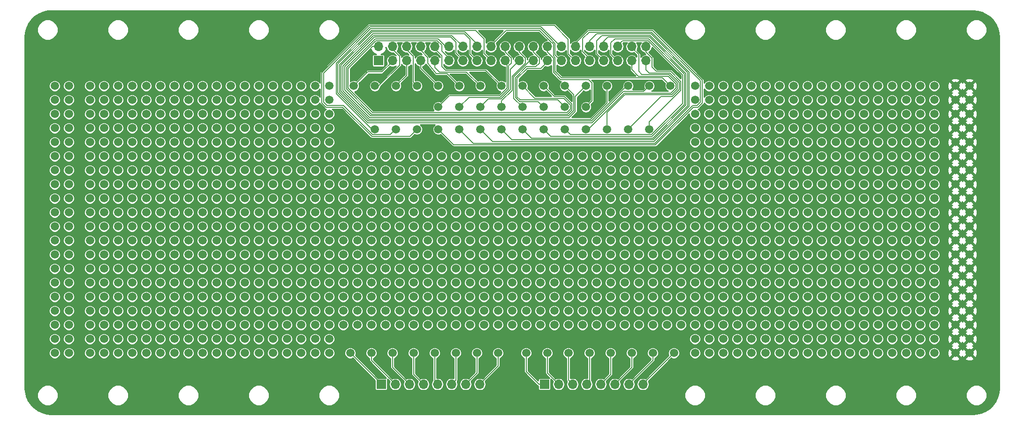
<source format=gbl>
%TF.GenerationSoftware,KiCad,Pcbnew,(5.0.0)*%
%TF.CreationDate,2018-10-23T17:21:25+02:00*%
%TF.ProjectId,S80 Breakout 7in,53383020427265616B6F75742037696E,1.0*%
%TF.SameCoordinates,Original*%
%TF.FileFunction,Copper,L2,Bot,Signal*%
%TF.FilePolarity,Positive*%
%FSLAX46Y46*%
G04 Gerber Fmt 4.6, Leading zero omitted, Abs format (unit mm)*
G04 Created by KiCad (PCBNEW (5.0.0)) date 10/23/18 17:21:25*
%MOMM*%
%LPD*%
G01*
G04 APERTURE LIST*
%ADD10O,1.700000X1.700000*%
%ADD11R,1.700000X1.700000*%
%ADD12C,1.500000*%
%ADD13C,0.685800*%
%ADD14C,0.152400*%
%ADD15C,0.254000*%
G04 APERTURE END LIST*
D10*
X174015400Y-74168000D03*
X174015400Y-76708000D03*
X171475400Y-74168000D03*
X171475400Y-76708000D03*
X168935400Y-74168000D03*
X168935400Y-76708000D03*
X166395400Y-74168000D03*
X166395400Y-76708000D03*
X163855400Y-74168000D03*
X163855400Y-76708000D03*
X161315400Y-74168000D03*
X161315400Y-76708000D03*
X158775400Y-74168000D03*
X158775400Y-76708000D03*
X156235400Y-74168000D03*
X156235400Y-76708000D03*
X153695400Y-74168000D03*
X153695400Y-76708000D03*
X151155400Y-74168000D03*
X151155400Y-76708000D03*
X148615400Y-74168000D03*
X148615400Y-76708000D03*
X146075400Y-74168000D03*
X146075400Y-76708000D03*
X143535400Y-74168000D03*
X143535400Y-76708000D03*
X140995400Y-74168000D03*
X140995400Y-76708000D03*
X138455400Y-74168000D03*
X138455400Y-76708000D03*
X135915400Y-74168000D03*
X135915400Y-76708000D03*
X133375400Y-74168000D03*
X133375400Y-76708000D03*
X130835400Y-74168000D03*
X130835400Y-76708000D03*
X128295400Y-74168000D03*
X128295400Y-76708000D03*
X125755400Y-74168000D03*
D11*
X125755400Y-76708000D03*
D12*
X232410000Y-129540000D03*
X229870000Y-129540000D03*
X232410000Y-127000000D03*
X229870000Y-127000000D03*
X232410000Y-124460000D03*
X229870000Y-124460000D03*
X232410000Y-121920000D03*
X229870000Y-121920000D03*
X232410000Y-119380000D03*
X229870000Y-119380000D03*
X232410000Y-116840000D03*
X229870000Y-116840000D03*
X232410000Y-114300000D03*
X229870000Y-114300000D03*
X232410000Y-111760000D03*
X229870000Y-111760000D03*
X232410000Y-109220000D03*
X229870000Y-109220000D03*
X232410000Y-106680000D03*
X229870000Y-106680000D03*
X232410000Y-104140000D03*
X229870000Y-104140000D03*
X232410000Y-101600000D03*
X229870000Y-101600000D03*
X232410000Y-99060000D03*
X229870000Y-99060000D03*
X232410000Y-96520000D03*
X229870000Y-96520000D03*
X232410000Y-93980000D03*
X229870000Y-93980000D03*
X232410000Y-91440000D03*
X229870000Y-91440000D03*
X232410000Y-88900000D03*
X229870000Y-88900000D03*
X232410000Y-86360000D03*
X229870000Y-86360000D03*
X232410000Y-83820000D03*
X229870000Y-83820000D03*
X232410000Y-81280000D03*
X69850000Y-129540000D03*
X67310000Y-129540000D03*
X69850000Y-127000000D03*
X67310000Y-127000000D03*
X69850000Y-124460000D03*
X67310000Y-124460000D03*
X69850000Y-121920000D03*
X67310000Y-121920000D03*
X69850000Y-119380000D03*
X67310000Y-119380000D03*
X69850000Y-116840000D03*
X67310000Y-116840000D03*
X69850000Y-114300000D03*
X67310000Y-114300000D03*
X69850000Y-111760000D03*
X67310000Y-111760000D03*
X69850000Y-109220000D03*
X67310000Y-109220000D03*
X69850000Y-106680000D03*
X67310000Y-106680000D03*
X69850000Y-104140000D03*
X67310000Y-104140000D03*
X69850000Y-101600000D03*
X67310000Y-101600000D03*
X69850000Y-99060000D03*
X67310000Y-99060000D03*
X69850000Y-96520000D03*
X67310000Y-96520000D03*
X69850000Y-93980000D03*
X67310000Y-93980000D03*
X69850000Y-91440000D03*
X67310000Y-91440000D03*
X69850000Y-88900000D03*
X67310000Y-88900000D03*
X69850000Y-86360000D03*
X67310000Y-86360000D03*
X69850000Y-83820000D03*
X67310000Y-83820000D03*
X69850000Y-81280000D03*
X119380000Y-93980000D03*
X121920000Y-93980000D03*
X124460000Y-93980000D03*
X127000000Y-93980000D03*
X129540000Y-93980000D03*
X132080000Y-93980000D03*
X134620000Y-93980000D03*
X137160000Y-93980000D03*
X139700000Y-93980000D03*
X142240000Y-93980000D03*
X144780000Y-93980000D03*
X147320000Y-93980000D03*
X149860000Y-93980000D03*
X152400000Y-93980000D03*
X154940000Y-93980000D03*
X157480000Y-93980000D03*
X160020000Y-93980000D03*
X162560000Y-93980000D03*
X165100000Y-93980000D03*
X167640000Y-93980000D03*
X170180000Y-93980000D03*
X172720000Y-93980000D03*
X175260000Y-93980000D03*
X177800000Y-93980000D03*
X180340000Y-93980000D03*
X135890000Y-129540000D03*
X120650000Y-129540000D03*
X124460000Y-129540000D03*
X128270000Y-129540000D03*
X132080000Y-129540000D03*
X139700000Y-129540000D03*
X143510000Y-129540000D03*
X147320000Y-129540000D03*
X152400000Y-129540000D03*
X156210000Y-129540000D03*
X160020000Y-129540000D03*
X163830000Y-129540000D03*
X167640000Y-129540000D03*
X171450000Y-129540000D03*
X175260000Y-129540000D03*
X179070000Y-129540000D03*
X226060000Y-129540000D03*
X223520000Y-129540000D03*
X220980000Y-129540000D03*
X218440000Y-129540000D03*
X215900000Y-129540000D03*
X213360000Y-129540000D03*
X210820000Y-129540000D03*
X208280000Y-129540000D03*
X205740000Y-129540000D03*
X203200000Y-129540000D03*
X200660000Y-129540000D03*
X198120000Y-129540000D03*
X195580000Y-129540000D03*
X193040000Y-129540000D03*
X190500000Y-129540000D03*
X187960000Y-129540000D03*
X185420000Y-129540000D03*
X182880000Y-129540000D03*
X116840000Y-129540000D03*
X114300000Y-129540000D03*
X111760000Y-129540000D03*
X109220000Y-129540000D03*
X106680000Y-129540000D03*
X104140000Y-129540000D03*
X101600000Y-129540000D03*
X99060000Y-129540000D03*
X96520000Y-129540000D03*
X93980000Y-129540000D03*
X91440000Y-129540000D03*
X88900000Y-129540000D03*
X86360000Y-129540000D03*
X83820000Y-129540000D03*
X81280000Y-129540000D03*
X78740000Y-129540000D03*
X76200000Y-129540000D03*
X73660000Y-129540000D03*
X226060000Y-127000000D03*
X223520000Y-127000000D03*
X220980000Y-127000000D03*
X218440000Y-127000000D03*
X215900000Y-127000000D03*
X213360000Y-127000000D03*
X210820000Y-127000000D03*
X208280000Y-127000000D03*
X205740000Y-127000000D03*
X203200000Y-127000000D03*
X200660000Y-127000000D03*
X198120000Y-127000000D03*
X195580000Y-127000000D03*
X193040000Y-127000000D03*
X190500000Y-127000000D03*
X187960000Y-127000000D03*
X185420000Y-127000000D03*
X182880000Y-127000000D03*
X116840000Y-127000000D03*
X114300000Y-127000000D03*
X111760000Y-127000000D03*
X109220000Y-127000000D03*
X106680000Y-127000000D03*
X104140000Y-127000000D03*
X101600000Y-127000000D03*
X99060000Y-127000000D03*
X96520000Y-127000000D03*
X93980000Y-127000000D03*
X91440000Y-127000000D03*
X88900000Y-127000000D03*
X86360000Y-127000000D03*
X83820000Y-127000000D03*
X81280000Y-127000000D03*
X78740000Y-127000000D03*
X76200000Y-127000000D03*
X73660000Y-127000000D03*
X226060000Y-124460000D03*
X223520000Y-124460000D03*
X220980000Y-124460000D03*
X218440000Y-124460000D03*
X215900000Y-124460000D03*
X213360000Y-124460000D03*
X210820000Y-124460000D03*
X208280000Y-124460000D03*
X205740000Y-124460000D03*
X203200000Y-124460000D03*
X200660000Y-124460000D03*
X198120000Y-124460000D03*
X195580000Y-124460000D03*
X193040000Y-124460000D03*
X190500000Y-124460000D03*
X187960000Y-124460000D03*
X185420000Y-124460000D03*
X182880000Y-124460000D03*
X180340000Y-124460000D03*
X177800000Y-124460000D03*
X175260000Y-124460000D03*
X172720000Y-124460000D03*
X170180000Y-124460000D03*
X167640000Y-124460000D03*
X165100000Y-124460000D03*
X162560000Y-124460000D03*
X160020000Y-124460000D03*
X157480000Y-124460000D03*
X154940000Y-124460000D03*
X152400000Y-124460000D03*
X149860000Y-124460000D03*
X147320000Y-124460000D03*
X144780000Y-124460000D03*
X142240000Y-124460000D03*
X139700000Y-124460000D03*
X137160000Y-124460000D03*
X134620000Y-124460000D03*
X132080000Y-124460000D03*
X129540000Y-124460000D03*
X127000000Y-124460000D03*
X124460000Y-124460000D03*
X121920000Y-124460000D03*
X119380000Y-124460000D03*
X116840000Y-124460000D03*
X114300000Y-124460000D03*
X111760000Y-124460000D03*
X109220000Y-124460000D03*
X106680000Y-124460000D03*
X104140000Y-124460000D03*
X101600000Y-124460000D03*
X99060000Y-124460000D03*
X96520000Y-124460000D03*
X93980000Y-124460000D03*
X91440000Y-124460000D03*
X88900000Y-124460000D03*
X86360000Y-124460000D03*
X83820000Y-124460000D03*
X81280000Y-124460000D03*
X78740000Y-124460000D03*
X76200000Y-124460000D03*
X73660000Y-124460000D03*
X226060000Y-121920000D03*
X223520000Y-121920000D03*
X220980000Y-121920000D03*
X218440000Y-121920000D03*
X215900000Y-121920000D03*
X213360000Y-121920000D03*
X210820000Y-121920000D03*
X208280000Y-121920000D03*
X205740000Y-121920000D03*
X203200000Y-121920000D03*
X200660000Y-121920000D03*
X198120000Y-121920000D03*
X195580000Y-121920000D03*
X193040000Y-121920000D03*
X190500000Y-121920000D03*
X187960000Y-121920000D03*
X185420000Y-121920000D03*
X182880000Y-121920000D03*
X180340000Y-121920000D03*
X177800000Y-121920000D03*
X175260000Y-121920000D03*
X172720000Y-121920000D03*
X170180000Y-121920000D03*
X167640000Y-121920000D03*
X165100000Y-121920000D03*
X162560000Y-121920000D03*
X160020000Y-121920000D03*
X157480000Y-121920000D03*
X154940000Y-121920000D03*
X152400000Y-121920000D03*
X149860000Y-121920000D03*
X147320000Y-121920000D03*
X144780000Y-121920000D03*
X142240000Y-121920000D03*
X139700000Y-121920000D03*
X137160000Y-121920000D03*
X134620000Y-121920000D03*
X132080000Y-121920000D03*
X129540000Y-121920000D03*
X127000000Y-121920000D03*
X124460000Y-121920000D03*
X121920000Y-121920000D03*
X119380000Y-121920000D03*
X116840000Y-121920000D03*
X114300000Y-121920000D03*
X111760000Y-121920000D03*
X109220000Y-121920000D03*
X106680000Y-121920000D03*
X104140000Y-121920000D03*
X101600000Y-121920000D03*
X99060000Y-121920000D03*
X96520000Y-121920000D03*
X93980000Y-121920000D03*
X91440000Y-121920000D03*
X88900000Y-121920000D03*
X86360000Y-121920000D03*
X83820000Y-121920000D03*
X81280000Y-121920000D03*
X78740000Y-121920000D03*
X76200000Y-121920000D03*
X73660000Y-121920000D03*
X226060000Y-119380000D03*
X223520000Y-119380000D03*
X220980000Y-119380000D03*
X218440000Y-119380000D03*
X215900000Y-119380000D03*
X213360000Y-119380000D03*
X210820000Y-119380000D03*
X208280000Y-119380000D03*
X205740000Y-119380000D03*
X203200000Y-119380000D03*
X200660000Y-119380000D03*
X198120000Y-119380000D03*
X195580000Y-119380000D03*
X193040000Y-119380000D03*
X190500000Y-119380000D03*
X187960000Y-119380000D03*
X185420000Y-119380000D03*
X182880000Y-119380000D03*
X180340000Y-119380000D03*
X177800000Y-119380000D03*
X175260000Y-119380000D03*
X172720000Y-119380000D03*
X170180000Y-119380000D03*
X167640000Y-119380000D03*
X165100000Y-119380000D03*
X162560000Y-119380000D03*
X160020000Y-119380000D03*
X157480000Y-119380000D03*
X154940000Y-119380000D03*
X152400000Y-119380000D03*
X149860000Y-119380000D03*
X147320000Y-119380000D03*
X144780000Y-119380000D03*
X142240000Y-119380000D03*
X139700000Y-119380000D03*
X137160000Y-119380000D03*
X134620000Y-119380000D03*
X132080000Y-119380000D03*
X129540000Y-119380000D03*
X127000000Y-119380000D03*
X124460000Y-119380000D03*
X121920000Y-119380000D03*
X119380000Y-119380000D03*
X116840000Y-119380000D03*
X114300000Y-119380000D03*
X111760000Y-119380000D03*
X109220000Y-119380000D03*
X106680000Y-119380000D03*
X104140000Y-119380000D03*
X101600000Y-119380000D03*
X99060000Y-119380000D03*
X96520000Y-119380000D03*
X93980000Y-119380000D03*
X91440000Y-119380000D03*
X88900000Y-119380000D03*
X86360000Y-119380000D03*
X83820000Y-119380000D03*
X81280000Y-119380000D03*
X78740000Y-119380000D03*
X76200000Y-119380000D03*
X73660000Y-119380000D03*
X226060000Y-116840000D03*
X223520000Y-116840000D03*
X220980000Y-116840000D03*
X218440000Y-116840000D03*
X215900000Y-116840000D03*
X213360000Y-116840000D03*
X210820000Y-116840000D03*
X208280000Y-116840000D03*
X205740000Y-116840000D03*
X203200000Y-116840000D03*
X200660000Y-116840000D03*
X198120000Y-116840000D03*
X195580000Y-116840000D03*
X193040000Y-116840000D03*
X190500000Y-116840000D03*
X187960000Y-116840000D03*
X185420000Y-116840000D03*
X182880000Y-116840000D03*
X180340000Y-116840000D03*
X177800000Y-116840000D03*
X175260000Y-116840000D03*
X172720000Y-116840000D03*
X170180000Y-116840000D03*
X167640000Y-116840000D03*
X165100000Y-116840000D03*
X162560000Y-116840000D03*
X160020000Y-116840000D03*
X157480000Y-116840000D03*
X154940000Y-116840000D03*
X152400000Y-116840000D03*
X149860000Y-116840000D03*
X147320000Y-116840000D03*
X144780000Y-116840000D03*
X142240000Y-116840000D03*
X139700000Y-116840000D03*
X137160000Y-116840000D03*
X134620000Y-116840000D03*
X132080000Y-116840000D03*
X129540000Y-116840000D03*
X127000000Y-116840000D03*
X124460000Y-116840000D03*
X121920000Y-116840000D03*
X119380000Y-116840000D03*
X116840000Y-116840000D03*
X114300000Y-116840000D03*
X111760000Y-116840000D03*
X109220000Y-116840000D03*
X106680000Y-116840000D03*
X104140000Y-116840000D03*
X101600000Y-116840000D03*
X99060000Y-116840000D03*
X96520000Y-116840000D03*
X93980000Y-116840000D03*
X91440000Y-116840000D03*
X88900000Y-116840000D03*
X86360000Y-116840000D03*
X83820000Y-116840000D03*
X81280000Y-116840000D03*
X78740000Y-116840000D03*
X76200000Y-116840000D03*
X73660000Y-116840000D03*
X226060000Y-114300000D03*
X223520000Y-114300000D03*
X220980000Y-114300000D03*
X218440000Y-114300000D03*
X215900000Y-114300000D03*
X213360000Y-114300000D03*
X210820000Y-114300000D03*
X208280000Y-114300000D03*
X205740000Y-114300000D03*
X203200000Y-114300000D03*
X200660000Y-114300000D03*
X198120000Y-114300000D03*
X195580000Y-114300000D03*
X193040000Y-114300000D03*
X190500000Y-114300000D03*
X187960000Y-114300000D03*
X185420000Y-114300000D03*
X182880000Y-114300000D03*
X180340000Y-114300000D03*
X177800000Y-114300000D03*
X175260000Y-114300000D03*
X172720000Y-114300000D03*
X170180000Y-114300000D03*
X167640000Y-114300000D03*
X165100000Y-114300000D03*
X162560000Y-114300000D03*
X160020000Y-114300000D03*
X157480000Y-114300000D03*
X154940000Y-114300000D03*
X152400000Y-114300000D03*
X149860000Y-114300000D03*
X147320000Y-114300000D03*
X144780000Y-114300000D03*
X142240000Y-114300000D03*
X139700000Y-114300000D03*
X137160000Y-114300000D03*
X134620000Y-114300000D03*
X132080000Y-114300000D03*
X129540000Y-114300000D03*
X127000000Y-114300000D03*
X124460000Y-114300000D03*
X121920000Y-114300000D03*
X119380000Y-114300000D03*
X116840000Y-114300000D03*
X114300000Y-114300000D03*
X111760000Y-114300000D03*
X109220000Y-114300000D03*
X106680000Y-114300000D03*
X104140000Y-114300000D03*
X101600000Y-114300000D03*
X99060000Y-114300000D03*
X96520000Y-114300000D03*
X93980000Y-114300000D03*
X91440000Y-114300000D03*
X88900000Y-114300000D03*
X86360000Y-114300000D03*
X83820000Y-114300000D03*
X81280000Y-114300000D03*
X78740000Y-114300000D03*
X76200000Y-114300000D03*
X73660000Y-114300000D03*
X226060000Y-111760000D03*
X223520000Y-111760000D03*
X220980000Y-111760000D03*
X218440000Y-111760000D03*
X215900000Y-111760000D03*
X213360000Y-111760000D03*
X210820000Y-111760000D03*
X208280000Y-111760000D03*
X205740000Y-111760000D03*
X203200000Y-111760000D03*
X200660000Y-111760000D03*
X198120000Y-111760000D03*
X195580000Y-111760000D03*
X193040000Y-111760000D03*
X190500000Y-111760000D03*
X187960000Y-111760000D03*
X185420000Y-111760000D03*
X182880000Y-111760000D03*
X180340000Y-111760000D03*
X177800000Y-111760000D03*
X175260000Y-111760000D03*
X172720000Y-111760000D03*
X170180000Y-111760000D03*
X167640000Y-111760000D03*
X165100000Y-111760000D03*
X162560000Y-111760000D03*
X160020000Y-111760000D03*
X157480000Y-111760000D03*
X154940000Y-111760000D03*
X152400000Y-111760000D03*
X149860000Y-111760000D03*
X147320000Y-111760000D03*
X144780000Y-111760000D03*
X142240000Y-111760000D03*
X139700000Y-111760000D03*
X137160000Y-111760000D03*
X134620000Y-111760000D03*
X132080000Y-111760000D03*
X129540000Y-111760000D03*
X127000000Y-111760000D03*
X124460000Y-111760000D03*
X121920000Y-111760000D03*
X119380000Y-111760000D03*
X116840000Y-111760000D03*
X114300000Y-111760000D03*
X111760000Y-111760000D03*
X109220000Y-111760000D03*
X106680000Y-111760000D03*
X104140000Y-111760000D03*
X101600000Y-111760000D03*
X99060000Y-111760000D03*
X96520000Y-111760000D03*
X93980000Y-111760000D03*
X91440000Y-111760000D03*
X88900000Y-111760000D03*
X86360000Y-111760000D03*
X83820000Y-111760000D03*
X81280000Y-111760000D03*
X78740000Y-111760000D03*
X76200000Y-111760000D03*
X73660000Y-111760000D03*
X226060000Y-109220000D03*
X223520000Y-109220000D03*
X220980000Y-109220000D03*
X218440000Y-109220000D03*
X215900000Y-109220000D03*
X213360000Y-109220000D03*
X210820000Y-109220000D03*
X208280000Y-109220000D03*
X205740000Y-109220000D03*
X203200000Y-109220000D03*
X200660000Y-109220000D03*
X198120000Y-109220000D03*
X195580000Y-109220000D03*
X193040000Y-109220000D03*
X190500000Y-109220000D03*
X187960000Y-109220000D03*
X185420000Y-109220000D03*
X182880000Y-109220000D03*
X180340000Y-109220000D03*
X177800000Y-109220000D03*
X175260000Y-109220000D03*
X172720000Y-109220000D03*
X170180000Y-109220000D03*
X167640000Y-109220000D03*
X165100000Y-109220000D03*
X162560000Y-109220000D03*
X160020000Y-109220000D03*
X157480000Y-109220000D03*
X154940000Y-109220000D03*
X152400000Y-109220000D03*
X149860000Y-109220000D03*
X147320000Y-109220000D03*
X144780000Y-109220000D03*
X142240000Y-109220000D03*
X139700000Y-109220000D03*
X137160000Y-109220000D03*
X134620000Y-109220000D03*
X132080000Y-109220000D03*
X129540000Y-109220000D03*
X127000000Y-109220000D03*
X124460000Y-109220000D03*
X121920000Y-109220000D03*
X119380000Y-109220000D03*
X116840000Y-109220000D03*
X114300000Y-109220000D03*
X111760000Y-109220000D03*
X109220000Y-109220000D03*
X106680000Y-109220000D03*
X104140000Y-109220000D03*
X101600000Y-109220000D03*
X99060000Y-109220000D03*
X96520000Y-109220000D03*
X93980000Y-109220000D03*
X91440000Y-109220000D03*
X88900000Y-109220000D03*
X86360000Y-109220000D03*
X83820000Y-109220000D03*
X81280000Y-109220000D03*
X78740000Y-109220000D03*
X76200000Y-109220000D03*
X73660000Y-109220000D03*
X226060000Y-106680000D03*
X223520000Y-106680000D03*
X220980000Y-106680000D03*
X218440000Y-106680000D03*
X215900000Y-106680000D03*
X213360000Y-106680000D03*
X210820000Y-106680000D03*
X208280000Y-106680000D03*
X205740000Y-106680000D03*
X203200000Y-106680000D03*
X200660000Y-106680000D03*
X198120000Y-106680000D03*
X195580000Y-106680000D03*
X193040000Y-106680000D03*
X190500000Y-106680000D03*
X187960000Y-106680000D03*
X185420000Y-106680000D03*
X182880000Y-106680000D03*
X180340000Y-106680000D03*
X177800000Y-106680000D03*
X175260000Y-106680000D03*
X172720000Y-106680000D03*
X170180000Y-106680000D03*
X167640000Y-106680000D03*
X165100000Y-106680000D03*
X162560000Y-106680000D03*
X160020000Y-106680000D03*
X157480000Y-106680000D03*
X154940000Y-106680000D03*
X152400000Y-106680000D03*
X149860000Y-106680000D03*
X147320000Y-106680000D03*
X144780000Y-106680000D03*
X142240000Y-106680000D03*
X139700000Y-106680000D03*
X137160000Y-106680000D03*
X134620000Y-106680000D03*
X132080000Y-106680000D03*
X129540000Y-106680000D03*
X127000000Y-106680000D03*
X124460000Y-106680000D03*
X121920000Y-106680000D03*
X119380000Y-106680000D03*
X116840000Y-106680000D03*
X114300000Y-106680000D03*
X111760000Y-106680000D03*
X109220000Y-106680000D03*
X106680000Y-106680000D03*
X104140000Y-106680000D03*
X101600000Y-106680000D03*
X99060000Y-106680000D03*
X96520000Y-106680000D03*
X93980000Y-106680000D03*
X91440000Y-106680000D03*
X88900000Y-106680000D03*
X86360000Y-106680000D03*
X83820000Y-106680000D03*
X81280000Y-106680000D03*
X78740000Y-106680000D03*
X76200000Y-106680000D03*
X73660000Y-106680000D03*
X226060000Y-104140000D03*
X223520000Y-104140000D03*
X220980000Y-104140000D03*
X218440000Y-104140000D03*
X215900000Y-104140000D03*
X213360000Y-104140000D03*
X210820000Y-104140000D03*
X208280000Y-104140000D03*
X205740000Y-104140000D03*
X203200000Y-104140000D03*
X200660000Y-104140000D03*
X198120000Y-104140000D03*
X195580000Y-104140000D03*
X193040000Y-104140000D03*
X190500000Y-104140000D03*
X187960000Y-104140000D03*
X185420000Y-104140000D03*
X182880000Y-104140000D03*
X180340000Y-104140000D03*
X177800000Y-104140000D03*
X175260000Y-104140000D03*
X172720000Y-104140000D03*
X170180000Y-104140000D03*
X167640000Y-104140000D03*
X165100000Y-104140000D03*
X162560000Y-104140000D03*
X160020000Y-104140000D03*
X157480000Y-104140000D03*
X154940000Y-104140000D03*
X152400000Y-104140000D03*
X149860000Y-104140000D03*
X147320000Y-104140000D03*
X144780000Y-104140000D03*
X142240000Y-104140000D03*
X139700000Y-104140000D03*
X137160000Y-104140000D03*
X134620000Y-104140000D03*
X132080000Y-104140000D03*
X129540000Y-104140000D03*
X127000000Y-104140000D03*
X124460000Y-104140000D03*
X121920000Y-104140000D03*
X119380000Y-104140000D03*
X116840000Y-104140000D03*
X114300000Y-104140000D03*
X111760000Y-104140000D03*
X109220000Y-104140000D03*
X106680000Y-104140000D03*
X104140000Y-104140000D03*
X101600000Y-104140000D03*
X99060000Y-104140000D03*
X96520000Y-104140000D03*
X93980000Y-104140000D03*
X91440000Y-104140000D03*
X88900000Y-104140000D03*
X86360000Y-104140000D03*
X83820000Y-104140000D03*
X81280000Y-104140000D03*
X78740000Y-104140000D03*
X76200000Y-104140000D03*
X73660000Y-104140000D03*
X226060000Y-101600000D03*
X223520000Y-101600000D03*
X220980000Y-101600000D03*
X218440000Y-101600000D03*
X215900000Y-101600000D03*
X213360000Y-101600000D03*
X210820000Y-101600000D03*
X208280000Y-101600000D03*
X205740000Y-101600000D03*
X203200000Y-101600000D03*
X200660000Y-101600000D03*
X198120000Y-101600000D03*
X195580000Y-101600000D03*
X193040000Y-101600000D03*
X190500000Y-101600000D03*
X187960000Y-101600000D03*
X185420000Y-101600000D03*
X182880000Y-101600000D03*
X180340000Y-101600000D03*
X177800000Y-101600000D03*
X175260000Y-101600000D03*
X172720000Y-101600000D03*
X170180000Y-101600000D03*
X167640000Y-101600000D03*
X165100000Y-101600000D03*
X162560000Y-101600000D03*
X160020000Y-101600000D03*
X157480000Y-101600000D03*
X154940000Y-101600000D03*
X152400000Y-101600000D03*
X149860000Y-101600000D03*
X147320000Y-101600000D03*
X144780000Y-101600000D03*
X142240000Y-101600000D03*
X139700000Y-101600000D03*
X137160000Y-101600000D03*
X134620000Y-101600000D03*
X132080000Y-101600000D03*
X129540000Y-101600000D03*
X127000000Y-101600000D03*
X124460000Y-101600000D03*
X121920000Y-101600000D03*
X119380000Y-101600000D03*
X116840000Y-101600000D03*
X114300000Y-101600000D03*
X111760000Y-101600000D03*
X109220000Y-101600000D03*
X106680000Y-101600000D03*
X104140000Y-101600000D03*
X101600000Y-101600000D03*
X99060000Y-101600000D03*
X96520000Y-101600000D03*
X93980000Y-101600000D03*
X91440000Y-101600000D03*
X88900000Y-101600000D03*
X86360000Y-101600000D03*
X83820000Y-101600000D03*
X81280000Y-101600000D03*
X78740000Y-101600000D03*
X76200000Y-101600000D03*
X73660000Y-101600000D03*
X226060000Y-99060000D03*
X223520000Y-99060000D03*
X220980000Y-99060000D03*
X218440000Y-99060000D03*
X215900000Y-99060000D03*
X213360000Y-99060000D03*
X210820000Y-99060000D03*
X208280000Y-99060000D03*
X205740000Y-99060000D03*
X203200000Y-99060000D03*
X200660000Y-99060000D03*
X198120000Y-99060000D03*
X195580000Y-99060000D03*
X193040000Y-99060000D03*
X190500000Y-99060000D03*
X187960000Y-99060000D03*
X185420000Y-99060000D03*
X182880000Y-99060000D03*
X180340000Y-99060000D03*
X177800000Y-99060000D03*
X175260000Y-99060000D03*
X172720000Y-99060000D03*
X170180000Y-99060000D03*
X167640000Y-99060000D03*
X165100000Y-99060000D03*
X162560000Y-99060000D03*
X160020000Y-99060000D03*
X157480000Y-99060000D03*
X154940000Y-99060000D03*
X152400000Y-99060000D03*
X149860000Y-99060000D03*
X147320000Y-99060000D03*
X144780000Y-99060000D03*
X142240000Y-99060000D03*
X139700000Y-99060000D03*
X137160000Y-99060000D03*
X134620000Y-99060000D03*
X132080000Y-99060000D03*
X129540000Y-99060000D03*
X127000000Y-99060000D03*
X124460000Y-99060000D03*
X121920000Y-99060000D03*
X119380000Y-99060000D03*
X116840000Y-99060000D03*
X114300000Y-99060000D03*
X111760000Y-99060000D03*
X109220000Y-99060000D03*
X106680000Y-99060000D03*
X104140000Y-99060000D03*
X101600000Y-99060000D03*
X99060000Y-99060000D03*
X96520000Y-99060000D03*
X93980000Y-99060000D03*
X91440000Y-99060000D03*
X88900000Y-99060000D03*
X86360000Y-99060000D03*
X83820000Y-99060000D03*
X81280000Y-99060000D03*
X78740000Y-99060000D03*
X76200000Y-99060000D03*
X73660000Y-99060000D03*
X226060000Y-96520000D03*
X223520000Y-96520000D03*
X220980000Y-96520000D03*
X218440000Y-96520000D03*
X215900000Y-96520000D03*
X213360000Y-96520000D03*
X210820000Y-96520000D03*
X208280000Y-96520000D03*
X205740000Y-96520000D03*
X203200000Y-96520000D03*
X200660000Y-96520000D03*
X198120000Y-96520000D03*
X195580000Y-96520000D03*
X193040000Y-96520000D03*
X190500000Y-96520000D03*
X187960000Y-96520000D03*
X185420000Y-96520000D03*
X182880000Y-96520000D03*
X180340000Y-96520000D03*
X177800000Y-96520000D03*
X175260000Y-96520000D03*
X172720000Y-96520000D03*
X170180000Y-96520000D03*
X167640000Y-96520000D03*
X165100000Y-96520000D03*
X162560000Y-96520000D03*
X160020000Y-96520000D03*
X157480000Y-96520000D03*
X154940000Y-96520000D03*
X152400000Y-96520000D03*
X149860000Y-96520000D03*
X147320000Y-96520000D03*
X144780000Y-96520000D03*
X142240000Y-96520000D03*
X139700000Y-96520000D03*
X137160000Y-96520000D03*
X134620000Y-96520000D03*
X132080000Y-96520000D03*
X129540000Y-96520000D03*
X127000000Y-96520000D03*
X124460000Y-96520000D03*
X121920000Y-96520000D03*
X119380000Y-96520000D03*
X116840000Y-96520000D03*
X114300000Y-96520000D03*
X111760000Y-96520000D03*
X109220000Y-96520000D03*
X106680000Y-96520000D03*
X104140000Y-96520000D03*
X101600000Y-96520000D03*
X99060000Y-96520000D03*
X96520000Y-96520000D03*
X93980000Y-96520000D03*
X91440000Y-96520000D03*
X88900000Y-96520000D03*
X86360000Y-96520000D03*
X83820000Y-96520000D03*
X81280000Y-96520000D03*
X78740000Y-96520000D03*
X76200000Y-96520000D03*
X73660000Y-96520000D03*
X226060000Y-93980000D03*
X223520000Y-93980000D03*
X220980000Y-93980000D03*
X218440000Y-93980000D03*
X215900000Y-93980000D03*
X213360000Y-93980000D03*
X210820000Y-93980000D03*
X208280000Y-93980000D03*
X205740000Y-93980000D03*
X203200000Y-93980000D03*
X200660000Y-93980000D03*
X198120000Y-93980000D03*
X195580000Y-93980000D03*
X193040000Y-93980000D03*
X190500000Y-93980000D03*
X187960000Y-93980000D03*
X185420000Y-93980000D03*
X182880000Y-93980000D03*
X116840000Y-93980000D03*
X114300000Y-93980000D03*
X111760000Y-93980000D03*
X109220000Y-93980000D03*
X106680000Y-93980000D03*
X104140000Y-93980000D03*
X101600000Y-93980000D03*
X99060000Y-93980000D03*
X96520000Y-93980000D03*
X93980000Y-93980000D03*
X91440000Y-93980000D03*
X88900000Y-93980000D03*
X86360000Y-93980000D03*
X83820000Y-93980000D03*
X81280000Y-93980000D03*
X78740000Y-93980000D03*
X76200000Y-93980000D03*
X73660000Y-93980000D03*
X226060000Y-91440000D03*
X223520000Y-91440000D03*
X220980000Y-91440000D03*
X218440000Y-91440000D03*
X215900000Y-91440000D03*
X213360000Y-91440000D03*
X210820000Y-91440000D03*
X208280000Y-91440000D03*
X205740000Y-91440000D03*
X203200000Y-91440000D03*
X200660000Y-91440000D03*
X198120000Y-91440000D03*
X195580000Y-91440000D03*
X193040000Y-91440000D03*
X190500000Y-91440000D03*
X187960000Y-91440000D03*
X185420000Y-91440000D03*
X182880000Y-91440000D03*
X116840000Y-91440000D03*
X114300000Y-91440000D03*
X111760000Y-91440000D03*
X109220000Y-91440000D03*
X106680000Y-91440000D03*
X104140000Y-91440000D03*
X101600000Y-91440000D03*
X99060000Y-91440000D03*
X96520000Y-91440000D03*
X93980000Y-91440000D03*
X91440000Y-91440000D03*
X88900000Y-91440000D03*
X86360000Y-91440000D03*
X83820000Y-91440000D03*
X81280000Y-91440000D03*
X78740000Y-91440000D03*
X76200000Y-91440000D03*
X73660000Y-91440000D03*
X226060000Y-88900000D03*
X223520000Y-88900000D03*
X220980000Y-88900000D03*
X218440000Y-88900000D03*
X215900000Y-88900000D03*
X213360000Y-88900000D03*
X210820000Y-88900000D03*
X208280000Y-88900000D03*
X205740000Y-88900000D03*
X203200000Y-88900000D03*
X200660000Y-88900000D03*
X198120000Y-88900000D03*
X195580000Y-88900000D03*
X193040000Y-88900000D03*
X190500000Y-88900000D03*
X187960000Y-88900000D03*
X185420000Y-88900000D03*
X182880000Y-88900000D03*
X116840000Y-88900000D03*
X114300000Y-88900000D03*
X111760000Y-88900000D03*
X109220000Y-88900000D03*
X106680000Y-88900000D03*
X104140000Y-88900000D03*
X101600000Y-88900000D03*
X99060000Y-88900000D03*
X96520000Y-88900000D03*
X93980000Y-88900000D03*
X91440000Y-88900000D03*
X88900000Y-88900000D03*
X86360000Y-88900000D03*
X83820000Y-88900000D03*
X81280000Y-88900000D03*
X78740000Y-88900000D03*
X76200000Y-88900000D03*
X73660000Y-88900000D03*
X226060000Y-86360000D03*
X223520000Y-86360000D03*
X220980000Y-86360000D03*
X218440000Y-86360000D03*
X215900000Y-86360000D03*
X213360000Y-86360000D03*
X210820000Y-86360000D03*
X208280000Y-86360000D03*
X205740000Y-86360000D03*
X203200000Y-86360000D03*
X200660000Y-86360000D03*
X198120000Y-86360000D03*
X195580000Y-86360000D03*
X193040000Y-86360000D03*
X190500000Y-86360000D03*
X187960000Y-86360000D03*
X185420000Y-86360000D03*
X182880000Y-86360000D03*
X116840000Y-86360000D03*
X114300000Y-86360000D03*
X111760000Y-86360000D03*
X109220000Y-86360000D03*
X106680000Y-86360000D03*
X104140000Y-86360000D03*
X101600000Y-86360000D03*
X99060000Y-86360000D03*
X96520000Y-86360000D03*
X93980000Y-86360000D03*
X91440000Y-86360000D03*
X88900000Y-86360000D03*
X86360000Y-86360000D03*
X83820000Y-86360000D03*
X81280000Y-86360000D03*
X78740000Y-86360000D03*
X76200000Y-86360000D03*
X73660000Y-86360000D03*
X226060000Y-83820000D03*
X223520000Y-83820000D03*
X220980000Y-83820000D03*
X218440000Y-83820000D03*
X215900000Y-83820000D03*
X213360000Y-83820000D03*
X210820000Y-83820000D03*
X208280000Y-83820000D03*
X205740000Y-83820000D03*
X203200000Y-83820000D03*
X200660000Y-83820000D03*
X198120000Y-83820000D03*
X195580000Y-83820000D03*
X193040000Y-83820000D03*
X190500000Y-83820000D03*
X187960000Y-83820000D03*
X185420000Y-83820000D03*
X182880000Y-83820000D03*
X116840000Y-83820000D03*
X114300000Y-83820000D03*
X111760000Y-83820000D03*
X109220000Y-83820000D03*
X106680000Y-83820000D03*
X104140000Y-83820000D03*
X101600000Y-83820000D03*
X99060000Y-83820000D03*
X96520000Y-83820000D03*
X93980000Y-83820000D03*
X91440000Y-83820000D03*
X88900000Y-83820000D03*
X86360000Y-83820000D03*
X83820000Y-83820000D03*
X81280000Y-83820000D03*
X78740000Y-83820000D03*
X76200000Y-83820000D03*
X73660000Y-83820000D03*
X226060000Y-81280000D03*
X223520000Y-81280000D03*
X220980000Y-81280000D03*
X218440000Y-81280000D03*
X215900000Y-81280000D03*
X213360000Y-81280000D03*
X210820000Y-81280000D03*
X208280000Y-81280000D03*
X205740000Y-81280000D03*
X203200000Y-81280000D03*
X200660000Y-81280000D03*
X198120000Y-81280000D03*
X195580000Y-81280000D03*
X193040000Y-81280000D03*
X190500000Y-81280000D03*
X187960000Y-81280000D03*
X185420000Y-81280000D03*
X182880000Y-81280000D03*
X116840000Y-81280000D03*
X114300000Y-81280000D03*
X111760000Y-81280000D03*
X109220000Y-81280000D03*
X106680000Y-81280000D03*
X104140000Y-81280000D03*
X101600000Y-81280000D03*
X99060000Y-81280000D03*
X96520000Y-81280000D03*
X93980000Y-81280000D03*
X91440000Y-81280000D03*
X88900000Y-81280000D03*
X86360000Y-81280000D03*
X83820000Y-81280000D03*
X81280000Y-81280000D03*
X78740000Y-81280000D03*
X76200000Y-81280000D03*
X73660000Y-81280000D03*
X67310000Y-81280000D03*
X229870000Y-81280000D03*
X121285000Y-81280000D03*
X125095000Y-81280000D03*
X128905000Y-81280000D03*
X132715000Y-81280000D03*
X136525000Y-81280000D03*
X140335000Y-81280000D03*
X144145000Y-81280000D03*
X147955000Y-81280000D03*
X151765000Y-81280000D03*
X155575000Y-81280000D03*
X159385000Y-81280000D03*
X163195000Y-81280000D03*
X167005000Y-81280000D03*
X170815000Y-81280000D03*
X174625000Y-81280000D03*
X178435000Y-81280000D03*
X136525000Y-85090000D03*
X140335000Y-85090000D03*
X144145000Y-85090000D03*
X147955000Y-85090000D03*
X151765000Y-85090000D03*
X155575000Y-85090000D03*
X159385000Y-85090000D03*
X163195000Y-85090000D03*
X125095000Y-89103200D03*
X128905000Y-89103200D03*
X132715000Y-89103200D03*
X136525000Y-89103200D03*
X140335000Y-89103200D03*
X144145000Y-89103200D03*
X147955000Y-89103200D03*
X151765000Y-89103200D03*
X155575000Y-89103200D03*
X159385000Y-89103200D03*
X163195000Y-89103200D03*
X167005000Y-89103200D03*
X170815000Y-89103200D03*
X174625000Y-89103200D03*
D11*
X126238000Y-135178800D03*
D10*
X128778000Y-135178800D03*
X131318000Y-135178800D03*
X133858000Y-135178800D03*
X136398000Y-135178800D03*
X138938000Y-135178800D03*
X141478000Y-135178800D03*
X144018000Y-135178800D03*
D11*
X155702000Y-135178800D03*
D10*
X158242000Y-135178800D03*
X160782000Y-135178800D03*
X163322000Y-135178800D03*
X165862000Y-135178800D03*
X168402000Y-135178800D03*
X170942000Y-135178800D03*
X173482000Y-135178800D03*
D13*
X129920000Y-75400000D03*
X129920000Y-75400000D03*
X132420000Y-75400000D03*
X135020000Y-75400000D03*
X139182455Y-75408249D03*
X141688820Y-75371650D03*
X144220000Y-75400000D03*
X147520000Y-75400000D03*
X150220000Y-75400000D03*
X152620000Y-75400000D03*
X155120000Y-75400000D03*
X162114596Y-75403342D03*
X164520000Y-75400000D03*
X167126920Y-75400000D03*
X170120000Y-75400000D03*
X173225631Y-75344354D03*
X175420000Y-75400000D03*
X129652737Y-78216287D03*
X155843762Y-78123762D03*
X165120000Y-80500000D03*
X147520000Y-77600000D03*
X145420000Y-72900000D03*
X159445960Y-75400000D03*
X122174000Y-70612000D03*
X123952000Y-75438000D03*
D14*
X129920000Y-74915067D02*
X129804933Y-74800000D01*
X129920000Y-74915067D02*
X129920000Y-75400000D01*
X125755400Y-74168000D02*
X124649766Y-74168000D01*
X124649766Y-74168000D02*
X123952000Y-74865766D01*
X123952000Y-74865766D02*
X123952000Y-75438000D01*
X128295400Y-76708000D02*
X128295400Y-76809600D01*
X123825000Y-78740000D02*
X121285000Y-81280000D01*
X126365000Y-78740000D02*
X123825000Y-78740000D01*
X128295400Y-76809600D02*
X126365000Y-78740000D01*
X128295400Y-74168000D02*
X128295400Y-74650600D01*
X125780800Y-81280000D02*
X125095000Y-81280000D01*
X129552700Y-77508100D02*
X125780800Y-81280000D01*
X129552700Y-75907900D02*
X129552700Y-77508100D01*
X128295400Y-74650600D02*
X129552700Y-75907900D01*
X130835400Y-76708000D02*
X130835400Y-79349600D01*
X130835400Y-79349600D02*
X128905000Y-81280000D01*
X132020000Y-80585000D02*
X132715000Y-81280000D01*
X132020000Y-75924100D02*
X132020000Y-80585000D01*
X130835400Y-74739500D02*
X132020000Y-75924100D01*
X130835400Y-74168000D02*
X130835400Y-74739500D01*
X133375400Y-76708000D02*
X133375400Y-78130400D01*
X133375400Y-78130400D02*
X136525000Y-81280000D01*
X138112500Y-79057500D02*
X140335000Y-81280000D01*
X133375400Y-74168000D02*
X133375400Y-74848720D01*
X133375400Y-74848720D02*
X134620000Y-76200000D01*
X134620000Y-77200000D02*
X136207500Y-79057500D01*
X136207500Y-79057500D02*
X138112500Y-79057500D01*
X134620000Y-76200000D02*
X134620000Y-77200000D01*
X141617698Y-78752698D02*
X144145000Y-81280000D01*
X135915400Y-77910081D02*
X135915400Y-76708000D01*
X136758017Y-78752698D02*
X135915400Y-77910081D01*
X141617698Y-78752698D02*
X136758017Y-78752698D01*
X135915400Y-74168000D02*
X135915400Y-74569320D01*
X145115280Y-78440280D02*
X147955000Y-81280000D01*
X137901680Y-78440280D02*
X145115280Y-78440280D01*
X137200640Y-77739240D02*
X137901680Y-78440280D01*
X137200640Y-75854560D02*
X137200640Y-77739240D01*
X135915400Y-74569320D02*
X137200640Y-75854560D01*
X138455400Y-76708000D02*
X138455400Y-76641960D01*
X151765000Y-81280000D02*
X153982420Y-83497420D01*
X153984956Y-83499956D02*
X153982420Y-83497420D01*
X159179256Y-83499956D02*
X153984956Y-83499956D01*
X160365440Y-84686140D02*
X159179256Y-83499956D01*
X160365440Y-85493860D02*
X160365440Y-84686140D01*
X159781240Y-86078060D02*
X160365440Y-85493860D01*
X124696220Y-86078060D02*
X159781240Y-86078060D01*
X120304560Y-81686400D02*
X124696220Y-86078060D01*
X120304560Y-78082140D02*
X120304560Y-81686400D01*
X125305820Y-73080880D02*
X120304560Y-78082140D01*
X136370060Y-73080880D02*
X125305820Y-73080880D01*
X138455400Y-76238100D02*
X138455400Y-76708000D01*
X138455400Y-76238100D02*
X137160000Y-74942700D01*
X137160000Y-74942700D02*
X137160000Y-73870820D01*
X137160000Y-73870820D02*
X136370060Y-73080880D01*
X138455400Y-74168000D02*
X137916920Y-74168000D01*
X157490154Y-83195154D02*
X155575000Y-81280000D01*
X157830520Y-83195154D02*
X157490154Y-83195154D01*
X124513340Y-86387940D02*
X156108400Y-86387940D01*
X119994680Y-81869280D02*
X124513340Y-86387940D01*
X119994680Y-77942440D02*
X119994680Y-81869280D01*
X125176280Y-72760840D02*
X119994680Y-77942440D01*
X136509760Y-72760840D02*
X125176280Y-72760840D01*
X137916920Y-74168000D02*
X136509760Y-72760840D01*
X156108400Y-86387940D02*
X159902416Y-86387940D01*
X159902416Y-86387940D02*
X160670242Y-85620114D01*
X160670242Y-85620114D02*
X160670242Y-84559886D01*
X160670242Y-84559886D02*
X159305510Y-83195154D01*
X159305510Y-83195154D02*
X157830520Y-83195154D01*
X140995400Y-76708000D02*
X140995400Y-76540360D01*
X160975044Y-82870044D02*
X159385000Y-81280000D01*
X160975044Y-85746368D02*
X160975044Y-82870044D01*
X160028670Y-86692742D02*
X160975044Y-85746368D01*
X158706820Y-86692742D02*
X160028670Y-86692742D01*
X140995400Y-76540360D02*
X139740640Y-75285600D01*
X139740640Y-75285600D02*
X139740640Y-73375520D01*
X139740640Y-73375520D02*
X138818620Y-72453500D01*
X138818620Y-72453500D02*
X125034040Y-72453500D01*
X125034040Y-72453500D02*
X119682260Y-77805280D01*
X119682260Y-77805280D02*
X119682260Y-82003900D01*
X119682260Y-82003900D02*
X124371102Y-86692742D01*
X124371102Y-86692742D02*
X158706820Y-86692742D01*
X124195840Y-87010240D02*
X158892240Y-87010240D01*
X163195000Y-81280000D02*
X161279846Y-83195154D01*
X161279846Y-85872622D02*
X161279846Y-83195154D01*
X160142228Y-87010240D02*
X161279846Y-85872622D01*
X158892240Y-87010240D02*
X160142228Y-87010240D01*
X140977620Y-74168000D02*
X140995400Y-74168000D01*
X140977620Y-74168000D02*
X138958318Y-72148698D01*
X138958318Y-72148698D02*
X124853702Y-72148698D01*
X124853702Y-72148698D02*
X119339360Y-77663040D01*
X119339360Y-77663040D02*
X119339360Y-82153760D01*
X119339360Y-82153760D02*
X124195840Y-87010240D01*
X143535400Y-76708000D02*
X143459200Y-76708000D01*
X167005000Y-84391500D02*
X167005000Y-81280000D01*
X164081458Y-87315042D02*
X167005000Y-84391500D01*
X124069586Y-87315042D02*
X164081458Y-87315042D01*
X119026940Y-82272396D02*
X124069586Y-87315042D01*
X119026940Y-77544404D02*
X119026940Y-82272396D01*
X124727448Y-71843896D02*
X119026940Y-77544404D01*
X141236696Y-71843896D02*
X124727448Y-71843896D01*
X142260320Y-72867520D02*
X141236696Y-71843896D01*
X142260320Y-75509120D02*
X142260320Y-72867520D01*
X143459200Y-76708000D02*
X142260320Y-75509120D01*
X143535400Y-74168000D02*
X143535400Y-73705720D01*
X170547556Y-81280000D02*
X170815000Y-81280000D01*
X164207712Y-87619844D02*
X170547556Y-81280000D01*
X123943332Y-87619844D02*
X164207712Y-87619844D01*
X118722138Y-82398650D02*
X123943332Y-87619844D01*
X118722138Y-77418150D02*
X118722138Y-82398650D01*
X124601194Y-71539094D02*
X118722138Y-77418150D01*
X141368774Y-71539094D02*
X124601194Y-71539094D01*
X143535400Y-73705720D02*
X141368774Y-71539094D01*
X146075400Y-76708000D02*
X146075400Y-76682600D01*
X173644560Y-82260440D02*
X174625000Y-81280000D01*
X169998172Y-82260440D02*
X173644560Y-82260440D01*
X164333966Y-87924646D02*
X169998172Y-82260440D01*
X123817078Y-87924646D02*
X164333966Y-87924646D01*
X118417336Y-82524904D02*
X123817078Y-87924646D01*
X118417336Y-77291896D02*
X118417336Y-82524904D01*
X124487632Y-71221600D02*
X118417336Y-77291896D01*
X143256000Y-71221600D02*
X124487632Y-71221600D01*
X144830800Y-72796400D02*
X143256000Y-71221600D01*
X144830800Y-75438000D02*
X144830800Y-72796400D01*
X146075400Y-76682600D02*
X144830800Y-75438000D01*
X146075400Y-74168000D02*
X146075400Y-74071480D01*
X176999898Y-79844898D02*
X178435000Y-81280000D01*
X158774654Y-79844898D02*
X176999898Y-79844898D01*
X157622242Y-78692486D02*
X157670128Y-78740372D01*
X157670128Y-78740372D02*
X158774654Y-79844898D01*
X156667200Y-73088500D02*
X156682440Y-73088500D01*
X156682440Y-73088500D02*
X157314900Y-73720960D01*
X157622242Y-76132166D02*
X157622242Y-78692486D01*
X157314900Y-75824824D02*
X157622242Y-76132166D01*
X157314900Y-73720960D02*
X157314900Y-75824824D01*
X157622242Y-78692486D02*
X157670128Y-78740372D01*
X146075400Y-74168000D02*
X146075400Y-73939400D01*
X154815540Y-71221600D02*
X156682440Y-73088500D01*
X148793200Y-71221600D02*
X154815540Y-71221600D01*
X146075400Y-73939400D02*
X148793200Y-71221600D01*
X136525000Y-85090000D02*
X138582400Y-83032600D01*
X148948140Y-77040740D02*
X148615400Y-76708000D01*
X148948140Y-81691480D02*
X148948140Y-77040740D01*
X148948140Y-81691480D02*
X147607020Y-83032600D01*
X147607020Y-83032600D02*
X138582400Y-83032600D01*
X148615400Y-74168000D02*
X148615400Y-75168760D01*
X149252942Y-77599538D02*
X149702520Y-77149960D01*
X149252942Y-80660986D02*
X149252942Y-77599538D01*
X148615400Y-75168760D02*
X149702520Y-76255880D01*
X149702520Y-76255880D02*
X149702520Y-77149960D01*
X149252942Y-80660986D02*
X149252942Y-81823558D01*
X149252942Y-81823558D02*
X147739098Y-83337402D01*
X147739098Y-83337402D02*
X142087598Y-83337402D01*
X142087598Y-83337402D02*
X140335000Y-85090000D01*
X151155400Y-76708000D02*
X151152860Y-76708000D01*
X144145000Y-85090000D02*
X145585180Y-83649820D01*
X149557744Y-78305656D02*
X151155400Y-76708000D01*
X149557744Y-80534732D02*
X149557744Y-78305656D01*
X149557744Y-80534732D02*
X149557744Y-81949812D01*
X149557744Y-81949812D02*
X147857736Y-83649820D01*
X147857736Y-83649820D02*
X145585180Y-83649820D01*
X149867620Y-82070992D02*
X147955000Y-83983612D01*
X149867620Y-79525604D02*
X149867620Y-80413552D01*
X152234900Y-77158324D02*
X149867620Y-79525604D01*
X152234900Y-77155040D02*
X152234900Y-77158324D01*
X149867620Y-80413552D02*
X149867620Y-82070992D01*
X151155400Y-75181460D02*
X152234900Y-76260960D01*
X152234900Y-76260960D02*
X152234900Y-77155040D01*
X151155400Y-74168000D02*
X151155400Y-75181460D01*
X147955000Y-83983612D02*
X147955000Y-85090000D01*
X153695400Y-76708000D02*
X153116280Y-76708000D01*
X150172422Y-83497422D02*
X151765000Y-85090000D01*
X150172422Y-79651858D02*
X150172422Y-83497422D01*
X153116280Y-76708000D02*
X150172422Y-79651858D01*
X153695400Y-74168000D02*
X153695400Y-75178920D01*
X154594560Y-84109560D02*
X155575000Y-85090000D01*
X151215616Y-84109560D02*
X154594560Y-84109560D01*
X150477224Y-83371168D02*
X151215616Y-84109560D01*
X150477224Y-79778112D02*
X150477224Y-83371168D01*
X152460216Y-77795120D02*
X150477224Y-79778112D01*
X154134820Y-77795120D02*
X152460216Y-77795120D01*
X154777440Y-77152500D02*
X154134820Y-77795120D01*
X154777440Y-76260960D02*
X154777440Y-77152500D01*
X153695400Y-75178920D02*
X154777440Y-76260960D01*
X156235400Y-76708000D02*
X156235400Y-76923900D01*
X158099758Y-83804758D02*
X159385000Y-85090000D01*
X151343360Y-83804758D02*
X158099758Y-83804758D01*
X150782026Y-83243424D02*
X151343360Y-83804758D01*
X150782026Y-79904366D02*
X150782026Y-83243424D01*
X152581392Y-78105000D02*
X150782026Y-79904366D01*
X155054300Y-78105000D02*
X152581392Y-78105000D01*
X156235400Y-76923900D02*
X155054300Y-78105000D01*
X156235400Y-74168000D02*
X156235400Y-75176380D01*
X164312600Y-83972400D02*
X163195000Y-85090000D01*
X164312600Y-80772000D02*
X164312600Y-83972400D01*
X163690300Y-80149700D02*
X164312600Y-80772000D01*
X158648400Y-80149700D02*
X163690300Y-80149700D01*
X157317440Y-78818740D02*
X158648400Y-80149700D01*
X157317440Y-76258420D02*
X157317440Y-78818740D01*
X156235400Y-75176380D02*
X157317440Y-76258420D01*
X158775400Y-76708000D02*
X158640782Y-76708000D01*
X154941794Y-70916798D02*
X156808694Y-72783698D01*
X143382254Y-70916798D02*
X154941794Y-70916798D01*
X158640782Y-76708000D02*
X157619702Y-75686920D01*
X157619702Y-75686920D02*
X157619702Y-73594706D01*
X157619702Y-73594706D02*
X156808694Y-72783698D01*
X143382254Y-70916798D02*
X124361378Y-70916798D01*
X124361378Y-70916798D02*
X118112534Y-77165642D01*
X118112534Y-77165642D02*
X118112534Y-82654134D01*
X118112534Y-82654134D02*
X124561600Y-89103200D01*
X124561600Y-89103200D02*
X125095000Y-89103200D01*
X158775400Y-74168000D02*
X158624052Y-74168000D01*
X155068048Y-70611996D02*
X156934948Y-72478896D01*
X143508508Y-70611996D02*
X155068048Y-70611996D01*
X127924560Y-90083640D02*
X128905000Y-89103200D01*
X124691140Y-90083640D02*
X127924560Y-90083640D01*
X123952000Y-89344500D02*
X124691140Y-90083640D01*
X115859560Y-84228940D02*
X116436140Y-84805520D01*
X115859560Y-78987560D02*
X115859560Y-84228940D01*
X124235124Y-70611996D02*
X115859560Y-78987560D01*
X125524260Y-70611996D02*
X124235124Y-70611996D01*
X158624052Y-74168000D02*
X156934948Y-72478896D01*
X143508508Y-70611996D02*
X125524260Y-70611996D01*
X116436140Y-84805520D02*
X119413020Y-84805520D01*
X119413020Y-84805520D02*
X123952000Y-89344500D01*
X161315400Y-76708000D02*
X161249360Y-76708000D01*
X131429758Y-90388442D02*
X132715000Y-89103200D01*
X124564886Y-90388442D02*
X131429758Y-90388442D01*
X119286766Y-85110322D02*
X124564886Y-90388442D01*
X116309886Y-85110322D02*
X119286766Y-85110322D01*
X115554758Y-84355194D02*
X116309886Y-85110322D01*
X115554758Y-78861306D02*
X115554758Y-84355194D01*
X124108870Y-70307194D02*
X115554758Y-78861306D01*
X157490154Y-70307194D02*
X124108870Y-70307194D01*
X160017460Y-72834500D02*
X157490154Y-70307194D01*
X160017460Y-75476100D02*
X160017460Y-72834500D01*
X161249360Y-76708000D02*
X160017460Y-75476100D01*
X161315400Y-74168000D02*
X161315400Y-73579464D01*
X139357104Y-91935304D02*
X136525000Y-89103200D01*
X175763532Y-91935304D02*
X139357104Y-91935304D01*
X182591054Y-85107782D02*
X175763532Y-91935304D01*
X183421018Y-85107782D02*
X182591054Y-85107782D01*
X184175402Y-84353398D02*
X183421018Y-85107782D01*
X184175402Y-80212586D02*
X184175402Y-84353398D01*
X175212344Y-71249528D02*
X184175402Y-80212586D01*
X173596300Y-71249528D02*
X175212344Y-71249528D01*
X161315400Y-73579464D02*
X163645336Y-71249528D01*
X163645336Y-71249528D02*
X173596300Y-71249528D01*
X140335000Y-89103200D02*
X142862302Y-91630502D01*
X183870600Y-80338840D02*
X183870600Y-84216240D01*
X175086090Y-71554330D02*
X183870600Y-80338840D01*
X174180500Y-71554330D02*
X175086090Y-71554330D01*
X163855400Y-76357480D02*
X163855400Y-76708000D01*
X163855400Y-76357480D02*
X162600640Y-75102720D01*
X162600640Y-75102720D02*
X162600640Y-72725280D01*
X162600640Y-72725280D02*
X163771590Y-71554330D01*
X163771590Y-71554330D02*
X174180500Y-71554330D01*
X183870600Y-84216240D02*
X183283860Y-84802980D01*
X183283860Y-84802980D02*
X182464800Y-84802980D01*
X182464800Y-84802980D02*
X175637278Y-91630502D01*
X175637278Y-91630502D02*
X142862302Y-91630502D01*
X163855400Y-74168000D02*
X163855400Y-73157080D01*
X146367500Y-91325700D02*
X144145000Y-89103200D01*
X175511024Y-91325700D02*
X146367500Y-91325700D01*
X181856396Y-84980328D02*
X175511024Y-91325700D01*
X181856396Y-78755692D02*
X181856396Y-84980328D01*
X174959836Y-71859132D02*
X181856396Y-78755692D01*
X165153348Y-71859132D02*
X174959836Y-71859132D01*
X163855400Y-73157080D02*
X165153348Y-71859132D01*
X166395400Y-76708000D02*
X166382700Y-76708000D01*
X149849846Y-90998046D02*
X147955000Y-89103200D01*
X175407622Y-90998046D02*
X149849846Y-90998046D01*
X181551594Y-84854074D02*
X175407622Y-90998046D01*
X181551594Y-78881946D02*
X181551594Y-84854074D01*
X174833582Y-72163934D02*
X181551594Y-78881946D01*
X166100766Y-72163934D02*
X174833582Y-72163934D01*
X165163500Y-73101200D02*
X166100766Y-72163934D01*
X165163500Y-75488800D02*
X165163500Y-73101200D01*
X166382700Y-76708000D02*
X165163500Y-75488800D01*
X166395400Y-74168000D02*
X166395400Y-73215500D01*
X153355044Y-90693244D02*
X151765000Y-89103200D01*
X175281368Y-90693244D02*
X153355044Y-90693244D01*
X181246792Y-84727820D02*
X175281368Y-90693244D01*
X181246792Y-79008200D02*
X181246792Y-84727820D01*
X174707328Y-72468736D02*
X181246792Y-79008200D01*
X173494700Y-72468736D02*
X174707328Y-72468736D01*
X166395400Y-73215500D02*
X167142164Y-72468736D01*
X167142164Y-72468736D02*
X173494700Y-72468736D01*
X168935400Y-76708000D02*
X168800780Y-76708000D01*
X156860242Y-90388442D02*
X155575000Y-89103200D01*
X175155114Y-90388442D02*
X156860242Y-90388442D01*
X168424862Y-72773538D02*
X174579280Y-72773538D01*
X167698420Y-73499980D02*
X168424862Y-72773538D01*
X167698420Y-75605640D02*
X167698420Y-73499980D01*
X168800780Y-76708000D02*
X167698420Y-75605640D01*
X174579280Y-72773538D02*
X174581074Y-72773538D01*
X174581074Y-72773538D02*
X180941990Y-79134454D01*
X180941990Y-79134454D02*
X180941990Y-84601566D01*
X180941990Y-84601566D02*
X175155114Y-90388442D01*
X168935400Y-74168000D02*
X168935400Y-73944480D01*
X160365440Y-90083640D02*
X159385000Y-89103200D01*
X175028860Y-90083640D02*
X160365440Y-90083640D01*
X180637188Y-84475312D02*
X175028860Y-90083640D01*
X180637188Y-79260708D02*
X180637188Y-84475312D01*
X174454820Y-73078340D02*
X180637188Y-79260708D01*
X169801540Y-73078340D02*
X174454820Y-73078340D01*
X168935400Y-73944480D02*
X169801540Y-73078340D01*
X171475400Y-76708000D02*
X171475400Y-78310736D01*
X163586468Y-89103200D02*
X163195000Y-89103200D01*
X170124426Y-82565242D02*
X163586468Y-89103200D01*
X178534058Y-82565242D02*
X170124426Y-82565242D01*
X179417980Y-81681320D02*
X178534058Y-82565242D01*
X179417980Y-80873600D02*
X179417980Y-81681320D01*
X178084476Y-79540096D02*
X179417980Y-80873600D01*
X172704760Y-79540096D02*
X178084476Y-79540096D01*
X171475400Y-78310736D02*
X172704760Y-79540096D01*
X171475400Y-74168000D02*
X171475400Y-74366120D01*
X167005000Y-86115724D02*
X167005000Y-89103200D01*
X170240524Y-82880200D02*
X167005000Y-86115724D01*
X178650156Y-82880200D02*
X170240524Y-82880200D01*
X179722782Y-81807574D02*
X178650156Y-82880200D01*
X179722782Y-80747346D02*
X179722782Y-81807574D01*
X178210730Y-79235294D02*
X179722782Y-80747346D01*
X173304200Y-79235294D02*
X178210730Y-79235294D01*
X172720000Y-78651094D02*
X173304200Y-79235294D01*
X172720000Y-75610720D02*
X172720000Y-78651094D01*
X171475400Y-74366120D02*
X172720000Y-75610720D01*
X174015400Y-76708000D02*
X174015400Y-78348832D01*
X176733198Y-83185002D02*
X170815000Y-89103200D01*
X178776410Y-83185002D02*
X176733198Y-83185002D01*
X180027584Y-81933828D02*
X178776410Y-83185002D01*
X180027584Y-80621092D02*
X180027584Y-81933828D01*
X178336984Y-78930492D02*
X180027584Y-80621092D01*
X174597060Y-78930492D02*
X178336984Y-78930492D01*
X174015400Y-78348832D02*
X174597060Y-78930492D01*
X174015400Y-74168000D02*
X174015400Y-75166220D01*
X174625000Y-87767468D02*
X174625000Y-89103200D01*
X180332386Y-82060082D02*
X174625000Y-87767468D01*
X180332386Y-80472286D02*
X180332386Y-82060082D01*
X178485790Y-78625690D02*
X180332386Y-80472286D01*
X175902620Y-78625690D02*
X178485790Y-78625690D01*
X175102520Y-77825590D02*
X175902620Y-78625690D01*
X175102520Y-76253340D02*
X175102520Y-77825590D01*
X174015400Y-75166220D02*
X175102520Y-76253340D01*
X126238000Y-135128000D02*
X126238000Y-135178800D01*
X120650000Y-129540000D02*
X126238000Y-135128000D01*
X124460000Y-130860800D02*
X128778000Y-135178800D01*
X124460000Y-129540000D02*
X124460000Y-130860800D01*
X128270000Y-132130800D02*
X131318000Y-135178800D01*
X128270000Y-129540000D02*
X128270000Y-132130800D01*
X132080000Y-133400800D02*
X133858000Y-135178800D01*
X132080000Y-129540000D02*
X132080000Y-133400800D01*
X135890000Y-134670800D02*
X136398000Y-135178800D01*
X135890000Y-129540000D02*
X135890000Y-134670800D01*
X139700000Y-134416800D02*
X138938000Y-135178800D01*
X139700000Y-129540000D02*
X139700000Y-134416800D01*
X143510000Y-133146800D02*
X141478000Y-135178800D01*
X143510000Y-129540000D02*
X143510000Y-133146800D01*
X147320000Y-131876800D02*
X144018000Y-135178800D01*
X147320000Y-129540000D02*
X147320000Y-131876800D01*
X154699600Y-135178800D02*
X155702000Y-135178800D01*
X152400000Y-132879200D02*
X154699600Y-135178800D01*
X152400000Y-129540000D02*
X152400000Y-132879200D01*
X156210000Y-133146800D02*
X158242000Y-135178800D01*
X156210000Y-129540000D02*
X156210000Y-133146800D01*
X160020000Y-134416800D02*
X160782000Y-135178800D01*
X160020000Y-129540000D02*
X160020000Y-134416800D01*
X163830000Y-134670800D02*
X163322000Y-135178800D01*
X163830000Y-129540000D02*
X163830000Y-134670800D01*
X167640000Y-133400800D02*
X165862000Y-135178800D01*
X167640000Y-129540000D02*
X167640000Y-133400800D01*
X171450000Y-132130800D02*
X168402000Y-135178800D01*
X171450000Y-129540000D02*
X171450000Y-132130800D01*
X175260000Y-130860800D02*
X170942000Y-135178800D01*
X175260000Y-129540000D02*
X175260000Y-130860800D01*
X173482000Y-135128000D02*
X173482000Y-135178800D01*
X179070000Y-129540000D02*
X173482000Y-135128000D01*
D15*
G36*
X233877138Y-67765174D02*
X234682971Y-67985625D01*
X235437032Y-68345295D01*
X236115486Y-68832812D01*
X236696877Y-69432762D01*
X237162847Y-70126197D01*
X237498651Y-70891180D01*
X237694382Y-71706460D01*
X237745601Y-72403924D01*
X237745600Y-135873103D01*
X237669826Y-136722138D01*
X237449376Y-137527970D01*
X237089705Y-138282032D01*
X236602188Y-138960486D01*
X236002235Y-139541880D01*
X235308801Y-140007848D01*
X234543820Y-140343651D01*
X233728540Y-140539382D01*
X233031089Y-140590600D01*
X66691897Y-140590600D01*
X65842862Y-140514826D01*
X65037030Y-140294376D01*
X64282968Y-139934705D01*
X63604514Y-139447188D01*
X63023120Y-138847235D01*
X62557152Y-138153801D01*
X62221349Y-137388820D01*
X62076665Y-136786164D01*
X64160600Y-136786164D01*
X64160600Y-137533836D01*
X64446721Y-138224595D01*
X64975405Y-138753279D01*
X65666164Y-139039400D01*
X66413836Y-139039400D01*
X67104595Y-138753279D01*
X67633279Y-138224595D01*
X67919400Y-137533836D01*
X67919400Y-136786164D01*
X76860600Y-136786164D01*
X76860600Y-137533836D01*
X77146721Y-138224595D01*
X77675405Y-138753279D01*
X78366164Y-139039400D01*
X79113836Y-139039400D01*
X79804595Y-138753279D01*
X80333279Y-138224595D01*
X80619400Y-137533836D01*
X80619400Y-136786164D01*
X89560600Y-136786164D01*
X89560600Y-137533836D01*
X89846721Y-138224595D01*
X90375405Y-138753279D01*
X91066164Y-139039400D01*
X91813836Y-139039400D01*
X92504595Y-138753279D01*
X93033279Y-138224595D01*
X93319400Y-137533836D01*
X93319400Y-136786164D01*
X102260600Y-136786164D01*
X102260600Y-137533836D01*
X102546721Y-138224595D01*
X103075405Y-138753279D01*
X103766164Y-139039400D01*
X104513836Y-139039400D01*
X105204595Y-138753279D01*
X105733279Y-138224595D01*
X106019400Y-137533836D01*
X106019400Y-136786164D01*
X114960600Y-136786164D01*
X114960600Y-137533836D01*
X115246721Y-138224595D01*
X115775405Y-138753279D01*
X116466164Y-139039400D01*
X117213836Y-139039400D01*
X117904595Y-138753279D01*
X118433279Y-138224595D01*
X118719400Y-137533836D01*
X118719400Y-136786164D01*
X181000600Y-136786164D01*
X181000600Y-137533836D01*
X181286721Y-138224595D01*
X181815405Y-138753279D01*
X182506164Y-139039400D01*
X183253836Y-139039400D01*
X183944595Y-138753279D01*
X184473279Y-138224595D01*
X184759400Y-137533836D01*
X184759400Y-136786164D01*
X193700600Y-136786164D01*
X193700600Y-137533836D01*
X193986721Y-138224595D01*
X194515405Y-138753279D01*
X195206164Y-139039400D01*
X195953836Y-139039400D01*
X196644595Y-138753279D01*
X197173279Y-138224595D01*
X197459400Y-137533836D01*
X197459400Y-136786164D01*
X206400600Y-136786164D01*
X206400600Y-137533836D01*
X206686721Y-138224595D01*
X207215405Y-138753279D01*
X207906164Y-139039400D01*
X208653836Y-139039400D01*
X209344595Y-138753279D01*
X209873279Y-138224595D01*
X210159400Y-137533836D01*
X210159400Y-136786164D01*
X219100600Y-136786164D01*
X219100600Y-137533836D01*
X219386721Y-138224595D01*
X219915405Y-138753279D01*
X220606164Y-139039400D01*
X221353836Y-139039400D01*
X222044595Y-138753279D01*
X222573279Y-138224595D01*
X222859400Y-137533836D01*
X222859400Y-136786164D01*
X231800600Y-136786164D01*
X231800600Y-137533836D01*
X232086721Y-138224595D01*
X232615405Y-138753279D01*
X233306164Y-139039400D01*
X234053836Y-139039400D01*
X234744595Y-138753279D01*
X235273279Y-138224595D01*
X235559400Y-137533836D01*
X235559400Y-136786164D01*
X235273279Y-136095405D01*
X234744595Y-135566721D01*
X234053836Y-135280600D01*
X233306164Y-135280600D01*
X232615405Y-135566721D01*
X232086721Y-136095405D01*
X231800600Y-136786164D01*
X222859400Y-136786164D01*
X222573279Y-136095405D01*
X222044595Y-135566721D01*
X221353836Y-135280600D01*
X220606164Y-135280600D01*
X219915405Y-135566721D01*
X219386721Y-136095405D01*
X219100600Y-136786164D01*
X210159400Y-136786164D01*
X209873279Y-136095405D01*
X209344595Y-135566721D01*
X208653836Y-135280600D01*
X207906164Y-135280600D01*
X207215405Y-135566721D01*
X206686721Y-136095405D01*
X206400600Y-136786164D01*
X197459400Y-136786164D01*
X197173279Y-136095405D01*
X196644595Y-135566721D01*
X195953836Y-135280600D01*
X195206164Y-135280600D01*
X194515405Y-135566721D01*
X193986721Y-136095405D01*
X193700600Y-136786164D01*
X184759400Y-136786164D01*
X184473279Y-136095405D01*
X183944595Y-135566721D01*
X183253836Y-135280600D01*
X182506164Y-135280600D01*
X181815405Y-135566721D01*
X181286721Y-136095405D01*
X181000600Y-136786164D01*
X118719400Y-136786164D01*
X118433279Y-136095405D01*
X117904595Y-135566721D01*
X117213836Y-135280600D01*
X116466164Y-135280600D01*
X115775405Y-135566721D01*
X115246721Y-136095405D01*
X114960600Y-136786164D01*
X106019400Y-136786164D01*
X105733279Y-136095405D01*
X105204595Y-135566721D01*
X104513836Y-135280600D01*
X103766164Y-135280600D01*
X103075405Y-135566721D01*
X102546721Y-136095405D01*
X102260600Y-136786164D01*
X93319400Y-136786164D01*
X93033279Y-136095405D01*
X92504595Y-135566721D01*
X91813836Y-135280600D01*
X91066164Y-135280600D01*
X90375405Y-135566721D01*
X89846721Y-136095405D01*
X89560600Y-136786164D01*
X80619400Y-136786164D01*
X80333279Y-136095405D01*
X79804595Y-135566721D01*
X79113836Y-135280600D01*
X78366164Y-135280600D01*
X77675405Y-135566721D01*
X77146721Y-136095405D01*
X76860600Y-136786164D01*
X67919400Y-136786164D01*
X67633279Y-136095405D01*
X67104595Y-135566721D01*
X66413836Y-135280600D01*
X65666164Y-135280600D01*
X64975405Y-135566721D01*
X64446721Y-136095405D01*
X64160600Y-136786164D01*
X62076665Y-136786164D01*
X62025618Y-136573540D01*
X61974400Y-135876089D01*
X61974400Y-129335240D01*
X66280600Y-129335240D01*
X66280600Y-129744760D01*
X66437317Y-130123108D01*
X66726892Y-130412683D01*
X67105240Y-130569400D01*
X67514760Y-130569400D01*
X67893108Y-130412683D01*
X68182683Y-130123108D01*
X68339400Y-129744760D01*
X68339400Y-129335240D01*
X68820600Y-129335240D01*
X68820600Y-129744760D01*
X68977317Y-130123108D01*
X69266892Y-130412683D01*
X69645240Y-130569400D01*
X70054760Y-130569400D01*
X70433108Y-130412683D01*
X70722683Y-130123108D01*
X70879400Y-129744760D01*
X70879400Y-129335240D01*
X72630600Y-129335240D01*
X72630600Y-129744760D01*
X72787317Y-130123108D01*
X73076892Y-130412683D01*
X73455240Y-130569400D01*
X73864760Y-130569400D01*
X74243108Y-130412683D01*
X74532683Y-130123108D01*
X74689400Y-129744760D01*
X74689400Y-129335240D01*
X75170600Y-129335240D01*
X75170600Y-129744760D01*
X75327317Y-130123108D01*
X75616892Y-130412683D01*
X75995240Y-130569400D01*
X76404760Y-130569400D01*
X76783108Y-130412683D01*
X77072683Y-130123108D01*
X77229400Y-129744760D01*
X77229400Y-129335240D01*
X77710600Y-129335240D01*
X77710600Y-129744760D01*
X77867317Y-130123108D01*
X78156892Y-130412683D01*
X78535240Y-130569400D01*
X78944760Y-130569400D01*
X79323108Y-130412683D01*
X79612683Y-130123108D01*
X79769400Y-129744760D01*
X79769400Y-129335240D01*
X80250600Y-129335240D01*
X80250600Y-129744760D01*
X80407317Y-130123108D01*
X80696892Y-130412683D01*
X81075240Y-130569400D01*
X81484760Y-130569400D01*
X81863108Y-130412683D01*
X82152683Y-130123108D01*
X82309400Y-129744760D01*
X82309400Y-129335240D01*
X82790600Y-129335240D01*
X82790600Y-129744760D01*
X82947317Y-130123108D01*
X83236892Y-130412683D01*
X83615240Y-130569400D01*
X84024760Y-130569400D01*
X84403108Y-130412683D01*
X84692683Y-130123108D01*
X84849400Y-129744760D01*
X84849400Y-129335240D01*
X85330600Y-129335240D01*
X85330600Y-129744760D01*
X85487317Y-130123108D01*
X85776892Y-130412683D01*
X86155240Y-130569400D01*
X86564760Y-130569400D01*
X86943108Y-130412683D01*
X87232683Y-130123108D01*
X87389400Y-129744760D01*
X87389400Y-129335240D01*
X87870600Y-129335240D01*
X87870600Y-129744760D01*
X88027317Y-130123108D01*
X88316892Y-130412683D01*
X88695240Y-130569400D01*
X89104760Y-130569400D01*
X89483108Y-130412683D01*
X89772683Y-130123108D01*
X89929400Y-129744760D01*
X89929400Y-129335240D01*
X90410600Y-129335240D01*
X90410600Y-129744760D01*
X90567317Y-130123108D01*
X90856892Y-130412683D01*
X91235240Y-130569400D01*
X91644760Y-130569400D01*
X92023108Y-130412683D01*
X92312683Y-130123108D01*
X92469400Y-129744760D01*
X92469400Y-129335240D01*
X92950600Y-129335240D01*
X92950600Y-129744760D01*
X93107317Y-130123108D01*
X93396892Y-130412683D01*
X93775240Y-130569400D01*
X94184760Y-130569400D01*
X94563108Y-130412683D01*
X94852683Y-130123108D01*
X95009400Y-129744760D01*
X95009400Y-129335240D01*
X95490600Y-129335240D01*
X95490600Y-129744760D01*
X95647317Y-130123108D01*
X95936892Y-130412683D01*
X96315240Y-130569400D01*
X96724760Y-130569400D01*
X97103108Y-130412683D01*
X97392683Y-130123108D01*
X97549400Y-129744760D01*
X97549400Y-129335240D01*
X98030600Y-129335240D01*
X98030600Y-129744760D01*
X98187317Y-130123108D01*
X98476892Y-130412683D01*
X98855240Y-130569400D01*
X99264760Y-130569400D01*
X99643108Y-130412683D01*
X99932683Y-130123108D01*
X100089400Y-129744760D01*
X100089400Y-129335240D01*
X100570600Y-129335240D01*
X100570600Y-129744760D01*
X100727317Y-130123108D01*
X101016892Y-130412683D01*
X101395240Y-130569400D01*
X101804760Y-130569400D01*
X102183108Y-130412683D01*
X102472683Y-130123108D01*
X102629400Y-129744760D01*
X102629400Y-129335240D01*
X103110600Y-129335240D01*
X103110600Y-129744760D01*
X103267317Y-130123108D01*
X103556892Y-130412683D01*
X103935240Y-130569400D01*
X104344760Y-130569400D01*
X104723108Y-130412683D01*
X105012683Y-130123108D01*
X105169400Y-129744760D01*
X105169400Y-129335240D01*
X105650600Y-129335240D01*
X105650600Y-129744760D01*
X105807317Y-130123108D01*
X106096892Y-130412683D01*
X106475240Y-130569400D01*
X106884760Y-130569400D01*
X107263108Y-130412683D01*
X107552683Y-130123108D01*
X107709400Y-129744760D01*
X107709400Y-129335240D01*
X108190600Y-129335240D01*
X108190600Y-129744760D01*
X108347317Y-130123108D01*
X108636892Y-130412683D01*
X109015240Y-130569400D01*
X109424760Y-130569400D01*
X109803108Y-130412683D01*
X110092683Y-130123108D01*
X110249400Y-129744760D01*
X110249400Y-129335240D01*
X110730600Y-129335240D01*
X110730600Y-129744760D01*
X110887317Y-130123108D01*
X111176892Y-130412683D01*
X111555240Y-130569400D01*
X111964760Y-130569400D01*
X112343108Y-130412683D01*
X112632683Y-130123108D01*
X112789400Y-129744760D01*
X112789400Y-129335240D01*
X113270600Y-129335240D01*
X113270600Y-129744760D01*
X113427317Y-130123108D01*
X113716892Y-130412683D01*
X114095240Y-130569400D01*
X114504760Y-130569400D01*
X114883108Y-130412683D01*
X115172683Y-130123108D01*
X115329400Y-129744760D01*
X115329400Y-129335240D01*
X115810600Y-129335240D01*
X115810600Y-129744760D01*
X115967317Y-130123108D01*
X116256892Y-130412683D01*
X116635240Y-130569400D01*
X117044760Y-130569400D01*
X117423108Y-130412683D01*
X117712683Y-130123108D01*
X117869400Y-129744760D01*
X117869400Y-129335240D01*
X119620600Y-129335240D01*
X119620600Y-129744760D01*
X119777317Y-130123108D01*
X120066892Y-130412683D01*
X120445240Y-130569400D01*
X120854760Y-130569400D01*
X121082269Y-130475163D01*
X125103127Y-134496021D01*
X125103127Y-136028800D01*
X125124812Y-136137816D01*
X125186564Y-136230236D01*
X125278984Y-136291988D01*
X125388000Y-136313673D01*
X127088000Y-136313673D01*
X127197016Y-136291988D01*
X127289436Y-136230236D01*
X127351188Y-136137816D01*
X127372873Y-136028800D01*
X127372873Y-134328800D01*
X127359903Y-134263597D01*
X127762317Y-134666011D01*
X127714129Y-134738130D01*
X127626474Y-135178800D01*
X127714129Y-135619470D01*
X127963748Y-135993052D01*
X128337330Y-136242671D01*
X128666765Y-136308200D01*
X128889235Y-136308200D01*
X129218670Y-136242671D01*
X129592252Y-135993052D01*
X129841871Y-135619470D01*
X129929526Y-135178800D01*
X129841871Y-134738130D01*
X129592252Y-134364548D01*
X129218670Y-134114929D01*
X128889235Y-134049400D01*
X128666765Y-134049400D01*
X128337330Y-134114929D01*
X128265211Y-134163117D01*
X124815600Y-130713506D01*
X124815600Y-130506920D01*
X125043108Y-130412683D01*
X125332683Y-130123108D01*
X125489400Y-129744760D01*
X125489400Y-129335240D01*
X127240600Y-129335240D01*
X127240600Y-129744760D01*
X127397317Y-130123108D01*
X127686892Y-130412683D01*
X127914400Y-130506920D01*
X127914401Y-132095775D01*
X127907434Y-132130800D01*
X127935033Y-132269547D01*
X127993790Y-132357484D01*
X127993791Y-132357485D01*
X128013628Y-132387173D01*
X128043315Y-132407009D01*
X130302317Y-134666012D01*
X130254129Y-134738130D01*
X130166474Y-135178800D01*
X130254129Y-135619470D01*
X130503748Y-135993052D01*
X130877330Y-136242671D01*
X131206765Y-136308200D01*
X131429235Y-136308200D01*
X131758670Y-136242671D01*
X132132252Y-135993052D01*
X132381871Y-135619470D01*
X132469526Y-135178800D01*
X132381871Y-134738130D01*
X132132252Y-134364548D01*
X131758670Y-134114929D01*
X131429235Y-134049400D01*
X131206765Y-134049400D01*
X130877330Y-134114929D01*
X130805212Y-134163117D01*
X128625600Y-131983506D01*
X128625600Y-130506920D01*
X128853108Y-130412683D01*
X129142683Y-130123108D01*
X129299400Y-129744760D01*
X129299400Y-129335240D01*
X131050600Y-129335240D01*
X131050600Y-129744760D01*
X131207317Y-130123108D01*
X131496892Y-130412683D01*
X131724400Y-130506920D01*
X131724401Y-133365775D01*
X131717434Y-133400800D01*
X131745033Y-133539547D01*
X131803790Y-133627484D01*
X131803791Y-133627485D01*
X131823628Y-133657173D01*
X131853315Y-133677009D01*
X132842317Y-134666012D01*
X132794129Y-134738130D01*
X132706474Y-135178800D01*
X132794129Y-135619470D01*
X133043748Y-135993052D01*
X133417330Y-136242671D01*
X133746765Y-136308200D01*
X133969235Y-136308200D01*
X134298670Y-136242671D01*
X134672252Y-135993052D01*
X134921871Y-135619470D01*
X135009526Y-135178800D01*
X134921871Y-134738130D01*
X134672252Y-134364548D01*
X134298670Y-134114929D01*
X133969235Y-134049400D01*
X133746765Y-134049400D01*
X133417330Y-134114929D01*
X133345212Y-134163117D01*
X132435600Y-133253506D01*
X132435600Y-130506920D01*
X132663108Y-130412683D01*
X132952683Y-130123108D01*
X133109400Y-129744760D01*
X133109400Y-129335240D01*
X134860600Y-129335240D01*
X134860600Y-129744760D01*
X135017317Y-130123108D01*
X135306892Y-130412683D01*
X135534400Y-130506920D01*
X135534401Y-134438401D01*
X135334129Y-134738130D01*
X135246474Y-135178800D01*
X135334129Y-135619470D01*
X135583748Y-135993052D01*
X135957330Y-136242671D01*
X136286765Y-136308200D01*
X136509235Y-136308200D01*
X136838670Y-136242671D01*
X137212252Y-135993052D01*
X137461871Y-135619470D01*
X137549526Y-135178800D01*
X137786474Y-135178800D01*
X137874129Y-135619470D01*
X138123748Y-135993052D01*
X138497330Y-136242671D01*
X138826765Y-136308200D01*
X139049235Y-136308200D01*
X139378670Y-136242671D01*
X139752252Y-135993052D01*
X140001871Y-135619470D01*
X140089526Y-135178800D01*
X140326474Y-135178800D01*
X140414129Y-135619470D01*
X140663748Y-135993052D01*
X141037330Y-136242671D01*
X141366765Y-136308200D01*
X141589235Y-136308200D01*
X141918670Y-136242671D01*
X142292252Y-135993052D01*
X142541871Y-135619470D01*
X142629526Y-135178800D01*
X142866474Y-135178800D01*
X142954129Y-135619470D01*
X143203748Y-135993052D01*
X143577330Y-136242671D01*
X143906765Y-136308200D01*
X144129235Y-136308200D01*
X144458670Y-136242671D01*
X144832252Y-135993052D01*
X145081871Y-135619470D01*
X145169526Y-135178800D01*
X145081871Y-134738130D01*
X145033683Y-134666011D01*
X147546683Y-132153011D01*
X147576373Y-132133173D01*
X147654967Y-132015548D01*
X147675600Y-131911820D01*
X147682566Y-131876801D01*
X147675600Y-131841782D01*
X147675600Y-130506920D01*
X147903108Y-130412683D01*
X148192683Y-130123108D01*
X148349400Y-129744760D01*
X148349400Y-129335240D01*
X151370600Y-129335240D01*
X151370600Y-129744760D01*
X151527317Y-130123108D01*
X151816892Y-130412683D01*
X152044400Y-130506920D01*
X152044401Y-132844175D01*
X152037434Y-132879200D01*
X152065033Y-133017947D01*
X152123790Y-133105884D01*
X152123792Y-133105886D01*
X152143628Y-133135573D01*
X152173315Y-133155409D01*
X154423389Y-135405483D01*
X154443227Y-135435173D01*
X154484824Y-135462967D01*
X154560852Y-135513767D01*
X154567127Y-135515015D01*
X154567127Y-136028800D01*
X154588812Y-136137816D01*
X154650564Y-136230236D01*
X154742984Y-136291988D01*
X154852000Y-136313673D01*
X156552000Y-136313673D01*
X156661016Y-136291988D01*
X156753436Y-136230236D01*
X156815188Y-136137816D01*
X156836873Y-136028800D01*
X156836873Y-134328800D01*
X156823903Y-134263598D01*
X157226317Y-134666012D01*
X157178129Y-134738130D01*
X157090474Y-135178800D01*
X157178129Y-135619470D01*
X157427748Y-135993052D01*
X157801330Y-136242671D01*
X158130765Y-136308200D01*
X158353235Y-136308200D01*
X158682670Y-136242671D01*
X159056252Y-135993052D01*
X159305871Y-135619470D01*
X159393526Y-135178800D01*
X159305871Y-134738130D01*
X159056252Y-134364548D01*
X158682670Y-134114929D01*
X158353235Y-134049400D01*
X158130765Y-134049400D01*
X157801330Y-134114929D01*
X157729212Y-134163117D01*
X156565600Y-132999506D01*
X156565600Y-130506920D01*
X156793108Y-130412683D01*
X157082683Y-130123108D01*
X157239400Y-129744760D01*
X157239400Y-129335240D01*
X158990600Y-129335240D01*
X158990600Y-129744760D01*
X159147317Y-130123108D01*
X159436892Y-130412683D01*
X159664400Y-130506920D01*
X159664401Y-134381775D01*
X159657434Y-134416800D01*
X159685033Y-134555547D01*
X159743790Y-134643484D01*
X159743791Y-134643485D01*
X159762580Y-134671604D01*
X159718129Y-134738130D01*
X159630474Y-135178800D01*
X159718129Y-135619470D01*
X159967748Y-135993052D01*
X160341330Y-136242671D01*
X160670765Y-136308200D01*
X160893235Y-136308200D01*
X161222670Y-136242671D01*
X161596252Y-135993052D01*
X161845871Y-135619470D01*
X161933526Y-135178800D01*
X162170474Y-135178800D01*
X162258129Y-135619470D01*
X162507748Y-135993052D01*
X162881330Y-136242671D01*
X163210765Y-136308200D01*
X163433235Y-136308200D01*
X163762670Y-136242671D01*
X164136252Y-135993052D01*
X164385871Y-135619470D01*
X164473526Y-135178800D01*
X164710474Y-135178800D01*
X164798129Y-135619470D01*
X165047748Y-135993052D01*
X165421330Y-136242671D01*
X165750765Y-136308200D01*
X165973235Y-136308200D01*
X166302670Y-136242671D01*
X166676252Y-135993052D01*
X166925871Y-135619470D01*
X167013526Y-135178800D01*
X167250474Y-135178800D01*
X167338129Y-135619470D01*
X167587748Y-135993052D01*
X167961330Y-136242671D01*
X168290765Y-136308200D01*
X168513235Y-136308200D01*
X168842670Y-136242671D01*
X169216252Y-135993052D01*
X169465871Y-135619470D01*
X169553526Y-135178800D01*
X169790474Y-135178800D01*
X169878129Y-135619470D01*
X170127748Y-135993052D01*
X170501330Y-136242671D01*
X170830765Y-136308200D01*
X171053235Y-136308200D01*
X171382670Y-136242671D01*
X171756252Y-135993052D01*
X172005871Y-135619470D01*
X172093526Y-135178800D01*
X172330474Y-135178800D01*
X172418129Y-135619470D01*
X172667748Y-135993052D01*
X173041330Y-136242671D01*
X173370765Y-136308200D01*
X173593235Y-136308200D01*
X173922670Y-136242671D01*
X174296252Y-135993052D01*
X174545871Y-135619470D01*
X174633526Y-135178800D01*
X174545871Y-134738130D01*
X174477335Y-134635559D01*
X178637731Y-130475163D01*
X178865240Y-130569400D01*
X179274760Y-130569400D01*
X179653108Y-130412683D01*
X179942683Y-130123108D01*
X180099400Y-129744760D01*
X180099400Y-129335240D01*
X181850600Y-129335240D01*
X181850600Y-129744760D01*
X182007317Y-130123108D01*
X182296892Y-130412683D01*
X182675240Y-130569400D01*
X183084760Y-130569400D01*
X183463108Y-130412683D01*
X183752683Y-130123108D01*
X183909400Y-129744760D01*
X183909400Y-129335240D01*
X184390600Y-129335240D01*
X184390600Y-129744760D01*
X184547317Y-130123108D01*
X184836892Y-130412683D01*
X185215240Y-130569400D01*
X185624760Y-130569400D01*
X186003108Y-130412683D01*
X186292683Y-130123108D01*
X186449400Y-129744760D01*
X186449400Y-129335240D01*
X186930600Y-129335240D01*
X186930600Y-129744760D01*
X187087317Y-130123108D01*
X187376892Y-130412683D01*
X187755240Y-130569400D01*
X188164760Y-130569400D01*
X188543108Y-130412683D01*
X188832683Y-130123108D01*
X188989400Y-129744760D01*
X188989400Y-129335240D01*
X189470600Y-129335240D01*
X189470600Y-129744760D01*
X189627317Y-130123108D01*
X189916892Y-130412683D01*
X190295240Y-130569400D01*
X190704760Y-130569400D01*
X191083108Y-130412683D01*
X191372683Y-130123108D01*
X191529400Y-129744760D01*
X191529400Y-129335240D01*
X192010600Y-129335240D01*
X192010600Y-129744760D01*
X192167317Y-130123108D01*
X192456892Y-130412683D01*
X192835240Y-130569400D01*
X193244760Y-130569400D01*
X193623108Y-130412683D01*
X193912683Y-130123108D01*
X194069400Y-129744760D01*
X194069400Y-129335240D01*
X194550600Y-129335240D01*
X194550600Y-129744760D01*
X194707317Y-130123108D01*
X194996892Y-130412683D01*
X195375240Y-130569400D01*
X195784760Y-130569400D01*
X196163108Y-130412683D01*
X196452683Y-130123108D01*
X196609400Y-129744760D01*
X196609400Y-129335240D01*
X197090600Y-129335240D01*
X197090600Y-129744760D01*
X197247317Y-130123108D01*
X197536892Y-130412683D01*
X197915240Y-130569400D01*
X198324760Y-130569400D01*
X198703108Y-130412683D01*
X198992683Y-130123108D01*
X199149400Y-129744760D01*
X199149400Y-129335240D01*
X199630600Y-129335240D01*
X199630600Y-129744760D01*
X199787317Y-130123108D01*
X200076892Y-130412683D01*
X200455240Y-130569400D01*
X200864760Y-130569400D01*
X201243108Y-130412683D01*
X201532683Y-130123108D01*
X201689400Y-129744760D01*
X201689400Y-129335240D01*
X202170600Y-129335240D01*
X202170600Y-129744760D01*
X202327317Y-130123108D01*
X202616892Y-130412683D01*
X202995240Y-130569400D01*
X203404760Y-130569400D01*
X203783108Y-130412683D01*
X204072683Y-130123108D01*
X204229400Y-129744760D01*
X204229400Y-129335240D01*
X204710600Y-129335240D01*
X204710600Y-129744760D01*
X204867317Y-130123108D01*
X205156892Y-130412683D01*
X205535240Y-130569400D01*
X205944760Y-130569400D01*
X206323108Y-130412683D01*
X206612683Y-130123108D01*
X206769400Y-129744760D01*
X206769400Y-129335240D01*
X207250600Y-129335240D01*
X207250600Y-129744760D01*
X207407317Y-130123108D01*
X207696892Y-130412683D01*
X208075240Y-130569400D01*
X208484760Y-130569400D01*
X208863108Y-130412683D01*
X209152683Y-130123108D01*
X209309400Y-129744760D01*
X209309400Y-129335240D01*
X209790600Y-129335240D01*
X209790600Y-129744760D01*
X209947317Y-130123108D01*
X210236892Y-130412683D01*
X210615240Y-130569400D01*
X211024760Y-130569400D01*
X211403108Y-130412683D01*
X211692683Y-130123108D01*
X211849400Y-129744760D01*
X211849400Y-129335240D01*
X212330600Y-129335240D01*
X212330600Y-129744760D01*
X212487317Y-130123108D01*
X212776892Y-130412683D01*
X213155240Y-130569400D01*
X213564760Y-130569400D01*
X213943108Y-130412683D01*
X214232683Y-130123108D01*
X214389400Y-129744760D01*
X214389400Y-129335240D01*
X214870600Y-129335240D01*
X214870600Y-129744760D01*
X215027317Y-130123108D01*
X215316892Y-130412683D01*
X215695240Y-130569400D01*
X216104760Y-130569400D01*
X216483108Y-130412683D01*
X216772683Y-130123108D01*
X216929400Y-129744760D01*
X216929400Y-129335240D01*
X217410600Y-129335240D01*
X217410600Y-129744760D01*
X217567317Y-130123108D01*
X217856892Y-130412683D01*
X218235240Y-130569400D01*
X218644760Y-130569400D01*
X219023108Y-130412683D01*
X219312683Y-130123108D01*
X219469400Y-129744760D01*
X219469400Y-129335240D01*
X219950600Y-129335240D01*
X219950600Y-129744760D01*
X220107317Y-130123108D01*
X220396892Y-130412683D01*
X220775240Y-130569400D01*
X221184760Y-130569400D01*
X221563108Y-130412683D01*
X221852683Y-130123108D01*
X222009400Y-129744760D01*
X222009400Y-129335240D01*
X222490600Y-129335240D01*
X222490600Y-129744760D01*
X222647317Y-130123108D01*
X222936892Y-130412683D01*
X223315240Y-130569400D01*
X223724760Y-130569400D01*
X224103108Y-130412683D01*
X224392683Y-130123108D01*
X224549400Y-129744760D01*
X224549400Y-129335240D01*
X225030600Y-129335240D01*
X225030600Y-129744760D01*
X225187317Y-130123108D01*
X225476892Y-130412683D01*
X225855240Y-130569400D01*
X226264760Y-130569400D01*
X226404501Y-130511517D01*
X229078088Y-130511517D01*
X229146077Y-130752460D01*
X229665171Y-130937201D01*
X230215448Y-130909230D01*
X230593923Y-130752460D01*
X230661912Y-130511517D01*
X231618088Y-130511517D01*
X231686077Y-130752460D01*
X232205171Y-130937201D01*
X232755448Y-130909230D01*
X233133923Y-130752460D01*
X233201912Y-130511517D01*
X232410000Y-129719605D01*
X231618088Y-130511517D01*
X230661912Y-130511517D01*
X229870000Y-129719605D01*
X229078088Y-130511517D01*
X226404501Y-130511517D01*
X226643108Y-130412683D01*
X226932683Y-130123108D01*
X227089400Y-129744760D01*
X227089400Y-129335240D01*
X227089372Y-129335171D01*
X228472799Y-129335171D01*
X228500770Y-129885448D01*
X228657540Y-130263923D01*
X228898483Y-130331912D01*
X229690395Y-129540000D01*
X230049605Y-129540000D01*
X230841517Y-130331912D01*
X231082460Y-130263923D01*
X231135642Y-130114489D01*
X231197540Y-130263923D01*
X231438483Y-130331912D01*
X232230395Y-129540000D01*
X232589605Y-129540000D01*
X233381517Y-130331912D01*
X233622460Y-130263923D01*
X233807201Y-129744829D01*
X233779230Y-129194552D01*
X233622460Y-128816077D01*
X233381517Y-128748088D01*
X232589605Y-129540000D01*
X232230395Y-129540000D01*
X231438483Y-128748088D01*
X231197540Y-128816077D01*
X231144358Y-128965511D01*
X231082460Y-128816077D01*
X230841517Y-128748088D01*
X230049605Y-129540000D01*
X229690395Y-129540000D01*
X228898483Y-128748088D01*
X228657540Y-128816077D01*
X228472799Y-129335171D01*
X227089372Y-129335171D01*
X226932683Y-128956892D01*
X226643108Y-128667317D01*
X226264760Y-128510600D01*
X225855240Y-128510600D01*
X225476892Y-128667317D01*
X225187317Y-128956892D01*
X225030600Y-129335240D01*
X224549400Y-129335240D01*
X224392683Y-128956892D01*
X224103108Y-128667317D01*
X223724760Y-128510600D01*
X223315240Y-128510600D01*
X222936892Y-128667317D01*
X222647317Y-128956892D01*
X222490600Y-129335240D01*
X222009400Y-129335240D01*
X221852683Y-128956892D01*
X221563108Y-128667317D01*
X221184760Y-128510600D01*
X220775240Y-128510600D01*
X220396892Y-128667317D01*
X220107317Y-128956892D01*
X219950600Y-129335240D01*
X219469400Y-129335240D01*
X219312683Y-128956892D01*
X219023108Y-128667317D01*
X218644760Y-128510600D01*
X218235240Y-128510600D01*
X217856892Y-128667317D01*
X217567317Y-128956892D01*
X217410600Y-129335240D01*
X216929400Y-129335240D01*
X216772683Y-128956892D01*
X216483108Y-128667317D01*
X216104760Y-128510600D01*
X215695240Y-128510600D01*
X215316892Y-128667317D01*
X215027317Y-128956892D01*
X214870600Y-129335240D01*
X214389400Y-129335240D01*
X214232683Y-128956892D01*
X213943108Y-128667317D01*
X213564760Y-128510600D01*
X213155240Y-128510600D01*
X212776892Y-128667317D01*
X212487317Y-128956892D01*
X212330600Y-129335240D01*
X211849400Y-129335240D01*
X211692683Y-128956892D01*
X211403108Y-128667317D01*
X211024760Y-128510600D01*
X210615240Y-128510600D01*
X210236892Y-128667317D01*
X209947317Y-128956892D01*
X209790600Y-129335240D01*
X209309400Y-129335240D01*
X209152683Y-128956892D01*
X208863108Y-128667317D01*
X208484760Y-128510600D01*
X208075240Y-128510600D01*
X207696892Y-128667317D01*
X207407317Y-128956892D01*
X207250600Y-129335240D01*
X206769400Y-129335240D01*
X206612683Y-128956892D01*
X206323108Y-128667317D01*
X205944760Y-128510600D01*
X205535240Y-128510600D01*
X205156892Y-128667317D01*
X204867317Y-128956892D01*
X204710600Y-129335240D01*
X204229400Y-129335240D01*
X204072683Y-128956892D01*
X203783108Y-128667317D01*
X203404760Y-128510600D01*
X202995240Y-128510600D01*
X202616892Y-128667317D01*
X202327317Y-128956892D01*
X202170600Y-129335240D01*
X201689400Y-129335240D01*
X201532683Y-128956892D01*
X201243108Y-128667317D01*
X200864760Y-128510600D01*
X200455240Y-128510600D01*
X200076892Y-128667317D01*
X199787317Y-128956892D01*
X199630600Y-129335240D01*
X199149400Y-129335240D01*
X198992683Y-128956892D01*
X198703108Y-128667317D01*
X198324760Y-128510600D01*
X197915240Y-128510600D01*
X197536892Y-128667317D01*
X197247317Y-128956892D01*
X197090600Y-129335240D01*
X196609400Y-129335240D01*
X196452683Y-128956892D01*
X196163108Y-128667317D01*
X195784760Y-128510600D01*
X195375240Y-128510600D01*
X194996892Y-128667317D01*
X194707317Y-128956892D01*
X194550600Y-129335240D01*
X194069400Y-129335240D01*
X193912683Y-128956892D01*
X193623108Y-128667317D01*
X193244760Y-128510600D01*
X192835240Y-128510600D01*
X192456892Y-128667317D01*
X192167317Y-128956892D01*
X192010600Y-129335240D01*
X191529400Y-129335240D01*
X191372683Y-128956892D01*
X191083108Y-128667317D01*
X190704760Y-128510600D01*
X190295240Y-128510600D01*
X189916892Y-128667317D01*
X189627317Y-128956892D01*
X189470600Y-129335240D01*
X188989400Y-129335240D01*
X188832683Y-128956892D01*
X188543108Y-128667317D01*
X188164760Y-128510600D01*
X187755240Y-128510600D01*
X187376892Y-128667317D01*
X187087317Y-128956892D01*
X186930600Y-129335240D01*
X186449400Y-129335240D01*
X186292683Y-128956892D01*
X186003108Y-128667317D01*
X185624760Y-128510600D01*
X185215240Y-128510600D01*
X184836892Y-128667317D01*
X184547317Y-128956892D01*
X184390600Y-129335240D01*
X183909400Y-129335240D01*
X183752683Y-128956892D01*
X183463108Y-128667317D01*
X183084760Y-128510600D01*
X182675240Y-128510600D01*
X182296892Y-128667317D01*
X182007317Y-128956892D01*
X181850600Y-129335240D01*
X180099400Y-129335240D01*
X179942683Y-128956892D01*
X179653108Y-128667317D01*
X179274760Y-128510600D01*
X178865240Y-128510600D01*
X178486892Y-128667317D01*
X178197317Y-128956892D01*
X178040600Y-129335240D01*
X178040600Y-129744760D01*
X178134837Y-129972269D01*
X173964336Y-134142770D01*
X173922670Y-134114929D01*
X173593235Y-134049400D01*
X173370765Y-134049400D01*
X173041330Y-134114929D01*
X172667748Y-134364548D01*
X172418129Y-134738130D01*
X172330474Y-135178800D01*
X172093526Y-135178800D01*
X172005871Y-134738130D01*
X171957683Y-134666011D01*
X175486683Y-131137011D01*
X175516373Y-131117173D01*
X175594967Y-130999548D01*
X175615600Y-130895820D01*
X175622566Y-130860801D01*
X175615600Y-130825782D01*
X175615600Y-130506920D01*
X175843108Y-130412683D01*
X176132683Y-130123108D01*
X176289400Y-129744760D01*
X176289400Y-129335240D01*
X176132683Y-128956892D01*
X175843108Y-128667317D01*
X175464760Y-128510600D01*
X175055240Y-128510600D01*
X174676892Y-128667317D01*
X174387317Y-128956892D01*
X174230600Y-129335240D01*
X174230600Y-129744760D01*
X174387317Y-130123108D01*
X174676892Y-130412683D01*
X174904401Y-130506920D01*
X174904401Y-130713505D01*
X171454789Y-134163117D01*
X171382670Y-134114929D01*
X171053235Y-134049400D01*
X170830765Y-134049400D01*
X170501330Y-134114929D01*
X170127748Y-134364548D01*
X169878129Y-134738130D01*
X169790474Y-135178800D01*
X169553526Y-135178800D01*
X169465871Y-134738130D01*
X169417683Y-134666011D01*
X171676686Y-132407009D01*
X171706373Y-132387173D01*
X171726211Y-132357484D01*
X171784967Y-132269548D01*
X171812566Y-132130800D01*
X171805600Y-132095780D01*
X171805600Y-130506920D01*
X172033108Y-130412683D01*
X172322683Y-130123108D01*
X172479400Y-129744760D01*
X172479400Y-129335240D01*
X172322683Y-128956892D01*
X172033108Y-128667317D01*
X171654760Y-128510600D01*
X171245240Y-128510600D01*
X170866892Y-128667317D01*
X170577317Y-128956892D01*
X170420600Y-129335240D01*
X170420600Y-129744760D01*
X170577317Y-130123108D01*
X170866892Y-130412683D01*
X171094400Y-130506920D01*
X171094401Y-131983504D01*
X168914789Y-134163117D01*
X168842670Y-134114929D01*
X168513235Y-134049400D01*
X168290765Y-134049400D01*
X167961330Y-134114929D01*
X167587748Y-134364548D01*
X167338129Y-134738130D01*
X167250474Y-135178800D01*
X167013526Y-135178800D01*
X166925871Y-134738130D01*
X166877683Y-134666011D01*
X167866686Y-133677009D01*
X167896373Y-133657173D01*
X167916211Y-133627484D01*
X167974967Y-133539548D01*
X168002566Y-133400800D01*
X167995600Y-133365780D01*
X167995600Y-130506920D01*
X168223108Y-130412683D01*
X168512683Y-130123108D01*
X168669400Y-129744760D01*
X168669400Y-129335240D01*
X168512683Y-128956892D01*
X168223108Y-128667317D01*
X167844760Y-128510600D01*
X167435240Y-128510600D01*
X167056892Y-128667317D01*
X166767317Y-128956892D01*
X166610600Y-129335240D01*
X166610600Y-129744760D01*
X166767317Y-130123108D01*
X167056892Y-130412683D01*
X167284400Y-130506920D01*
X167284401Y-133253504D01*
X166374789Y-134163117D01*
X166302670Y-134114929D01*
X165973235Y-134049400D01*
X165750765Y-134049400D01*
X165421330Y-134114929D01*
X165047748Y-134364548D01*
X164798129Y-134738130D01*
X164710474Y-135178800D01*
X164473526Y-135178800D01*
X164385871Y-134738130D01*
X164185600Y-134438403D01*
X164185600Y-130506920D01*
X164413108Y-130412683D01*
X164702683Y-130123108D01*
X164859400Y-129744760D01*
X164859400Y-129335240D01*
X164702683Y-128956892D01*
X164413108Y-128667317D01*
X164034760Y-128510600D01*
X163625240Y-128510600D01*
X163246892Y-128667317D01*
X162957317Y-128956892D01*
X162800600Y-129335240D01*
X162800600Y-129744760D01*
X162957317Y-130123108D01*
X163246892Y-130412683D01*
X163474400Y-130506920D01*
X163474401Y-134057588D01*
X163433235Y-134049400D01*
X163210765Y-134049400D01*
X162881330Y-134114929D01*
X162507748Y-134364548D01*
X162258129Y-134738130D01*
X162170474Y-135178800D01*
X161933526Y-135178800D01*
X161845871Y-134738130D01*
X161596252Y-134364548D01*
X161222670Y-134114929D01*
X160893235Y-134049400D01*
X160670765Y-134049400D01*
X160375600Y-134108112D01*
X160375600Y-130506920D01*
X160603108Y-130412683D01*
X160892683Y-130123108D01*
X161049400Y-129744760D01*
X161049400Y-129335240D01*
X160892683Y-128956892D01*
X160603108Y-128667317D01*
X160224760Y-128510600D01*
X159815240Y-128510600D01*
X159436892Y-128667317D01*
X159147317Y-128956892D01*
X158990600Y-129335240D01*
X157239400Y-129335240D01*
X157082683Y-128956892D01*
X156793108Y-128667317D01*
X156414760Y-128510600D01*
X156005240Y-128510600D01*
X155626892Y-128667317D01*
X155337317Y-128956892D01*
X155180600Y-129335240D01*
X155180600Y-129744760D01*
X155337317Y-130123108D01*
X155626892Y-130412683D01*
X155854400Y-130506920D01*
X155854401Y-133111775D01*
X155847434Y-133146800D01*
X155875033Y-133285547D01*
X155933790Y-133373484D01*
X155933791Y-133373485D01*
X155953628Y-133403173D01*
X155983315Y-133423009D01*
X156617202Y-134056897D01*
X156552000Y-134043927D01*
X154852000Y-134043927D01*
X154742984Y-134065612D01*
X154650564Y-134127364D01*
X154588812Y-134219784D01*
X154567127Y-134328800D01*
X154567127Y-134543433D01*
X152755600Y-132731906D01*
X152755600Y-130506920D01*
X152983108Y-130412683D01*
X153272683Y-130123108D01*
X153429400Y-129744760D01*
X153429400Y-129335240D01*
X153272683Y-128956892D01*
X152983108Y-128667317D01*
X152604760Y-128510600D01*
X152195240Y-128510600D01*
X151816892Y-128667317D01*
X151527317Y-128956892D01*
X151370600Y-129335240D01*
X148349400Y-129335240D01*
X148192683Y-128956892D01*
X147903108Y-128667317D01*
X147524760Y-128510600D01*
X147115240Y-128510600D01*
X146736892Y-128667317D01*
X146447317Y-128956892D01*
X146290600Y-129335240D01*
X146290600Y-129744760D01*
X146447317Y-130123108D01*
X146736892Y-130412683D01*
X146964400Y-130506920D01*
X146964401Y-131729505D01*
X144530789Y-134163117D01*
X144458670Y-134114929D01*
X144129235Y-134049400D01*
X143906765Y-134049400D01*
X143577330Y-134114929D01*
X143203748Y-134364548D01*
X142954129Y-134738130D01*
X142866474Y-135178800D01*
X142629526Y-135178800D01*
X142541871Y-134738130D01*
X142493683Y-134666011D01*
X143736686Y-133423009D01*
X143766373Y-133403173D01*
X143786211Y-133373484D01*
X143844967Y-133285548D01*
X143872566Y-133146800D01*
X143865600Y-133111780D01*
X143865600Y-130506920D01*
X144093108Y-130412683D01*
X144382683Y-130123108D01*
X144539400Y-129744760D01*
X144539400Y-129335240D01*
X144382683Y-128956892D01*
X144093108Y-128667317D01*
X143714760Y-128510600D01*
X143305240Y-128510600D01*
X142926892Y-128667317D01*
X142637317Y-128956892D01*
X142480600Y-129335240D01*
X142480600Y-129744760D01*
X142637317Y-130123108D01*
X142926892Y-130412683D01*
X143154400Y-130506920D01*
X143154401Y-132999504D01*
X141990789Y-134163117D01*
X141918670Y-134114929D01*
X141589235Y-134049400D01*
X141366765Y-134049400D01*
X141037330Y-134114929D01*
X140663748Y-134364548D01*
X140414129Y-134738130D01*
X140326474Y-135178800D01*
X140089526Y-135178800D01*
X140001871Y-134738130D01*
X139957421Y-134671605D01*
X139976211Y-134643484D01*
X140034967Y-134555548D01*
X140062566Y-134416800D01*
X140055600Y-134381780D01*
X140055600Y-130506920D01*
X140283108Y-130412683D01*
X140572683Y-130123108D01*
X140729400Y-129744760D01*
X140729400Y-129335240D01*
X140572683Y-128956892D01*
X140283108Y-128667317D01*
X139904760Y-128510600D01*
X139495240Y-128510600D01*
X139116892Y-128667317D01*
X138827317Y-128956892D01*
X138670600Y-129335240D01*
X138670600Y-129744760D01*
X138827317Y-130123108D01*
X139116892Y-130412683D01*
X139344400Y-130506920D01*
X139344401Y-134108112D01*
X139049235Y-134049400D01*
X138826765Y-134049400D01*
X138497330Y-134114929D01*
X138123748Y-134364548D01*
X137874129Y-134738130D01*
X137786474Y-135178800D01*
X137549526Y-135178800D01*
X137461871Y-134738130D01*
X137212252Y-134364548D01*
X136838670Y-134114929D01*
X136509235Y-134049400D01*
X136286765Y-134049400D01*
X136245600Y-134057588D01*
X136245600Y-130506920D01*
X136473108Y-130412683D01*
X136762683Y-130123108D01*
X136919400Y-129744760D01*
X136919400Y-129335240D01*
X136762683Y-128956892D01*
X136473108Y-128667317D01*
X136094760Y-128510600D01*
X135685240Y-128510600D01*
X135306892Y-128667317D01*
X135017317Y-128956892D01*
X134860600Y-129335240D01*
X133109400Y-129335240D01*
X132952683Y-128956892D01*
X132663108Y-128667317D01*
X132284760Y-128510600D01*
X131875240Y-128510600D01*
X131496892Y-128667317D01*
X131207317Y-128956892D01*
X131050600Y-129335240D01*
X129299400Y-129335240D01*
X129142683Y-128956892D01*
X128853108Y-128667317D01*
X128474760Y-128510600D01*
X128065240Y-128510600D01*
X127686892Y-128667317D01*
X127397317Y-128956892D01*
X127240600Y-129335240D01*
X125489400Y-129335240D01*
X125332683Y-128956892D01*
X125043108Y-128667317D01*
X124664760Y-128510600D01*
X124255240Y-128510600D01*
X123876892Y-128667317D01*
X123587317Y-128956892D01*
X123430600Y-129335240D01*
X123430600Y-129744760D01*
X123587317Y-130123108D01*
X123876892Y-130412683D01*
X124104401Y-130506920D01*
X124104401Y-130825775D01*
X124097434Y-130860800D01*
X124125033Y-130999547D01*
X124183790Y-131087484D01*
X124183791Y-131087485D01*
X124203628Y-131117173D01*
X124233315Y-131137009D01*
X127153203Y-134056897D01*
X127088000Y-134043927D01*
X125656821Y-134043927D01*
X121585163Y-129972269D01*
X121679400Y-129744760D01*
X121679400Y-129335240D01*
X121522683Y-128956892D01*
X121233108Y-128667317D01*
X120854760Y-128510600D01*
X120445240Y-128510600D01*
X120066892Y-128667317D01*
X119777317Y-128956892D01*
X119620600Y-129335240D01*
X117869400Y-129335240D01*
X117712683Y-128956892D01*
X117423108Y-128667317D01*
X117044760Y-128510600D01*
X116635240Y-128510600D01*
X116256892Y-128667317D01*
X115967317Y-128956892D01*
X115810600Y-129335240D01*
X115329400Y-129335240D01*
X115172683Y-128956892D01*
X114883108Y-128667317D01*
X114504760Y-128510600D01*
X114095240Y-128510600D01*
X113716892Y-128667317D01*
X113427317Y-128956892D01*
X113270600Y-129335240D01*
X112789400Y-129335240D01*
X112632683Y-128956892D01*
X112343108Y-128667317D01*
X111964760Y-128510600D01*
X111555240Y-128510600D01*
X111176892Y-128667317D01*
X110887317Y-128956892D01*
X110730600Y-129335240D01*
X110249400Y-129335240D01*
X110092683Y-128956892D01*
X109803108Y-128667317D01*
X109424760Y-128510600D01*
X109015240Y-128510600D01*
X108636892Y-128667317D01*
X108347317Y-128956892D01*
X108190600Y-129335240D01*
X107709400Y-129335240D01*
X107552683Y-128956892D01*
X107263108Y-128667317D01*
X106884760Y-128510600D01*
X106475240Y-128510600D01*
X106096892Y-128667317D01*
X105807317Y-128956892D01*
X105650600Y-129335240D01*
X105169400Y-129335240D01*
X105012683Y-128956892D01*
X104723108Y-128667317D01*
X104344760Y-128510600D01*
X103935240Y-128510600D01*
X103556892Y-128667317D01*
X103267317Y-128956892D01*
X103110600Y-129335240D01*
X102629400Y-129335240D01*
X102472683Y-128956892D01*
X102183108Y-128667317D01*
X101804760Y-128510600D01*
X101395240Y-128510600D01*
X101016892Y-128667317D01*
X100727317Y-128956892D01*
X100570600Y-129335240D01*
X100089400Y-129335240D01*
X99932683Y-128956892D01*
X99643108Y-128667317D01*
X99264760Y-128510600D01*
X98855240Y-128510600D01*
X98476892Y-128667317D01*
X98187317Y-128956892D01*
X98030600Y-129335240D01*
X97549400Y-129335240D01*
X97392683Y-128956892D01*
X97103108Y-128667317D01*
X96724760Y-128510600D01*
X96315240Y-128510600D01*
X95936892Y-128667317D01*
X95647317Y-128956892D01*
X95490600Y-129335240D01*
X95009400Y-129335240D01*
X94852683Y-128956892D01*
X94563108Y-128667317D01*
X94184760Y-128510600D01*
X93775240Y-128510600D01*
X93396892Y-128667317D01*
X93107317Y-128956892D01*
X92950600Y-129335240D01*
X92469400Y-129335240D01*
X92312683Y-128956892D01*
X92023108Y-128667317D01*
X91644760Y-128510600D01*
X91235240Y-128510600D01*
X90856892Y-128667317D01*
X90567317Y-128956892D01*
X90410600Y-129335240D01*
X89929400Y-129335240D01*
X89772683Y-128956892D01*
X89483108Y-128667317D01*
X89104760Y-128510600D01*
X88695240Y-128510600D01*
X88316892Y-128667317D01*
X88027317Y-128956892D01*
X87870600Y-129335240D01*
X87389400Y-129335240D01*
X87232683Y-128956892D01*
X86943108Y-128667317D01*
X86564760Y-128510600D01*
X86155240Y-128510600D01*
X85776892Y-128667317D01*
X85487317Y-128956892D01*
X85330600Y-129335240D01*
X84849400Y-129335240D01*
X84692683Y-128956892D01*
X84403108Y-128667317D01*
X84024760Y-128510600D01*
X83615240Y-128510600D01*
X83236892Y-128667317D01*
X82947317Y-128956892D01*
X82790600Y-129335240D01*
X82309400Y-129335240D01*
X82152683Y-128956892D01*
X81863108Y-128667317D01*
X81484760Y-128510600D01*
X81075240Y-128510600D01*
X80696892Y-128667317D01*
X80407317Y-128956892D01*
X80250600Y-129335240D01*
X79769400Y-129335240D01*
X79612683Y-128956892D01*
X79323108Y-128667317D01*
X78944760Y-128510600D01*
X78535240Y-128510600D01*
X78156892Y-128667317D01*
X77867317Y-128956892D01*
X77710600Y-129335240D01*
X77229400Y-129335240D01*
X77072683Y-128956892D01*
X76783108Y-128667317D01*
X76404760Y-128510600D01*
X75995240Y-128510600D01*
X75616892Y-128667317D01*
X75327317Y-128956892D01*
X75170600Y-129335240D01*
X74689400Y-129335240D01*
X74532683Y-128956892D01*
X74243108Y-128667317D01*
X73864760Y-128510600D01*
X73455240Y-128510600D01*
X73076892Y-128667317D01*
X72787317Y-128956892D01*
X72630600Y-129335240D01*
X70879400Y-129335240D01*
X70722683Y-128956892D01*
X70433108Y-128667317D01*
X70054760Y-128510600D01*
X69645240Y-128510600D01*
X69266892Y-128667317D01*
X68977317Y-128956892D01*
X68820600Y-129335240D01*
X68339400Y-129335240D01*
X68182683Y-128956892D01*
X67893108Y-128667317D01*
X67514760Y-128510600D01*
X67105240Y-128510600D01*
X66726892Y-128667317D01*
X66437317Y-128956892D01*
X66280600Y-129335240D01*
X61974400Y-129335240D01*
X61974400Y-126795240D01*
X66280600Y-126795240D01*
X66280600Y-127204760D01*
X66437317Y-127583108D01*
X66726892Y-127872683D01*
X67105240Y-128029400D01*
X67514760Y-128029400D01*
X67893108Y-127872683D01*
X68182683Y-127583108D01*
X68339400Y-127204760D01*
X68339400Y-126795240D01*
X68820600Y-126795240D01*
X68820600Y-127204760D01*
X68977317Y-127583108D01*
X69266892Y-127872683D01*
X69645240Y-128029400D01*
X70054760Y-128029400D01*
X70433108Y-127872683D01*
X70722683Y-127583108D01*
X70879400Y-127204760D01*
X70879400Y-126795240D01*
X72630600Y-126795240D01*
X72630600Y-127204760D01*
X72787317Y-127583108D01*
X73076892Y-127872683D01*
X73455240Y-128029400D01*
X73864760Y-128029400D01*
X74243108Y-127872683D01*
X74532683Y-127583108D01*
X74689400Y-127204760D01*
X74689400Y-126795240D01*
X75170600Y-126795240D01*
X75170600Y-127204760D01*
X75327317Y-127583108D01*
X75616892Y-127872683D01*
X75995240Y-128029400D01*
X76404760Y-128029400D01*
X76783108Y-127872683D01*
X77072683Y-127583108D01*
X77229400Y-127204760D01*
X77229400Y-126795240D01*
X77710600Y-126795240D01*
X77710600Y-127204760D01*
X77867317Y-127583108D01*
X78156892Y-127872683D01*
X78535240Y-128029400D01*
X78944760Y-128029400D01*
X79323108Y-127872683D01*
X79612683Y-127583108D01*
X79769400Y-127204760D01*
X79769400Y-126795240D01*
X80250600Y-126795240D01*
X80250600Y-127204760D01*
X80407317Y-127583108D01*
X80696892Y-127872683D01*
X81075240Y-128029400D01*
X81484760Y-128029400D01*
X81863108Y-127872683D01*
X82152683Y-127583108D01*
X82309400Y-127204760D01*
X82309400Y-126795240D01*
X82790600Y-126795240D01*
X82790600Y-127204760D01*
X82947317Y-127583108D01*
X83236892Y-127872683D01*
X83615240Y-128029400D01*
X84024760Y-128029400D01*
X84403108Y-127872683D01*
X84692683Y-127583108D01*
X84849400Y-127204760D01*
X84849400Y-126795240D01*
X85330600Y-126795240D01*
X85330600Y-127204760D01*
X85487317Y-127583108D01*
X85776892Y-127872683D01*
X86155240Y-128029400D01*
X86564760Y-128029400D01*
X86943108Y-127872683D01*
X87232683Y-127583108D01*
X87389400Y-127204760D01*
X87389400Y-126795240D01*
X87870600Y-126795240D01*
X87870600Y-127204760D01*
X88027317Y-127583108D01*
X88316892Y-127872683D01*
X88695240Y-128029400D01*
X89104760Y-128029400D01*
X89483108Y-127872683D01*
X89772683Y-127583108D01*
X89929400Y-127204760D01*
X89929400Y-126795240D01*
X90410600Y-126795240D01*
X90410600Y-127204760D01*
X90567317Y-127583108D01*
X90856892Y-127872683D01*
X91235240Y-128029400D01*
X91644760Y-128029400D01*
X92023108Y-127872683D01*
X92312683Y-127583108D01*
X92469400Y-127204760D01*
X92469400Y-126795240D01*
X92950600Y-126795240D01*
X92950600Y-127204760D01*
X93107317Y-127583108D01*
X93396892Y-127872683D01*
X93775240Y-128029400D01*
X94184760Y-128029400D01*
X94563108Y-127872683D01*
X94852683Y-127583108D01*
X95009400Y-127204760D01*
X95009400Y-126795240D01*
X95490600Y-126795240D01*
X95490600Y-127204760D01*
X95647317Y-127583108D01*
X95936892Y-127872683D01*
X96315240Y-128029400D01*
X96724760Y-128029400D01*
X97103108Y-127872683D01*
X97392683Y-127583108D01*
X97549400Y-127204760D01*
X97549400Y-126795240D01*
X98030600Y-126795240D01*
X98030600Y-127204760D01*
X98187317Y-127583108D01*
X98476892Y-127872683D01*
X98855240Y-128029400D01*
X99264760Y-128029400D01*
X99643108Y-127872683D01*
X99932683Y-127583108D01*
X100089400Y-127204760D01*
X100089400Y-126795240D01*
X100570600Y-126795240D01*
X100570600Y-127204760D01*
X100727317Y-127583108D01*
X101016892Y-127872683D01*
X101395240Y-128029400D01*
X101804760Y-128029400D01*
X102183108Y-127872683D01*
X102472683Y-127583108D01*
X102629400Y-127204760D01*
X102629400Y-126795240D01*
X103110600Y-126795240D01*
X103110600Y-127204760D01*
X103267317Y-127583108D01*
X103556892Y-127872683D01*
X103935240Y-128029400D01*
X104344760Y-128029400D01*
X104723108Y-127872683D01*
X105012683Y-127583108D01*
X105169400Y-127204760D01*
X105169400Y-126795240D01*
X105650600Y-126795240D01*
X105650600Y-127204760D01*
X105807317Y-127583108D01*
X106096892Y-127872683D01*
X106475240Y-128029400D01*
X106884760Y-128029400D01*
X107263108Y-127872683D01*
X107552683Y-127583108D01*
X107709400Y-127204760D01*
X107709400Y-126795240D01*
X108190600Y-126795240D01*
X108190600Y-127204760D01*
X108347317Y-127583108D01*
X108636892Y-127872683D01*
X109015240Y-128029400D01*
X109424760Y-128029400D01*
X109803108Y-127872683D01*
X110092683Y-127583108D01*
X110249400Y-127204760D01*
X110249400Y-126795240D01*
X110730600Y-126795240D01*
X110730600Y-127204760D01*
X110887317Y-127583108D01*
X111176892Y-127872683D01*
X111555240Y-128029400D01*
X111964760Y-128029400D01*
X112343108Y-127872683D01*
X112632683Y-127583108D01*
X112789400Y-127204760D01*
X112789400Y-126795240D01*
X113270600Y-126795240D01*
X113270600Y-127204760D01*
X113427317Y-127583108D01*
X113716892Y-127872683D01*
X114095240Y-128029400D01*
X114504760Y-128029400D01*
X114883108Y-127872683D01*
X115172683Y-127583108D01*
X115329400Y-127204760D01*
X115329400Y-126795240D01*
X115810600Y-126795240D01*
X115810600Y-127204760D01*
X115967317Y-127583108D01*
X116256892Y-127872683D01*
X116635240Y-128029400D01*
X117044760Y-128029400D01*
X117423108Y-127872683D01*
X117712683Y-127583108D01*
X117869400Y-127204760D01*
X117869400Y-126795240D01*
X181850600Y-126795240D01*
X181850600Y-127204760D01*
X182007317Y-127583108D01*
X182296892Y-127872683D01*
X182675240Y-128029400D01*
X183084760Y-128029400D01*
X183463108Y-127872683D01*
X183752683Y-127583108D01*
X183909400Y-127204760D01*
X183909400Y-126795240D01*
X184390600Y-126795240D01*
X184390600Y-127204760D01*
X184547317Y-127583108D01*
X184836892Y-127872683D01*
X185215240Y-128029400D01*
X185624760Y-128029400D01*
X186003108Y-127872683D01*
X186292683Y-127583108D01*
X186449400Y-127204760D01*
X186449400Y-126795240D01*
X186930600Y-126795240D01*
X186930600Y-127204760D01*
X187087317Y-127583108D01*
X187376892Y-127872683D01*
X187755240Y-128029400D01*
X188164760Y-128029400D01*
X188543108Y-127872683D01*
X188832683Y-127583108D01*
X188989400Y-127204760D01*
X188989400Y-126795240D01*
X189470600Y-126795240D01*
X189470600Y-127204760D01*
X189627317Y-127583108D01*
X189916892Y-127872683D01*
X190295240Y-128029400D01*
X190704760Y-128029400D01*
X191083108Y-127872683D01*
X191372683Y-127583108D01*
X191529400Y-127204760D01*
X191529400Y-126795240D01*
X192010600Y-126795240D01*
X192010600Y-127204760D01*
X192167317Y-127583108D01*
X192456892Y-127872683D01*
X192835240Y-128029400D01*
X193244760Y-128029400D01*
X193623108Y-127872683D01*
X193912683Y-127583108D01*
X194069400Y-127204760D01*
X194069400Y-126795240D01*
X194550600Y-126795240D01*
X194550600Y-127204760D01*
X194707317Y-127583108D01*
X194996892Y-127872683D01*
X195375240Y-128029400D01*
X195784760Y-128029400D01*
X196163108Y-127872683D01*
X196452683Y-127583108D01*
X196609400Y-127204760D01*
X196609400Y-126795240D01*
X197090600Y-126795240D01*
X197090600Y-127204760D01*
X197247317Y-127583108D01*
X197536892Y-127872683D01*
X197915240Y-128029400D01*
X198324760Y-128029400D01*
X198703108Y-127872683D01*
X198992683Y-127583108D01*
X199149400Y-127204760D01*
X199149400Y-126795240D01*
X199630600Y-126795240D01*
X199630600Y-127204760D01*
X199787317Y-127583108D01*
X200076892Y-127872683D01*
X200455240Y-128029400D01*
X200864760Y-128029400D01*
X201243108Y-127872683D01*
X201532683Y-127583108D01*
X201689400Y-127204760D01*
X201689400Y-126795240D01*
X202170600Y-126795240D01*
X202170600Y-127204760D01*
X202327317Y-127583108D01*
X202616892Y-127872683D01*
X202995240Y-128029400D01*
X203404760Y-128029400D01*
X203783108Y-127872683D01*
X204072683Y-127583108D01*
X204229400Y-127204760D01*
X204229400Y-126795240D01*
X204710600Y-126795240D01*
X204710600Y-127204760D01*
X204867317Y-127583108D01*
X205156892Y-127872683D01*
X205535240Y-128029400D01*
X205944760Y-128029400D01*
X206323108Y-127872683D01*
X206612683Y-127583108D01*
X206769400Y-127204760D01*
X206769400Y-126795240D01*
X207250600Y-126795240D01*
X207250600Y-127204760D01*
X207407317Y-127583108D01*
X207696892Y-127872683D01*
X208075240Y-128029400D01*
X208484760Y-128029400D01*
X208863108Y-127872683D01*
X209152683Y-127583108D01*
X209309400Y-127204760D01*
X209309400Y-126795240D01*
X209790600Y-126795240D01*
X209790600Y-127204760D01*
X209947317Y-127583108D01*
X210236892Y-127872683D01*
X210615240Y-128029400D01*
X211024760Y-128029400D01*
X211403108Y-127872683D01*
X211692683Y-127583108D01*
X211849400Y-127204760D01*
X211849400Y-126795240D01*
X212330600Y-126795240D01*
X212330600Y-127204760D01*
X212487317Y-127583108D01*
X212776892Y-127872683D01*
X213155240Y-128029400D01*
X213564760Y-128029400D01*
X213943108Y-127872683D01*
X214232683Y-127583108D01*
X214389400Y-127204760D01*
X214389400Y-126795240D01*
X214870600Y-126795240D01*
X214870600Y-127204760D01*
X215027317Y-127583108D01*
X215316892Y-127872683D01*
X215695240Y-128029400D01*
X216104760Y-128029400D01*
X216483108Y-127872683D01*
X216772683Y-127583108D01*
X216929400Y-127204760D01*
X216929400Y-126795240D01*
X217410600Y-126795240D01*
X217410600Y-127204760D01*
X217567317Y-127583108D01*
X217856892Y-127872683D01*
X218235240Y-128029400D01*
X218644760Y-128029400D01*
X219023108Y-127872683D01*
X219312683Y-127583108D01*
X219469400Y-127204760D01*
X219469400Y-126795240D01*
X219950600Y-126795240D01*
X219950600Y-127204760D01*
X220107317Y-127583108D01*
X220396892Y-127872683D01*
X220775240Y-128029400D01*
X221184760Y-128029400D01*
X221563108Y-127872683D01*
X221852683Y-127583108D01*
X222009400Y-127204760D01*
X222009400Y-126795240D01*
X222490600Y-126795240D01*
X222490600Y-127204760D01*
X222647317Y-127583108D01*
X222936892Y-127872683D01*
X223315240Y-128029400D01*
X223724760Y-128029400D01*
X224103108Y-127872683D01*
X224392683Y-127583108D01*
X224549400Y-127204760D01*
X224549400Y-126795240D01*
X225030600Y-126795240D01*
X225030600Y-127204760D01*
X225187317Y-127583108D01*
X225476892Y-127872683D01*
X225855240Y-128029400D01*
X226264760Y-128029400D01*
X226404501Y-127971517D01*
X229078088Y-127971517D01*
X229146077Y-128212460D01*
X229295511Y-128265642D01*
X229146077Y-128327540D01*
X229078088Y-128568483D01*
X229870000Y-129360395D01*
X230661912Y-128568483D01*
X230593923Y-128327540D01*
X230444489Y-128274358D01*
X230593923Y-128212460D01*
X230661912Y-127971517D01*
X231618088Y-127971517D01*
X231686077Y-128212460D01*
X231835511Y-128265642D01*
X231686077Y-128327540D01*
X231618088Y-128568483D01*
X232410000Y-129360395D01*
X233201912Y-128568483D01*
X233133923Y-128327540D01*
X232984489Y-128274358D01*
X233133923Y-128212460D01*
X233201912Y-127971517D01*
X232410000Y-127179605D01*
X231618088Y-127971517D01*
X230661912Y-127971517D01*
X229870000Y-127179605D01*
X229078088Y-127971517D01*
X226404501Y-127971517D01*
X226643108Y-127872683D01*
X226932683Y-127583108D01*
X227089400Y-127204760D01*
X227089400Y-126795240D01*
X227089372Y-126795171D01*
X228472799Y-126795171D01*
X228500770Y-127345448D01*
X228657540Y-127723923D01*
X228898483Y-127791912D01*
X229690395Y-127000000D01*
X230049605Y-127000000D01*
X230841517Y-127791912D01*
X231082460Y-127723923D01*
X231135642Y-127574489D01*
X231197540Y-127723923D01*
X231438483Y-127791912D01*
X232230395Y-127000000D01*
X232589605Y-127000000D01*
X233381517Y-127791912D01*
X233622460Y-127723923D01*
X233807201Y-127204829D01*
X233779230Y-126654552D01*
X233622460Y-126276077D01*
X233381517Y-126208088D01*
X232589605Y-127000000D01*
X232230395Y-127000000D01*
X231438483Y-126208088D01*
X231197540Y-126276077D01*
X231144358Y-126425511D01*
X231082460Y-126276077D01*
X230841517Y-126208088D01*
X230049605Y-127000000D01*
X229690395Y-127000000D01*
X228898483Y-126208088D01*
X228657540Y-126276077D01*
X228472799Y-126795171D01*
X227089372Y-126795171D01*
X226932683Y-126416892D01*
X226643108Y-126127317D01*
X226264760Y-125970600D01*
X225855240Y-125970600D01*
X225476892Y-126127317D01*
X225187317Y-126416892D01*
X225030600Y-126795240D01*
X224549400Y-126795240D01*
X224392683Y-126416892D01*
X224103108Y-126127317D01*
X223724760Y-125970600D01*
X223315240Y-125970600D01*
X222936892Y-126127317D01*
X222647317Y-126416892D01*
X222490600Y-126795240D01*
X222009400Y-126795240D01*
X221852683Y-126416892D01*
X221563108Y-126127317D01*
X221184760Y-125970600D01*
X220775240Y-125970600D01*
X220396892Y-126127317D01*
X220107317Y-126416892D01*
X219950600Y-126795240D01*
X219469400Y-126795240D01*
X219312683Y-126416892D01*
X219023108Y-126127317D01*
X218644760Y-125970600D01*
X218235240Y-125970600D01*
X217856892Y-126127317D01*
X217567317Y-126416892D01*
X217410600Y-126795240D01*
X216929400Y-126795240D01*
X216772683Y-126416892D01*
X216483108Y-126127317D01*
X216104760Y-125970600D01*
X215695240Y-125970600D01*
X215316892Y-126127317D01*
X215027317Y-126416892D01*
X214870600Y-126795240D01*
X214389400Y-126795240D01*
X214232683Y-126416892D01*
X213943108Y-126127317D01*
X213564760Y-125970600D01*
X213155240Y-125970600D01*
X212776892Y-126127317D01*
X212487317Y-126416892D01*
X212330600Y-126795240D01*
X211849400Y-126795240D01*
X211692683Y-126416892D01*
X211403108Y-126127317D01*
X211024760Y-125970600D01*
X210615240Y-125970600D01*
X210236892Y-126127317D01*
X209947317Y-126416892D01*
X209790600Y-126795240D01*
X209309400Y-126795240D01*
X209152683Y-126416892D01*
X208863108Y-126127317D01*
X208484760Y-125970600D01*
X208075240Y-125970600D01*
X207696892Y-126127317D01*
X207407317Y-126416892D01*
X207250600Y-126795240D01*
X206769400Y-126795240D01*
X206612683Y-126416892D01*
X206323108Y-126127317D01*
X205944760Y-125970600D01*
X205535240Y-125970600D01*
X205156892Y-126127317D01*
X204867317Y-126416892D01*
X204710600Y-126795240D01*
X204229400Y-126795240D01*
X204072683Y-126416892D01*
X203783108Y-126127317D01*
X203404760Y-125970600D01*
X202995240Y-125970600D01*
X202616892Y-126127317D01*
X202327317Y-126416892D01*
X202170600Y-126795240D01*
X201689400Y-126795240D01*
X201532683Y-126416892D01*
X201243108Y-126127317D01*
X200864760Y-125970600D01*
X200455240Y-125970600D01*
X200076892Y-126127317D01*
X199787317Y-126416892D01*
X199630600Y-126795240D01*
X199149400Y-126795240D01*
X198992683Y-126416892D01*
X198703108Y-126127317D01*
X198324760Y-125970600D01*
X197915240Y-125970600D01*
X197536892Y-126127317D01*
X197247317Y-126416892D01*
X197090600Y-126795240D01*
X196609400Y-126795240D01*
X196452683Y-126416892D01*
X196163108Y-126127317D01*
X195784760Y-125970600D01*
X195375240Y-125970600D01*
X194996892Y-126127317D01*
X194707317Y-126416892D01*
X194550600Y-126795240D01*
X194069400Y-126795240D01*
X193912683Y-126416892D01*
X193623108Y-126127317D01*
X193244760Y-125970600D01*
X192835240Y-125970600D01*
X192456892Y-126127317D01*
X192167317Y-126416892D01*
X192010600Y-126795240D01*
X191529400Y-126795240D01*
X191372683Y-126416892D01*
X191083108Y-126127317D01*
X190704760Y-125970600D01*
X190295240Y-125970600D01*
X189916892Y-126127317D01*
X189627317Y-126416892D01*
X189470600Y-126795240D01*
X188989400Y-126795240D01*
X188832683Y-126416892D01*
X188543108Y-126127317D01*
X188164760Y-125970600D01*
X187755240Y-125970600D01*
X187376892Y-126127317D01*
X187087317Y-126416892D01*
X186930600Y-126795240D01*
X186449400Y-126795240D01*
X186292683Y-126416892D01*
X186003108Y-126127317D01*
X185624760Y-125970600D01*
X185215240Y-125970600D01*
X184836892Y-126127317D01*
X184547317Y-126416892D01*
X184390600Y-126795240D01*
X183909400Y-126795240D01*
X183752683Y-126416892D01*
X183463108Y-126127317D01*
X183084760Y-125970600D01*
X182675240Y-125970600D01*
X182296892Y-126127317D01*
X182007317Y-126416892D01*
X181850600Y-126795240D01*
X117869400Y-126795240D01*
X117712683Y-126416892D01*
X117423108Y-126127317D01*
X117044760Y-125970600D01*
X116635240Y-125970600D01*
X116256892Y-126127317D01*
X115967317Y-126416892D01*
X115810600Y-126795240D01*
X115329400Y-126795240D01*
X115172683Y-126416892D01*
X114883108Y-126127317D01*
X114504760Y-125970600D01*
X114095240Y-125970600D01*
X113716892Y-126127317D01*
X113427317Y-126416892D01*
X113270600Y-126795240D01*
X112789400Y-126795240D01*
X112632683Y-126416892D01*
X112343108Y-126127317D01*
X111964760Y-125970600D01*
X111555240Y-125970600D01*
X111176892Y-126127317D01*
X110887317Y-126416892D01*
X110730600Y-126795240D01*
X110249400Y-126795240D01*
X110092683Y-126416892D01*
X109803108Y-126127317D01*
X109424760Y-125970600D01*
X109015240Y-125970600D01*
X108636892Y-126127317D01*
X108347317Y-126416892D01*
X108190600Y-126795240D01*
X107709400Y-126795240D01*
X107552683Y-126416892D01*
X107263108Y-126127317D01*
X106884760Y-125970600D01*
X106475240Y-125970600D01*
X106096892Y-126127317D01*
X105807317Y-126416892D01*
X105650600Y-126795240D01*
X105169400Y-126795240D01*
X105012683Y-126416892D01*
X104723108Y-126127317D01*
X104344760Y-125970600D01*
X103935240Y-125970600D01*
X103556892Y-126127317D01*
X103267317Y-126416892D01*
X103110600Y-126795240D01*
X102629400Y-126795240D01*
X102472683Y-126416892D01*
X102183108Y-126127317D01*
X101804760Y-125970600D01*
X101395240Y-125970600D01*
X101016892Y-126127317D01*
X100727317Y-126416892D01*
X100570600Y-126795240D01*
X100089400Y-126795240D01*
X99932683Y-126416892D01*
X99643108Y-126127317D01*
X99264760Y-125970600D01*
X98855240Y-125970600D01*
X98476892Y-126127317D01*
X98187317Y-126416892D01*
X98030600Y-126795240D01*
X97549400Y-126795240D01*
X97392683Y-126416892D01*
X97103108Y-126127317D01*
X96724760Y-125970600D01*
X96315240Y-125970600D01*
X95936892Y-126127317D01*
X95647317Y-126416892D01*
X95490600Y-126795240D01*
X95009400Y-126795240D01*
X94852683Y-126416892D01*
X94563108Y-126127317D01*
X94184760Y-125970600D01*
X93775240Y-125970600D01*
X93396892Y-126127317D01*
X93107317Y-126416892D01*
X92950600Y-126795240D01*
X92469400Y-126795240D01*
X92312683Y-126416892D01*
X92023108Y-126127317D01*
X91644760Y-125970600D01*
X91235240Y-125970600D01*
X90856892Y-126127317D01*
X90567317Y-126416892D01*
X90410600Y-126795240D01*
X89929400Y-126795240D01*
X89772683Y-126416892D01*
X89483108Y-126127317D01*
X89104760Y-125970600D01*
X88695240Y-125970600D01*
X88316892Y-126127317D01*
X88027317Y-126416892D01*
X87870600Y-126795240D01*
X87389400Y-126795240D01*
X87232683Y-126416892D01*
X86943108Y-126127317D01*
X86564760Y-125970600D01*
X86155240Y-125970600D01*
X85776892Y-126127317D01*
X85487317Y-126416892D01*
X85330600Y-126795240D01*
X84849400Y-126795240D01*
X84692683Y-126416892D01*
X84403108Y-126127317D01*
X84024760Y-125970600D01*
X83615240Y-125970600D01*
X83236892Y-126127317D01*
X82947317Y-126416892D01*
X82790600Y-126795240D01*
X82309400Y-126795240D01*
X82152683Y-126416892D01*
X81863108Y-126127317D01*
X81484760Y-125970600D01*
X81075240Y-125970600D01*
X80696892Y-126127317D01*
X80407317Y-126416892D01*
X80250600Y-126795240D01*
X79769400Y-126795240D01*
X79612683Y-126416892D01*
X79323108Y-126127317D01*
X78944760Y-125970600D01*
X78535240Y-125970600D01*
X78156892Y-126127317D01*
X77867317Y-126416892D01*
X77710600Y-126795240D01*
X77229400Y-126795240D01*
X77072683Y-126416892D01*
X76783108Y-126127317D01*
X76404760Y-125970600D01*
X75995240Y-125970600D01*
X75616892Y-126127317D01*
X75327317Y-126416892D01*
X75170600Y-126795240D01*
X74689400Y-126795240D01*
X74532683Y-126416892D01*
X74243108Y-126127317D01*
X73864760Y-125970600D01*
X73455240Y-125970600D01*
X73076892Y-126127317D01*
X72787317Y-126416892D01*
X72630600Y-126795240D01*
X70879400Y-126795240D01*
X70722683Y-126416892D01*
X70433108Y-126127317D01*
X70054760Y-125970600D01*
X69645240Y-125970600D01*
X69266892Y-126127317D01*
X68977317Y-126416892D01*
X68820600Y-126795240D01*
X68339400Y-126795240D01*
X68182683Y-126416892D01*
X67893108Y-126127317D01*
X67514760Y-125970600D01*
X67105240Y-125970600D01*
X66726892Y-126127317D01*
X66437317Y-126416892D01*
X66280600Y-126795240D01*
X61974400Y-126795240D01*
X61974400Y-124255240D01*
X66280600Y-124255240D01*
X66280600Y-124664760D01*
X66437317Y-125043108D01*
X66726892Y-125332683D01*
X67105240Y-125489400D01*
X67514760Y-125489400D01*
X67893108Y-125332683D01*
X68182683Y-125043108D01*
X68339400Y-124664760D01*
X68339400Y-124255240D01*
X68820600Y-124255240D01*
X68820600Y-124664760D01*
X68977317Y-125043108D01*
X69266892Y-125332683D01*
X69645240Y-125489400D01*
X70054760Y-125489400D01*
X70433108Y-125332683D01*
X70722683Y-125043108D01*
X70879400Y-124664760D01*
X70879400Y-124255240D01*
X72630600Y-124255240D01*
X72630600Y-124664760D01*
X72787317Y-125043108D01*
X73076892Y-125332683D01*
X73455240Y-125489400D01*
X73864760Y-125489400D01*
X74243108Y-125332683D01*
X74532683Y-125043108D01*
X74689400Y-124664760D01*
X74689400Y-124255240D01*
X75170600Y-124255240D01*
X75170600Y-124664760D01*
X75327317Y-125043108D01*
X75616892Y-125332683D01*
X75995240Y-125489400D01*
X76404760Y-125489400D01*
X76783108Y-125332683D01*
X77072683Y-125043108D01*
X77229400Y-124664760D01*
X77229400Y-124255240D01*
X77710600Y-124255240D01*
X77710600Y-124664760D01*
X77867317Y-125043108D01*
X78156892Y-125332683D01*
X78535240Y-125489400D01*
X78944760Y-125489400D01*
X79323108Y-125332683D01*
X79612683Y-125043108D01*
X79769400Y-124664760D01*
X79769400Y-124255240D01*
X80250600Y-124255240D01*
X80250600Y-124664760D01*
X80407317Y-125043108D01*
X80696892Y-125332683D01*
X81075240Y-125489400D01*
X81484760Y-125489400D01*
X81863108Y-125332683D01*
X82152683Y-125043108D01*
X82309400Y-124664760D01*
X82309400Y-124255240D01*
X82790600Y-124255240D01*
X82790600Y-124664760D01*
X82947317Y-125043108D01*
X83236892Y-125332683D01*
X83615240Y-125489400D01*
X84024760Y-125489400D01*
X84403108Y-125332683D01*
X84692683Y-125043108D01*
X84849400Y-124664760D01*
X84849400Y-124255240D01*
X85330600Y-124255240D01*
X85330600Y-124664760D01*
X85487317Y-125043108D01*
X85776892Y-125332683D01*
X86155240Y-125489400D01*
X86564760Y-125489400D01*
X86943108Y-125332683D01*
X87232683Y-125043108D01*
X87389400Y-124664760D01*
X87389400Y-124255240D01*
X87870600Y-124255240D01*
X87870600Y-124664760D01*
X88027317Y-125043108D01*
X88316892Y-125332683D01*
X88695240Y-125489400D01*
X89104760Y-125489400D01*
X89483108Y-125332683D01*
X89772683Y-125043108D01*
X89929400Y-124664760D01*
X89929400Y-124255240D01*
X90410600Y-124255240D01*
X90410600Y-124664760D01*
X90567317Y-125043108D01*
X90856892Y-125332683D01*
X91235240Y-125489400D01*
X91644760Y-125489400D01*
X92023108Y-125332683D01*
X92312683Y-125043108D01*
X92469400Y-124664760D01*
X92469400Y-124255240D01*
X92950600Y-124255240D01*
X92950600Y-124664760D01*
X93107317Y-125043108D01*
X93396892Y-125332683D01*
X93775240Y-125489400D01*
X94184760Y-125489400D01*
X94563108Y-125332683D01*
X94852683Y-125043108D01*
X95009400Y-124664760D01*
X95009400Y-124255240D01*
X95490600Y-124255240D01*
X95490600Y-124664760D01*
X95647317Y-125043108D01*
X95936892Y-125332683D01*
X96315240Y-125489400D01*
X96724760Y-125489400D01*
X97103108Y-125332683D01*
X97392683Y-125043108D01*
X97549400Y-124664760D01*
X97549400Y-124255240D01*
X98030600Y-124255240D01*
X98030600Y-124664760D01*
X98187317Y-125043108D01*
X98476892Y-125332683D01*
X98855240Y-125489400D01*
X99264760Y-125489400D01*
X99643108Y-125332683D01*
X99932683Y-125043108D01*
X100089400Y-124664760D01*
X100089400Y-124255240D01*
X100570600Y-124255240D01*
X100570600Y-124664760D01*
X100727317Y-125043108D01*
X101016892Y-125332683D01*
X101395240Y-125489400D01*
X101804760Y-125489400D01*
X102183108Y-125332683D01*
X102472683Y-125043108D01*
X102629400Y-124664760D01*
X102629400Y-124255240D01*
X103110600Y-124255240D01*
X103110600Y-124664760D01*
X103267317Y-125043108D01*
X103556892Y-125332683D01*
X103935240Y-125489400D01*
X104344760Y-125489400D01*
X104723108Y-125332683D01*
X105012683Y-125043108D01*
X105169400Y-124664760D01*
X105169400Y-124255240D01*
X105650600Y-124255240D01*
X105650600Y-124664760D01*
X105807317Y-125043108D01*
X106096892Y-125332683D01*
X106475240Y-125489400D01*
X106884760Y-125489400D01*
X107263108Y-125332683D01*
X107552683Y-125043108D01*
X107709400Y-124664760D01*
X107709400Y-124255240D01*
X108190600Y-124255240D01*
X108190600Y-124664760D01*
X108347317Y-125043108D01*
X108636892Y-125332683D01*
X109015240Y-125489400D01*
X109424760Y-125489400D01*
X109803108Y-125332683D01*
X110092683Y-125043108D01*
X110249400Y-124664760D01*
X110249400Y-124255240D01*
X110730600Y-124255240D01*
X110730600Y-124664760D01*
X110887317Y-125043108D01*
X111176892Y-125332683D01*
X111555240Y-125489400D01*
X111964760Y-125489400D01*
X112343108Y-125332683D01*
X112632683Y-125043108D01*
X112789400Y-124664760D01*
X112789400Y-124255240D01*
X113270600Y-124255240D01*
X113270600Y-124664760D01*
X113427317Y-125043108D01*
X113716892Y-125332683D01*
X114095240Y-125489400D01*
X114504760Y-125489400D01*
X114883108Y-125332683D01*
X115172683Y-125043108D01*
X115329400Y-124664760D01*
X115329400Y-124255240D01*
X115810600Y-124255240D01*
X115810600Y-124664760D01*
X115967317Y-125043108D01*
X116256892Y-125332683D01*
X116635240Y-125489400D01*
X117044760Y-125489400D01*
X117423108Y-125332683D01*
X117712683Y-125043108D01*
X117869400Y-124664760D01*
X117869400Y-124255240D01*
X118350600Y-124255240D01*
X118350600Y-124664760D01*
X118507317Y-125043108D01*
X118796892Y-125332683D01*
X119175240Y-125489400D01*
X119584760Y-125489400D01*
X119963108Y-125332683D01*
X120252683Y-125043108D01*
X120409400Y-124664760D01*
X120409400Y-124255240D01*
X120890600Y-124255240D01*
X120890600Y-124664760D01*
X121047317Y-125043108D01*
X121336892Y-125332683D01*
X121715240Y-125489400D01*
X122124760Y-125489400D01*
X122503108Y-125332683D01*
X122792683Y-125043108D01*
X122949400Y-124664760D01*
X122949400Y-124255240D01*
X123430600Y-124255240D01*
X123430600Y-124664760D01*
X123587317Y-125043108D01*
X123876892Y-125332683D01*
X124255240Y-125489400D01*
X124664760Y-125489400D01*
X125043108Y-125332683D01*
X125332683Y-125043108D01*
X125489400Y-124664760D01*
X125489400Y-124255240D01*
X125970600Y-124255240D01*
X125970600Y-124664760D01*
X126127317Y-125043108D01*
X126416892Y-125332683D01*
X126795240Y-125489400D01*
X127204760Y-125489400D01*
X127583108Y-125332683D01*
X127872683Y-125043108D01*
X128029400Y-124664760D01*
X128029400Y-124255240D01*
X128510600Y-124255240D01*
X128510600Y-124664760D01*
X128667317Y-125043108D01*
X128956892Y-125332683D01*
X129335240Y-125489400D01*
X129744760Y-125489400D01*
X130123108Y-125332683D01*
X130412683Y-125043108D01*
X130569400Y-124664760D01*
X130569400Y-124255240D01*
X131050600Y-124255240D01*
X131050600Y-124664760D01*
X131207317Y-125043108D01*
X131496892Y-125332683D01*
X131875240Y-125489400D01*
X132284760Y-125489400D01*
X132663108Y-125332683D01*
X132952683Y-125043108D01*
X133109400Y-124664760D01*
X133109400Y-124255240D01*
X133590600Y-124255240D01*
X133590600Y-124664760D01*
X133747317Y-125043108D01*
X134036892Y-125332683D01*
X134415240Y-125489400D01*
X134824760Y-125489400D01*
X135203108Y-125332683D01*
X135492683Y-125043108D01*
X135649400Y-124664760D01*
X135649400Y-124255240D01*
X136130600Y-124255240D01*
X136130600Y-124664760D01*
X136287317Y-125043108D01*
X136576892Y-125332683D01*
X136955240Y-125489400D01*
X137364760Y-125489400D01*
X137743108Y-125332683D01*
X138032683Y-125043108D01*
X138189400Y-124664760D01*
X138189400Y-124255240D01*
X138670600Y-124255240D01*
X138670600Y-124664760D01*
X138827317Y-125043108D01*
X139116892Y-125332683D01*
X139495240Y-125489400D01*
X139904760Y-125489400D01*
X140283108Y-125332683D01*
X140572683Y-125043108D01*
X140729400Y-124664760D01*
X140729400Y-124255240D01*
X141210600Y-124255240D01*
X141210600Y-124664760D01*
X141367317Y-125043108D01*
X141656892Y-125332683D01*
X142035240Y-125489400D01*
X142444760Y-125489400D01*
X142823108Y-125332683D01*
X143112683Y-125043108D01*
X143269400Y-124664760D01*
X143269400Y-124255240D01*
X143750600Y-124255240D01*
X143750600Y-124664760D01*
X143907317Y-125043108D01*
X144196892Y-125332683D01*
X144575240Y-125489400D01*
X144984760Y-125489400D01*
X145363108Y-125332683D01*
X145652683Y-125043108D01*
X145809400Y-124664760D01*
X145809400Y-124255240D01*
X146290600Y-124255240D01*
X146290600Y-124664760D01*
X146447317Y-125043108D01*
X146736892Y-125332683D01*
X147115240Y-125489400D01*
X147524760Y-125489400D01*
X147903108Y-125332683D01*
X148192683Y-125043108D01*
X148349400Y-124664760D01*
X148349400Y-124255240D01*
X148830600Y-124255240D01*
X148830600Y-124664760D01*
X148987317Y-125043108D01*
X149276892Y-125332683D01*
X149655240Y-125489400D01*
X150064760Y-125489400D01*
X150443108Y-125332683D01*
X150732683Y-125043108D01*
X150889400Y-124664760D01*
X150889400Y-124255240D01*
X151370600Y-124255240D01*
X151370600Y-124664760D01*
X151527317Y-125043108D01*
X151816892Y-125332683D01*
X152195240Y-125489400D01*
X152604760Y-125489400D01*
X152983108Y-125332683D01*
X153272683Y-125043108D01*
X153429400Y-124664760D01*
X153429400Y-124255240D01*
X153910600Y-124255240D01*
X153910600Y-124664760D01*
X154067317Y-125043108D01*
X154356892Y-125332683D01*
X154735240Y-125489400D01*
X155144760Y-125489400D01*
X155523108Y-125332683D01*
X155812683Y-125043108D01*
X155969400Y-124664760D01*
X155969400Y-124255240D01*
X156450600Y-124255240D01*
X156450600Y-124664760D01*
X156607317Y-125043108D01*
X156896892Y-125332683D01*
X157275240Y-125489400D01*
X157684760Y-125489400D01*
X158063108Y-125332683D01*
X158352683Y-125043108D01*
X158509400Y-124664760D01*
X158509400Y-124255240D01*
X158990600Y-124255240D01*
X158990600Y-124664760D01*
X159147317Y-125043108D01*
X159436892Y-125332683D01*
X159815240Y-125489400D01*
X160224760Y-125489400D01*
X160603108Y-125332683D01*
X160892683Y-125043108D01*
X161049400Y-124664760D01*
X161049400Y-124255240D01*
X161530600Y-124255240D01*
X161530600Y-124664760D01*
X161687317Y-125043108D01*
X161976892Y-125332683D01*
X162355240Y-125489400D01*
X162764760Y-125489400D01*
X163143108Y-125332683D01*
X163432683Y-125043108D01*
X163589400Y-124664760D01*
X163589400Y-124255240D01*
X164070600Y-124255240D01*
X164070600Y-124664760D01*
X164227317Y-125043108D01*
X164516892Y-125332683D01*
X164895240Y-125489400D01*
X165304760Y-125489400D01*
X165683108Y-125332683D01*
X165972683Y-125043108D01*
X166129400Y-124664760D01*
X166129400Y-124255240D01*
X166610600Y-124255240D01*
X166610600Y-124664760D01*
X166767317Y-125043108D01*
X167056892Y-125332683D01*
X167435240Y-125489400D01*
X167844760Y-125489400D01*
X168223108Y-125332683D01*
X168512683Y-125043108D01*
X168669400Y-124664760D01*
X168669400Y-124255240D01*
X169150600Y-124255240D01*
X169150600Y-124664760D01*
X169307317Y-125043108D01*
X169596892Y-125332683D01*
X169975240Y-125489400D01*
X170384760Y-125489400D01*
X170763108Y-125332683D01*
X171052683Y-125043108D01*
X171209400Y-124664760D01*
X171209400Y-124255240D01*
X171690600Y-124255240D01*
X171690600Y-124664760D01*
X171847317Y-125043108D01*
X172136892Y-125332683D01*
X172515240Y-125489400D01*
X172924760Y-125489400D01*
X173303108Y-125332683D01*
X173592683Y-125043108D01*
X173749400Y-124664760D01*
X173749400Y-124255240D01*
X174230600Y-124255240D01*
X174230600Y-124664760D01*
X174387317Y-125043108D01*
X174676892Y-125332683D01*
X175055240Y-125489400D01*
X175464760Y-125489400D01*
X175843108Y-125332683D01*
X176132683Y-125043108D01*
X176289400Y-124664760D01*
X176289400Y-124255240D01*
X176770600Y-124255240D01*
X176770600Y-124664760D01*
X176927317Y-125043108D01*
X177216892Y-125332683D01*
X177595240Y-125489400D01*
X178004760Y-125489400D01*
X178383108Y-125332683D01*
X178672683Y-125043108D01*
X178829400Y-124664760D01*
X178829400Y-124255240D01*
X179310600Y-124255240D01*
X179310600Y-124664760D01*
X179467317Y-125043108D01*
X179756892Y-125332683D01*
X180135240Y-125489400D01*
X180544760Y-125489400D01*
X180923108Y-125332683D01*
X181212683Y-125043108D01*
X181369400Y-124664760D01*
X181369400Y-124255240D01*
X181850600Y-124255240D01*
X181850600Y-124664760D01*
X182007317Y-125043108D01*
X182296892Y-125332683D01*
X182675240Y-125489400D01*
X183084760Y-125489400D01*
X183463108Y-125332683D01*
X183752683Y-125043108D01*
X183909400Y-124664760D01*
X183909400Y-124255240D01*
X184390600Y-124255240D01*
X184390600Y-124664760D01*
X184547317Y-125043108D01*
X184836892Y-125332683D01*
X185215240Y-125489400D01*
X185624760Y-125489400D01*
X186003108Y-125332683D01*
X186292683Y-125043108D01*
X186449400Y-124664760D01*
X186449400Y-124255240D01*
X186930600Y-124255240D01*
X186930600Y-124664760D01*
X187087317Y-125043108D01*
X187376892Y-125332683D01*
X187755240Y-125489400D01*
X188164760Y-125489400D01*
X188543108Y-125332683D01*
X188832683Y-125043108D01*
X188989400Y-124664760D01*
X188989400Y-124255240D01*
X189470600Y-124255240D01*
X189470600Y-124664760D01*
X189627317Y-125043108D01*
X189916892Y-125332683D01*
X190295240Y-125489400D01*
X190704760Y-125489400D01*
X191083108Y-125332683D01*
X191372683Y-125043108D01*
X191529400Y-124664760D01*
X191529400Y-124255240D01*
X192010600Y-124255240D01*
X192010600Y-124664760D01*
X192167317Y-125043108D01*
X192456892Y-125332683D01*
X192835240Y-125489400D01*
X193244760Y-125489400D01*
X193623108Y-125332683D01*
X193912683Y-125043108D01*
X194069400Y-124664760D01*
X194069400Y-124255240D01*
X194550600Y-124255240D01*
X194550600Y-124664760D01*
X194707317Y-125043108D01*
X194996892Y-125332683D01*
X195375240Y-125489400D01*
X195784760Y-125489400D01*
X196163108Y-125332683D01*
X196452683Y-125043108D01*
X196609400Y-124664760D01*
X196609400Y-124255240D01*
X197090600Y-124255240D01*
X197090600Y-124664760D01*
X197247317Y-125043108D01*
X197536892Y-125332683D01*
X197915240Y-125489400D01*
X198324760Y-125489400D01*
X198703108Y-125332683D01*
X198992683Y-125043108D01*
X199149400Y-124664760D01*
X199149400Y-124255240D01*
X199630600Y-124255240D01*
X199630600Y-124664760D01*
X199787317Y-125043108D01*
X200076892Y-125332683D01*
X200455240Y-125489400D01*
X200864760Y-125489400D01*
X201243108Y-125332683D01*
X201532683Y-125043108D01*
X201689400Y-124664760D01*
X201689400Y-124255240D01*
X202170600Y-124255240D01*
X202170600Y-124664760D01*
X202327317Y-125043108D01*
X202616892Y-125332683D01*
X202995240Y-125489400D01*
X203404760Y-125489400D01*
X203783108Y-125332683D01*
X204072683Y-125043108D01*
X204229400Y-124664760D01*
X204229400Y-124255240D01*
X204710600Y-124255240D01*
X204710600Y-124664760D01*
X204867317Y-125043108D01*
X205156892Y-125332683D01*
X205535240Y-125489400D01*
X205944760Y-125489400D01*
X206323108Y-125332683D01*
X206612683Y-125043108D01*
X206769400Y-124664760D01*
X206769400Y-124255240D01*
X207250600Y-124255240D01*
X207250600Y-124664760D01*
X207407317Y-125043108D01*
X207696892Y-125332683D01*
X208075240Y-125489400D01*
X208484760Y-125489400D01*
X208863108Y-125332683D01*
X209152683Y-125043108D01*
X209309400Y-124664760D01*
X209309400Y-124255240D01*
X209790600Y-124255240D01*
X209790600Y-124664760D01*
X209947317Y-125043108D01*
X210236892Y-125332683D01*
X210615240Y-125489400D01*
X211024760Y-125489400D01*
X211403108Y-125332683D01*
X211692683Y-125043108D01*
X211849400Y-124664760D01*
X211849400Y-124255240D01*
X212330600Y-124255240D01*
X212330600Y-124664760D01*
X212487317Y-125043108D01*
X212776892Y-125332683D01*
X213155240Y-125489400D01*
X213564760Y-125489400D01*
X213943108Y-125332683D01*
X214232683Y-125043108D01*
X214389400Y-124664760D01*
X214389400Y-124255240D01*
X214870600Y-124255240D01*
X214870600Y-124664760D01*
X215027317Y-125043108D01*
X215316892Y-125332683D01*
X215695240Y-125489400D01*
X216104760Y-125489400D01*
X216483108Y-125332683D01*
X216772683Y-125043108D01*
X216929400Y-124664760D01*
X216929400Y-124255240D01*
X217410600Y-124255240D01*
X217410600Y-124664760D01*
X217567317Y-125043108D01*
X217856892Y-125332683D01*
X218235240Y-125489400D01*
X218644760Y-125489400D01*
X219023108Y-125332683D01*
X219312683Y-125043108D01*
X219469400Y-124664760D01*
X219469400Y-124255240D01*
X219950600Y-124255240D01*
X219950600Y-124664760D01*
X220107317Y-125043108D01*
X220396892Y-125332683D01*
X220775240Y-125489400D01*
X221184760Y-125489400D01*
X221563108Y-125332683D01*
X221852683Y-125043108D01*
X222009400Y-124664760D01*
X222009400Y-124255240D01*
X222490600Y-124255240D01*
X222490600Y-124664760D01*
X222647317Y-125043108D01*
X222936892Y-125332683D01*
X223315240Y-125489400D01*
X223724760Y-125489400D01*
X224103108Y-125332683D01*
X224392683Y-125043108D01*
X224549400Y-124664760D01*
X224549400Y-124255240D01*
X225030600Y-124255240D01*
X225030600Y-124664760D01*
X225187317Y-125043108D01*
X225476892Y-125332683D01*
X225855240Y-125489400D01*
X226264760Y-125489400D01*
X226404501Y-125431517D01*
X229078088Y-125431517D01*
X229146077Y-125672460D01*
X229295511Y-125725642D01*
X229146077Y-125787540D01*
X229078088Y-126028483D01*
X229870000Y-126820395D01*
X230661912Y-126028483D01*
X230593923Y-125787540D01*
X230444489Y-125734358D01*
X230593923Y-125672460D01*
X230661912Y-125431517D01*
X231618088Y-125431517D01*
X231686077Y-125672460D01*
X231835511Y-125725642D01*
X231686077Y-125787540D01*
X231618088Y-126028483D01*
X232410000Y-126820395D01*
X233201912Y-126028483D01*
X233133923Y-125787540D01*
X232984489Y-125734358D01*
X233133923Y-125672460D01*
X233201912Y-125431517D01*
X232410000Y-124639605D01*
X231618088Y-125431517D01*
X230661912Y-125431517D01*
X229870000Y-124639605D01*
X229078088Y-125431517D01*
X226404501Y-125431517D01*
X226643108Y-125332683D01*
X226932683Y-125043108D01*
X227089400Y-124664760D01*
X227089400Y-124255240D01*
X227089372Y-124255171D01*
X228472799Y-124255171D01*
X228500770Y-124805448D01*
X228657540Y-125183923D01*
X228898483Y-125251912D01*
X229690395Y-124460000D01*
X230049605Y-124460000D01*
X230841517Y-125251912D01*
X231082460Y-125183923D01*
X231135642Y-125034489D01*
X231197540Y-125183923D01*
X231438483Y-125251912D01*
X232230395Y-124460000D01*
X232589605Y-124460000D01*
X233381517Y-125251912D01*
X233622460Y-125183923D01*
X233807201Y-124664829D01*
X233779230Y-124114552D01*
X233622460Y-123736077D01*
X233381517Y-123668088D01*
X232589605Y-124460000D01*
X232230395Y-124460000D01*
X231438483Y-123668088D01*
X231197540Y-123736077D01*
X231144358Y-123885511D01*
X231082460Y-123736077D01*
X230841517Y-123668088D01*
X230049605Y-124460000D01*
X229690395Y-124460000D01*
X228898483Y-123668088D01*
X228657540Y-123736077D01*
X228472799Y-124255171D01*
X227089372Y-124255171D01*
X226932683Y-123876892D01*
X226643108Y-123587317D01*
X226264760Y-123430600D01*
X225855240Y-123430600D01*
X225476892Y-123587317D01*
X225187317Y-123876892D01*
X225030600Y-124255240D01*
X224549400Y-124255240D01*
X224392683Y-123876892D01*
X224103108Y-123587317D01*
X223724760Y-123430600D01*
X223315240Y-123430600D01*
X222936892Y-123587317D01*
X222647317Y-123876892D01*
X222490600Y-124255240D01*
X222009400Y-124255240D01*
X221852683Y-123876892D01*
X221563108Y-123587317D01*
X221184760Y-123430600D01*
X220775240Y-123430600D01*
X220396892Y-123587317D01*
X220107317Y-123876892D01*
X219950600Y-124255240D01*
X219469400Y-124255240D01*
X219312683Y-123876892D01*
X219023108Y-123587317D01*
X218644760Y-123430600D01*
X218235240Y-123430600D01*
X217856892Y-123587317D01*
X217567317Y-123876892D01*
X217410600Y-124255240D01*
X216929400Y-124255240D01*
X216772683Y-123876892D01*
X216483108Y-123587317D01*
X216104760Y-123430600D01*
X215695240Y-123430600D01*
X215316892Y-123587317D01*
X215027317Y-123876892D01*
X214870600Y-124255240D01*
X214389400Y-124255240D01*
X214232683Y-123876892D01*
X213943108Y-123587317D01*
X213564760Y-123430600D01*
X213155240Y-123430600D01*
X212776892Y-123587317D01*
X212487317Y-123876892D01*
X212330600Y-124255240D01*
X211849400Y-124255240D01*
X211692683Y-123876892D01*
X211403108Y-123587317D01*
X211024760Y-123430600D01*
X210615240Y-123430600D01*
X210236892Y-123587317D01*
X209947317Y-123876892D01*
X209790600Y-124255240D01*
X209309400Y-124255240D01*
X209152683Y-123876892D01*
X208863108Y-123587317D01*
X208484760Y-123430600D01*
X208075240Y-123430600D01*
X207696892Y-123587317D01*
X207407317Y-123876892D01*
X207250600Y-124255240D01*
X206769400Y-124255240D01*
X206612683Y-123876892D01*
X206323108Y-123587317D01*
X205944760Y-123430600D01*
X205535240Y-123430600D01*
X205156892Y-123587317D01*
X204867317Y-123876892D01*
X204710600Y-124255240D01*
X204229400Y-124255240D01*
X204072683Y-123876892D01*
X203783108Y-123587317D01*
X203404760Y-123430600D01*
X202995240Y-123430600D01*
X202616892Y-123587317D01*
X202327317Y-123876892D01*
X202170600Y-124255240D01*
X201689400Y-124255240D01*
X201532683Y-123876892D01*
X201243108Y-123587317D01*
X200864760Y-123430600D01*
X200455240Y-123430600D01*
X200076892Y-123587317D01*
X199787317Y-123876892D01*
X199630600Y-124255240D01*
X199149400Y-124255240D01*
X198992683Y-123876892D01*
X198703108Y-123587317D01*
X198324760Y-123430600D01*
X197915240Y-123430600D01*
X197536892Y-123587317D01*
X197247317Y-123876892D01*
X197090600Y-124255240D01*
X196609400Y-124255240D01*
X196452683Y-123876892D01*
X196163108Y-123587317D01*
X195784760Y-123430600D01*
X195375240Y-123430600D01*
X194996892Y-123587317D01*
X194707317Y-123876892D01*
X194550600Y-124255240D01*
X194069400Y-124255240D01*
X193912683Y-123876892D01*
X193623108Y-123587317D01*
X193244760Y-123430600D01*
X192835240Y-123430600D01*
X192456892Y-123587317D01*
X192167317Y-123876892D01*
X192010600Y-124255240D01*
X191529400Y-124255240D01*
X191372683Y-123876892D01*
X191083108Y-123587317D01*
X190704760Y-123430600D01*
X190295240Y-123430600D01*
X189916892Y-123587317D01*
X189627317Y-123876892D01*
X189470600Y-124255240D01*
X188989400Y-124255240D01*
X188832683Y-123876892D01*
X188543108Y-123587317D01*
X188164760Y-123430600D01*
X187755240Y-123430600D01*
X187376892Y-123587317D01*
X187087317Y-123876892D01*
X186930600Y-124255240D01*
X186449400Y-124255240D01*
X186292683Y-123876892D01*
X186003108Y-123587317D01*
X185624760Y-123430600D01*
X185215240Y-123430600D01*
X184836892Y-123587317D01*
X184547317Y-123876892D01*
X184390600Y-124255240D01*
X183909400Y-124255240D01*
X183752683Y-123876892D01*
X183463108Y-123587317D01*
X183084760Y-123430600D01*
X182675240Y-123430600D01*
X182296892Y-123587317D01*
X182007317Y-123876892D01*
X181850600Y-124255240D01*
X181369400Y-124255240D01*
X181212683Y-123876892D01*
X180923108Y-123587317D01*
X180544760Y-123430600D01*
X180135240Y-123430600D01*
X179756892Y-123587317D01*
X179467317Y-123876892D01*
X179310600Y-124255240D01*
X178829400Y-124255240D01*
X178672683Y-123876892D01*
X178383108Y-123587317D01*
X178004760Y-123430600D01*
X177595240Y-123430600D01*
X177216892Y-123587317D01*
X176927317Y-123876892D01*
X176770600Y-124255240D01*
X176289400Y-124255240D01*
X176132683Y-123876892D01*
X175843108Y-123587317D01*
X175464760Y-123430600D01*
X175055240Y-123430600D01*
X174676892Y-123587317D01*
X174387317Y-123876892D01*
X174230600Y-124255240D01*
X173749400Y-124255240D01*
X173592683Y-123876892D01*
X173303108Y-123587317D01*
X172924760Y-123430600D01*
X172515240Y-123430600D01*
X172136892Y-123587317D01*
X171847317Y-123876892D01*
X171690600Y-124255240D01*
X171209400Y-124255240D01*
X171052683Y-123876892D01*
X170763108Y-123587317D01*
X170384760Y-123430600D01*
X169975240Y-123430600D01*
X169596892Y-123587317D01*
X169307317Y-123876892D01*
X169150600Y-124255240D01*
X168669400Y-124255240D01*
X168512683Y-123876892D01*
X168223108Y-123587317D01*
X167844760Y-123430600D01*
X167435240Y-123430600D01*
X167056892Y-123587317D01*
X166767317Y-123876892D01*
X166610600Y-124255240D01*
X166129400Y-124255240D01*
X165972683Y-123876892D01*
X165683108Y-123587317D01*
X165304760Y-123430600D01*
X164895240Y-123430600D01*
X164516892Y-123587317D01*
X164227317Y-123876892D01*
X164070600Y-124255240D01*
X163589400Y-124255240D01*
X163432683Y-123876892D01*
X163143108Y-123587317D01*
X162764760Y-123430600D01*
X162355240Y-123430600D01*
X161976892Y-123587317D01*
X161687317Y-123876892D01*
X161530600Y-124255240D01*
X161049400Y-124255240D01*
X160892683Y-123876892D01*
X160603108Y-123587317D01*
X160224760Y-123430600D01*
X159815240Y-123430600D01*
X159436892Y-123587317D01*
X159147317Y-123876892D01*
X158990600Y-124255240D01*
X158509400Y-124255240D01*
X158352683Y-123876892D01*
X158063108Y-123587317D01*
X157684760Y-123430600D01*
X157275240Y-123430600D01*
X156896892Y-123587317D01*
X156607317Y-123876892D01*
X156450600Y-124255240D01*
X155969400Y-124255240D01*
X155812683Y-123876892D01*
X155523108Y-123587317D01*
X155144760Y-123430600D01*
X154735240Y-123430600D01*
X154356892Y-123587317D01*
X154067317Y-123876892D01*
X153910600Y-124255240D01*
X153429400Y-124255240D01*
X153272683Y-123876892D01*
X152983108Y-123587317D01*
X152604760Y-123430600D01*
X152195240Y-123430600D01*
X151816892Y-123587317D01*
X151527317Y-123876892D01*
X151370600Y-124255240D01*
X150889400Y-124255240D01*
X150732683Y-123876892D01*
X150443108Y-123587317D01*
X150064760Y-123430600D01*
X149655240Y-123430600D01*
X149276892Y-123587317D01*
X148987317Y-123876892D01*
X148830600Y-124255240D01*
X148349400Y-124255240D01*
X148192683Y-123876892D01*
X147903108Y-123587317D01*
X147524760Y-123430600D01*
X147115240Y-123430600D01*
X146736892Y-123587317D01*
X146447317Y-123876892D01*
X146290600Y-124255240D01*
X145809400Y-124255240D01*
X145652683Y-123876892D01*
X145363108Y-123587317D01*
X144984760Y-123430600D01*
X144575240Y-123430600D01*
X144196892Y-123587317D01*
X143907317Y-123876892D01*
X143750600Y-124255240D01*
X143269400Y-124255240D01*
X143112683Y-123876892D01*
X142823108Y-123587317D01*
X142444760Y-123430600D01*
X142035240Y-123430600D01*
X141656892Y-123587317D01*
X141367317Y-123876892D01*
X141210600Y-124255240D01*
X140729400Y-124255240D01*
X140572683Y-123876892D01*
X140283108Y-123587317D01*
X139904760Y-123430600D01*
X139495240Y-123430600D01*
X139116892Y-123587317D01*
X138827317Y-123876892D01*
X138670600Y-124255240D01*
X138189400Y-124255240D01*
X138032683Y-123876892D01*
X137743108Y-123587317D01*
X137364760Y-123430600D01*
X136955240Y-123430600D01*
X136576892Y-123587317D01*
X136287317Y-123876892D01*
X136130600Y-124255240D01*
X135649400Y-124255240D01*
X135492683Y-123876892D01*
X135203108Y-123587317D01*
X134824760Y-123430600D01*
X134415240Y-123430600D01*
X134036892Y-123587317D01*
X133747317Y-123876892D01*
X133590600Y-124255240D01*
X133109400Y-124255240D01*
X132952683Y-123876892D01*
X132663108Y-123587317D01*
X132284760Y-123430600D01*
X131875240Y-123430600D01*
X131496892Y-123587317D01*
X131207317Y-123876892D01*
X131050600Y-124255240D01*
X130569400Y-124255240D01*
X130412683Y-123876892D01*
X130123108Y-123587317D01*
X129744760Y-123430600D01*
X129335240Y-123430600D01*
X128956892Y-123587317D01*
X128667317Y-123876892D01*
X128510600Y-124255240D01*
X128029400Y-124255240D01*
X127872683Y-123876892D01*
X127583108Y-123587317D01*
X127204760Y-123430600D01*
X126795240Y-123430600D01*
X126416892Y-123587317D01*
X126127317Y-123876892D01*
X125970600Y-124255240D01*
X125489400Y-124255240D01*
X125332683Y-123876892D01*
X125043108Y-123587317D01*
X124664760Y-123430600D01*
X124255240Y-123430600D01*
X123876892Y-123587317D01*
X123587317Y-123876892D01*
X123430600Y-124255240D01*
X122949400Y-124255240D01*
X122792683Y-123876892D01*
X122503108Y-123587317D01*
X122124760Y-123430600D01*
X121715240Y-123430600D01*
X121336892Y-123587317D01*
X121047317Y-123876892D01*
X120890600Y-124255240D01*
X120409400Y-124255240D01*
X120252683Y-123876892D01*
X119963108Y-123587317D01*
X119584760Y-123430600D01*
X119175240Y-123430600D01*
X118796892Y-123587317D01*
X118507317Y-123876892D01*
X118350600Y-124255240D01*
X117869400Y-124255240D01*
X117712683Y-123876892D01*
X117423108Y-123587317D01*
X117044760Y-123430600D01*
X116635240Y-123430600D01*
X116256892Y-123587317D01*
X115967317Y-123876892D01*
X115810600Y-124255240D01*
X115329400Y-124255240D01*
X115172683Y-123876892D01*
X114883108Y-123587317D01*
X114504760Y-123430600D01*
X114095240Y-123430600D01*
X113716892Y-123587317D01*
X113427317Y-123876892D01*
X113270600Y-124255240D01*
X112789400Y-124255240D01*
X112632683Y-123876892D01*
X112343108Y-123587317D01*
X111964760Y-123430600D01*
X111555240Y-123430600D01*
X111176892Y-123587317D01*
X110887317Y-123876892D01*
X110730600Y-124255240D01*
X110249400Y-124255240D01*
X110092683Y-123876892D01*
X109803108Y-123587317D01*
X109424760Y-123430600D01*
X109015240Y-123430600D01*
X108636892Y-123587317D01*
X108347317Y-123876892D01*
X108190600Y-124255240D01*
X107709400Y-124255240D01*
X107552683Y-123876892D01*
X107263108Y-123587317D01*
X106884760Y-123430600D01*
X106475240Y-123430600D01*
X106096892Y-123587317D01*
X105807317Y-123876892D01*
X105650600Y-124255240D01*
X105169400Y-124255240D01*
X105012683Y-123876892D01*
X104723108Y-123587317D01*
X104344760Y-123430600D01*
X103935240Y-123430600D01*
X103556892Y-123587317D01*
X103267317Y-123876892D01*
X103110600Y-124255240D01*
X102629400Y-124255240D01*
X102472683Y-123876892D01*
X102183108Y-123587317D01*
X101804760Y-123430600D01*
X101395240Y-123430600D01*
X101016892Y-123587317D01*
X100727317Y-123876892D01*
X100570600Y-124255240D01*
X100089400Y-124255240D01*
X99932683Y-123876892D01*
X99643108Y-123587317D01*
X99264760Y-123430600D01*
X98855240Y-123430600D01*
X98476892Y-123587317D01*
X98187317Y-123876892D01*
X98030600Y-124255240D01*
X97549400Y-124255240D01*
X97392683Y-123876892D01*
X97103108Y-123587317D01*
X96724760Y-123430600D01*
X96315240Y-123430600D01*
X95936892Y-123587317D01*
X95647317Y-123876892D01*
X95490600Y-124255240D01*
X95009400Y-124255240D01*
X94852683Y-123876892D01*
X94563108Y-123587317D01*
X94184760Y-123430600D01*
X93775240Y-123430600D01*
X93396892Y-123587317D01*
X93107317Y-123876892D01*
X92950600Y-124255240D01*
X92469400Y-124255240D01*
X92312683Y-123876892D01*
X92023108Y-123587317D01*
X91644760Y-123430600D01*
X91235240Y-123430600D01*
X90856892Y-123587317D01*
X90567317Y-123876892D01*
X90410600Y-124255240D01*
X89929400Y-124255240D01*
X89772683Y-123876892D01*
X89483108Y-123587317D01*
X89104760Y-123430600D01*
X88695240Y-123430600D01*
X88316892Y-123587317D01*
X88027317Y-123876892D01*
X87870600Y-124255240D01*
X87389400Y-124255240D01*
X87232683Y-123876892D01*
X86943108Y-123587317D01*
X86564760Y-123430600D01*
X86155240Y-123430600D01*
X85776892Y-123587317D01*
X85487317Y-123876892D01*
X85330600Y-124255240D01*
X84849400Y-124255240D01*
X84692683Y-123876892D01*
X84403108Y-123587317D01*
X84024760Y-123430600D01*
X83615240Y-123430600D01*
X83236892Y-123587317D01*
X82947317Y-123876892D01*
X82790600Y-124255240D01*
X82309400Y-124255240D01*
X82152683Y-123876892D01*
X81863108Y-123587317D01*
X81484760Y-123430600D01*
X81075240Y-123430600D01*
X80696892Y-123587317D01*
X80407317Y-123876892D01*
X80250600Y-124255240D01*
X79769400Y-124255240D01*
X79612683Y-123876892D01*
X79323108Y-123587317D01*
X78944760Y-123430600D01*
X78535240Y-123430600D01*
X78156892Y-123587317D01*
X77867317Y-123876892D01*
X77710600Y-124255240D01*
X77229400Y-124255240D01*
X77072683Y-123876892D01*
X76783108Y-123587317D01*
X76404760Y-123430600D01*
X75995240Y-123430600D01*
X75616892Y-123587317D01*
X75327317Y-123876892D01*
X75170600Y-124255240D01*
X74689400Y-124255240D01*
X74532683Y-123876892D01*
X74243108Y-123587317D01*
X73864760Y-123430600D01*
X73455240Y-123430600D01*
X73076892Y-123587317D01*
X72787317Y-123876892D01*
X72630600Y-124255240D01*
X70879400Y-124255240D01*
X70722683Y-123876892D01*
X70433108Y-123587317D01*
X70054760Y-123430600D01*
X69645240Y-123430600D01*
X69266892Y-123587317D01*
X68977317Y-123876892D01*
X68820600Y-124255240D01*
X68339400Y-124255240D01*
X68182683Y-123876892D01*
X67893108Y-123587317D01*
X67514760Y-123430600D01*
X67105240Y-123430600D01*
X66726892Y-123587317D01*
X66437317Y-123876892D01*
X66280600Y-124255240D01*
X61974400Y-124255240D01*
X61974400Y-121715240D01*
X66280600Y-121715240D01*
X66280600Y-122124760D01*
X66437317Y-122503108D01*
X66726892Y-122792683D01*
X67105240Y-122949400D01*
X67514760Y-122949400D01*
X67893108Y-122792683D01*
X68182683Y-122503108D01*
X68339400Y-122124760D01*
X68339400Y-121715240D01*
X68820600Y-121715240D01*
X68820600Y-122124760D01*
X68977317Y-122503108D01*
X69266892Y-122792683D01*
X69645240Y-122949400D01*
X70054760Y-122949400D01*
X70433108Y-122792683D01*
X70722683Y-122503108D01*
X70879400Y-122124760D01*
X70879400Y-121715240D01*
X72630600Y-121715240D01*
X72630600Y-122124760D01*
X72787317Y-122503108D01*
X73076892Y-122792683D01*
X73455240Y-122949400D01*
X73864760Y-122949400D01*
X74243108Y-122792683D01*
X74532683Y-122503108D01*
X74689400Y-122124760D01*
X74689400Y-121715240D01*
X75170600Y-121715240D01*
X75170600Y-122124760D01*
X75327317Y-122503108D01*
X75616892Y-122792683D01*
X75995240Y-122949400D01*
X76404760Y-122949400D01*
X76783108Y-122792683D01*
X77072683Y-122503108D01*
X77229400Y-122124760D01*
X77229400Y-121715240D01*
X77710600Y-121715240D01*
X77710600Y-122124760D01*
X77867317Y-122503108D01*
X78156892Y-122792683D01*
X78535240Y-122949400D01*
X78944760Y-122949400D01*
X79323108Y-122792683D01*
X79612683Y-122503108D01*
X79769400Y-122124760D01*
X79769400Y-121715240D01*
X80250600Y-121715240D01*
X80250600Y-122124760D01*
X80407317Y-122503108D01*
X80696892Y-122792683D01*
X81075240Y-122949400D01*
X81484760Y-122949400D01*
X81863108Y-122792683D01*
X82152683Y-122503108D01*
X82309400Y-122124760D01*
X82309400Y-121715240D01*
X82790600Y-121715240D01*
X82790600Y-122124760D01*
X82947317Y-122503108D01*
X83236892Y-122792683D01*
X83615240Y-122949400D01*
X84024760Y-122949400D01*
X84403108Y-122792683D01*
X84692683Y-122503108D01*
X84849400Y-122124760D01*
X84849400Y-121715240D01*
X85330600Y-121715240D01*
X85330600Y-122124760D01*
X85487317Y-122503108D01*
X85776892Y-122792683D01*
X86155240Y-122949400D01*
X86564760Y-122949400D01*
X86943108Y-122792683D01*
X87232683Y-122503108D01*
X87389400Y-122124760D01*
X87389400Y-121715240D01*
X87870600Y-121715240D01*
X87870600Y-122124760D01*
X88027317Y-122503108D01*
X88316892Y-122792683D01*
X88695240Y-122949400D01*
X89104760Y-122949400D01*
X89483108Y-122792683D01*
X89772683Y-122503108D01*
X89929400Y-122124760D01*
X89929400Y-121715240D01*
X90410600Y-121715240D01*
X90410600Y-122124760D01*
X90567317Y-122503108D01*
X90856892Y-122792683D01*
X91235240Y-122949400D01*
X91644760Y-122949400D01*
X92023108Y-122792683D01*
X92312683Y-122503108D01*
X92469400Y-122124760D01*
X92469400Y-121715240D01*
X92950600Y-121715240D01*
X92950600Y-122124760D01*
X93107317Y-122503108D01*
X93396892Y-122792683D01*
X93775240Y-122949400D01*
X94184760Y-122949400D01*
X94563108Y-122792683D01*
X94852683Y-122503108D01*
X95009400Y-122124760D01*
X95009400Y-121715240D01*
X95490600Y-121715240D01*
X95490600Y-122124760D01*
X95647317Y-122503108D01*
X95936892Y-122792683D01*
X96315240Y-122949400D01*
X96724760Y-122949400D01*
X97103108Y-122792683D01*
X97392683Y-122503108D01*
X97549400Y-122124760D01*
X97549400Y-121715240D01*
X98030600Y-121715240D01*
X98030600Y-122124760D01*
X98187317Y-122503108D01*
X98476892Y-122792683D01*
X98855240Y-122949400D01*
X99264760Y-122949400D01*
X99643108Y-122792683D01*
X99932683Y-122503108D01*
X100089400Y-122124760D01*
X100089400Y-121715240D01*
X100570600Y-121715240D01*
X100570600Y-122124760D01*
X100727317Y-122503108D01*
X101016892Y-122792683D01*
X101395240Y-122949400D01*
X101804760Y-122949400D01*
X102183108Y-122792683D01*
X102472683Y-122503108D01*
X102629400Y-122124760D01*
X102629400Y-121715240D01*
X103110600Y-121715240D01*
X103110600Y-122124760D01*
X103267317Y-122503108D01*
X103556892Y-122792683D01*
X103935240Y-122949400D01*
X104344760Y-122949400D01*
X104723108Y-122792683D01*
X105012683Y-122503108D01*
X105169400Y-122124760D01*
X105169400Y-121715240D01*
X105650600Y-121715240D01*
X105650600Y-122124760D01*
X105807317Y-122503108D01*
X106096892Y-122792683D01*
X106475240Y-122949400D01*
X106884760Y-122949400D01*
X107263108Y-122792683D01*
X107552683Y-122503108D01*
X107709400Y-122124760D01*
X107709400Y-121715240D01*
X108190600Y-121715240D01*
X108190600Y-122124760D01*
X108347317Y-122503108D01*
X108636892Y-122792683D01*
X109015240Y-122949400D01*
X109424760Y-122949400D01*
X109803108Y-122792683D01*
X110092683Y-122503108D01*
X110249400Y-122124760D01*
X110249400Y-121715240D01*
X110730600Y-121715240D01*
X110730600Y-122124760D01*
X110887317Y-122503108D01*
X111176892Y-122792683D01*
X111555240Y-122949400D01*
X111964760Y-122949400D01*
X112343108Y-122792683D01*
X112632683Y-122503108D01*
X112789400Y-122124760D01*
X112789400Y-121715240D01*
X113270600Y-121715240D01*
X113270600Y-122124760D01*
X113427317Y-122503108D01*
X113716892Y-122792683D01*
X114095240Y-122949400D01*
X114504760Y-122949400D01*
X114883108Y-122792683D01*
X115172683Y-122503108D01*
X115329400Y-122124760D01*
X115329400Y-121715240D01*
X115810600Y-121715240D01*
X115810600Y-122124760D01*
X115967317Y-122503108D01*
X116256892Y-122792683D01*
X116635240Y-122949400D01*
X117044760Y-122949400D01*
X117423108Y-122792683D01*
X117712683Y-122503108D01*
X117869400Y-122124760D01*
X117869400Y-121715240D01*
X118350600Y-121715240D01*
X118350600Y-122124760D01*
X118507317Y-122503108D01*
X118796892Y-122792683D01*
X119175240Y-122949400D01*
X119584760Y-122949400D01*
X119963108Y-122792683D01*
X120252683Y-122503108D01*
X120409400Y-122124760D01*
X120409400Y-121715240D01*
X120890600Y-121715240D01*
X120890600Y-122124760D01*
X121047317Y-122503108D01*
X121336892Y-122792683D01*
X121715240Y-122949400D01*
X122124760Y-122949400D01*
X122503108Y-122792683D01*
X122792683Y-122503108D01*
X122949400Y-122124760D01*
X122949400Y-121715240D01*
X123430600Y-121715240D01*
X123430600Y-122124760D01*
X123587317Y-122503108D01*
X123876892Y-122792683D01*
X124255240Y-122949400D01*
X124664760Y-122949400D01*
X125043108Y-122792683D01*
X125332683Y-122503108D01*
X125489400Y-122124760D01*
X125489400Y-121715240D01*
X125970600Y-121715240D01*
X125970600Y-122124760D01*
X126127317Y-122503108D01*
X126416892Y-122792683D01*
X126795240Y-122949400D01*
X127204760Y-122949400D01*
X127583108Y-122792683D01*
X127872683Y-122503108D01*
X128029400Y-122124760D01*
X128029400Y-121715240D01*
X128510600Y-121715240D01*
X128510600Y-122124760D01*
X128667317Y-122503108D01*
X128956892Y-122792683D01*
X129335240Y-122949400D01*
X129744760Y-122949400D01*
X130123108Y-122792683D01*
X130412683Y-122503108D01*
X130569400Y-122124760D01*
X130569400Y-121715240D01*
X131050600Y-121715240D01*
X131050600Y-122124760D01*
X131207317Y-122503108D01*
X131496892Y-122792683D01*
X131875240Y-122949400D01*
X132284760Y-122949400D01*
X132663108Y-122792683D01*
X132952683Y-122503108D01*
X133109400Y-122124760D01*
X133109400Y-121715240D01*
X133590600Y-121715240D01*
X133590600Y-122124760D01*
X133747317Y-122503108D01*
X134036892Y-122792683D01*
X134415240Y-122949400D01*
X134824760Y-122949400D01*
X135203108Y-122792683D01*
X135492683Y-122503108D01*
X135649400Y-122124760D01*
X135649400Y-121715240D01*
X136130600Y-121715240D01*
X136130600Y-122124760D01*
X136287317Y-122503108D01*
X136576892Y-122792683D01*
X136955240Y-122949400D01*
X137364760Y-122949400D01*
X137743108Y-122792683D01*
X138032683Y-122503108D01*
X138189400Y-122124760D01*
X138189400Y-121715240D01*
X138670600Y-121715240D01*
X138670600Y-122124760D01*
X138827317Y-122503108D01*
X139116892Y-122792683D01*
X139495240Y-122949400D01*
X139904760Y-122949400D01*
X140283108Y-122792683D01*
X140572683Y-122503108D01*
X140729400Y-122124760D01*
X140729400Y-121715240D01*
X141210600Y-121715240D01*
X141210600Y-122124760D01*
X141367317Y-122503108D01*
X141656892Y-122792683D01*
X142035240Y-122949400D01*
X142444760Y-122949400D01*
X142823108Y-122792683D01*
X143112683Y-122503108D01*
X143269400Y-122124760D01*
X143269400Y-121715240D01*
X143750600Y-121715240D01*
X143750600Y-122124760D01*
X143907317Y-122503108D01*
X144196892Y-122792683D01*
X144575240Y-122949400D01*
X144984760Y-122949400D01*
X145363108Y-122792683D01*
X145652683Y-122503108D01*
X145809400Y-122124760D01*
X145809400Y-121715240D01*
X146290600Y-121715240D01*
X146290600Y-122124760D01*
X146447317Y-122503108D01*
X146736892Y-122792683D01*
X147115240Y-122949400D01*
X147524760Y-122949400D01*
X147903108Y-122792683D01*
X148192683Y-122503108D01*
X148349400Y-122124760D01*
X148349400Y-121715240D01*
X148830600Y-121715240D01*
X148830600Y-122124760D01*
X148987317Y-122503108D01*
X149276892Y-122792683D01*
X149655240Y-122949400D01*
X150064760Y-122949400D01*
X150443108Y-122792683D01*
X150732683Y-122503108D01*
X150889400Y-122124760D01*
X150889400Y-121715240D01*
X151370600Y-121715240D01*
X151370600Y-122124760D01*
X151527317Y-122503108D01*
X151816892Y-122792683D01*
X152195240Y-122949400D01*
X152604760Y-122949400D01*
X152983108Y-122792683D01*
X153272683Y-122503108D01*
X153429400Y-122124760D01*
X153429400Y-121715240D01*
X153910600Y-121715240D01*
X153910600Y-122124760D01*
X154067317Y-122503108D01*
X154356892Y-122792683D01*
X154735240Y-122949400D01*
X155144760Y-122949400D01*
X155523108Y-122792683D01*
X155812683Y-122503108D01*
X155969400Y-122124760D01*
X155969400Y-121715240D01*
X156450600Y-121715240D01*
X156450600Y-122124760D01*
X156607317Y-122503108D01*
X156896892Y-122792683D01*
X157275240Y-122949400D01*
X157684760Y-122949400D01*
X158063108Y-122792683D01*
X158352683Y-122503108D01*
X158509400Y-122124760D01*
X158509400Y-121715240D01*
X158990600Y-121715240D01*
X158990600Y-122124760D01*
X159147317Y-122503108D01*
X159436892Y-122792683D01*
X159815240Y-122949400D01*
X160224760Y-122949400D01*
X160603108Y-122792683D01*
X160892683Y-122503108D01*
X161049400Y-122124760D01*
X161049400Y-121715240D01*
X161530600Y-121715240D01*
X161530600Y-122124760D01*
X161687317Y-122503108D01*
X161976892Y-122792683D01*
X162355240Y-122949400D01*
X162764760Y-122949400D01*
X163143108Y-122792683D01*
X163432683Y-122503108D01*
X163589400Y-122124760D01*
X163589400Y-121715240D01*
X164070600Y-121715240D01*
X164070600Y-122124760D01*
X164227317Y-122503108D01*
X164516892Y-122792683D01*
X164895240Y-122949400D01*
X165304760Y-122949400D01*
X165683108Y-122792683D01*
X165972683Y-122503108D01*
X166129400Y-122124760D01*
X166129400Y-121715240D01*
X166610600Y-121715240D01*
X166610600Y-122124760D01*
X166767317Y-122503108D01*
X167056892Y-122792683D01*
X167435240Y-122949400D01*
X167844760Y-122949400D01*
X168223108Y-122792683D01*
X168512683Y-122503108D01*
X168669400Y-122124760D01*
X168669400Y-121715240D01*
X169150600Y-121715240D01*
X169150600Y-122124760D01*
X169307317Y-122503108D01*
X169596892Y-122792683D01*
X169975240Y-122949400D01*
X170384760Y-122949400D01*
X170763108Y-122792683D01*
X171052683Y-122503108D01*
X171209400Y-122124760D01*
X171209400Y-121715240D01*
X171690600Y-121715240D01*
X171690600Y-122124760D01*
X171847317Y-122503108D01*
X172136892Y-122792683D01*
X172515240Y-122949400D01*
X172924760Y-122949400D01*
X173303108Y-122792683D01*
X173592683Y-122503108D01*
X173749400Y-122124760D01*
X173749400Y-121715240D01*
X174230600Y-121715240D01*
X174230600Y-122124760D01*
X174387317Y-122503108D01*
X174676892Y-122792683D01*
X175055240Y-122949400D01*
X175464760Y-122949400D01*
X175843108Y-122792683D01*
X176132683Y-122503108D01*
X176289400Y-122124760D01*
X176289400Y-121715240D01*
X176770600Y-121715240D01*
X176770600Y-122124760D01*
X176927317Y-122503108D01*
X177216892Y-122792683D01*
X177595240Y-122949400D01*
X178004760Y-122949400D01*
X178383108Y-122792683D01*
X178672683Y-122503108D01*
X178829400Y-122124760D01*
X178829400Y-121715240D01*
X179310600Y-121715240D01*
X179310600Y-122124760D01*
X179467317Y-122503108D01*
X179756892Y-122792683D01*
X180135240Y-122949400D01*
X180544760Y-122949400D01*
X180923108Y-122792683D01*
X181212683Y-122503108D01*
X181369400Y-122124760D01*
X181369400Y-121715240D01*
X181850600Y-121715240D01*
X181850600Y-122124760D01*
X182007317Y-122503108D01*
X182296892Y-122792683D01*
X182675240Y-122949400D01*
X183084760Y-122949400D01*
X183463108Y-122792683D01*
X183752683Y-122503108D01*
X183909400Y-122124760D01*
X183909400Y-121715240D01*
X184390600Y-121715240D01*
X184390600Y-122124760D01*
X184547317Y-122503108D01*
X184836892Y-122792683D01*
X185215240Y-122949400D01*
X185624760Y-122949400D01*
X186003108Y-122792683D01*
X186292683Y-122503108D01*
X186449400Y-122124760D01*
X186449400Y-121715240D01*
X186930600Y-121715240D01*
X186930600Y-122124760D01*
X187087317Y-122503108D01*
X187376892Y-122792683D01*
X187755240Y-122949400D01*
X188164760Y-122949400D01*
X188543108Y-122792683D01*
X188832683Y-122503108D01*
X188989400Y-122124760D01*
X188989400Y-121715240D01*
X189470600Y-121715240D01*
X189470600Y-122124760D01*
X189627317Y-122503108D01*
X189916892Y-122792683D01*
X190295240Y-122949400D01*
X190704760Y-122949400D01*
X191083108Y-122792683D01*
X191372683Y-122503108D01*
X191529400Y-122124760D01*
X191529400Y-121715240D01*
X192010600Y-121715240D01*
X192010600Y-122124760D01*
X192167317Y-122503108D01*
X192456892Y-122792683D01*
X192835240Y-122949400D01*
X193244760Y-122949400D01*
X193623108Y-122792683D01*
X193912683Y-122503108D01*
X194069400Y-122124760D01*
X194069400Y-121715240D01*
X194550600Y-121715240D01*
X194550600Y-122124760D01*
X194707317Y-122503108D01*
X194996892Y-122792683D01*
X195375240Y-122949400D01*
X195784760Y-122949400D01*
X196163108Y-122792683D01*
X196452683Y-122503108D01*
X196609400Y-122124760D01*
X196609400Y-121715240D01*
X197090600Y-121715240D01*
X197090600Y-122124760D01*
X197247317Y-122503108D01*
X197536892Y-122792683D01*
X197915240Y-122949400D01*
X198324760Y-122949400D01*
X198703108Y-122792683D01*
X198992683Y-122503108D01*
X199149400Y-122124760D01*
X199149400Y-121715240D01*
X199630600Y-121715240D01*
X199630600Y-122124760D01*
X199787317Y-122503108D01*
X200076892Y-122792683D01*
X200455240Y-122949400D01*
X200864760Y-122949400D01*
X201243108Y-122792683D01*
X201532683Y-122503108D01*
X201689400Y-122124760D01*
X201689400Y-121715240D01*
X202170600Y-121715240D01*
X202170600Y-122124760D01*
X202327317Y-122503108D01*
X202616892Y-122792683D01*
X202995240Y-122949400D01*
X203404760Y-122949400D01*
X203783108Y-122792683D01*
X204072683Y-122503108D01*
X204229400Y-122124760D01*
X204229400Y-121715240D01*
X204710600Y-121715240D01*
X204710600Y-122124760D01*
X204867317Y-122503108D01*
X205156892Y-122792683D01*
X205535240Y-122949400D01*
X205944760Y-122949400D01*
X206323108Y-122792683D01*
X206612683Y-122503108D01*
X206769400Y-122124760D01*
X206769400Y-121715240D01*
X207250600Y-121715240D01*
X207250600Y-122124760D01*
X207407317Y-122503108D01*
X207696892Y-122792683D01*
X208075240Y-122949400D01*
X208484760Y-122949400D01*
X208863108Y-122792683D01*
X209152683Y-122503108D01*
X209309400Y-122124760D01*
X209309400Y-121715240D01*
X209790600Y-121715240D01*
X209790600Y-122124760D01*
X209947317Y-122503108D01*
X210236892Y-122792683D01*
X210615240Y-122949400D01*
X211024760Y-122949400D01*
X211403108Y-122792683D01*
X211692683Y-122503108D01*
X211849400Y-122124760D01*
X211849400Y-121715240D01*
X212330600Y-121715240D01*
X212330600Y-122124760D01*
X212487317Y-122503108D01*
X212776892Y-122792683D01*
X213155240Y-122949400D01*
X213564760Y-122949400D01*
X213943108Y-122792683D01*
X214232683Y-122503108D01*
X214389400Y-122124760D01*
X214389400Y-121715240D01*
X214870600Y-121715240D01*
X214870600Y-122124760D01*
X215027317Y-122503108D01*
X215316892Y-122792683D01*
X215695240Y-122949400D01*
X216104760Y-122949400D01*
X216483108Y-122792683D01*
X216772683Y-122503108D01*
X216929400Y-122124760D01*
X216929400Y-121715240D01*
X217410600Y-121715240D01*
X217410600Y-122124760D01*
X217567317Y-122503108D01*
X217856892Y-122792683D01*
X218235240Y-122949400D01*
X218644760Y-122949400D01*
X219023108Y-122792683D01*
X219312683Y-122503108D01*
X219469400Y-122124760D01*
X219469400Y-121715240D01*
X219950600Y-121715240D01*
X219950600Y-122124760D01*
X220107317Y-122503108D01*
X220396892Y-122792683D01*
X220775240Y-122949400D01*
X221184760Y-122949400D01*
X221563108Y-122792683D01*
X221852683Y-122503108D01*
X222009400Y-122124760D01*
X222009400Y-121715240D01*
X222490600Y-121715240D01*
X222490600Y-122124760D01*
X222647317Y-122503108D01*
X222936892Y-122792683D01*
X223315240Y-122949400D01*
X223724760Y-122949400D01*
X224103108Y-122792683D01*
X224392683Y-122503108D01*
X224549400Y-122124760D01*
X224549400Y-121715240D01*
X225030600Y-121715240D01*
X225030600Y-122124760D01*
X225187317Y-122503108D01*
X225476892Y-122792683D01*
X225855240Y-122949400D01*
X226264760Y-122949400D01*
X226404501Y-122891517D01*
X229078088Y-122891517D01*
X229146077Y-123132460D01*
X229295511Y-123185642D01*
X229146077Y-123247540D01*
X229078088Y-123488483D01*
X229870000Y-124280395D01*
X230661912Y-123488483D01*
X230593923Y-123247540D01*
X230444489Y-123194358D01*
X230593923Y-123132460D01*
X230661912Y-122891517D01*
X231618088Y-122891517D01*
X231686077Y-123132460D01*
X231835511Y-123185642D01*
X231686077Y-123247540D01*
X231618088Y-123488483D01*
X232410000Y-124280395D01*
X233201912Y-123488483D01*
X233133923Y-123247540D01*
X232984489Y-123194358D01*
X233133923Y-123132460D01*
X233201912Y-122891517D01*
X232410000Y-122099605D01*
X231618088Y-122891517D01*
X230661912Y-122891517D01*
X229870000Y-122099605D01*
X229078088Y-122891517D01*
X226404501Y-122891517D01*
X226643108Y-122792683D01*
X226932683Y-122503108D01*
X227089400Y-122124760D01*
X227089400Y-121715240D01*
X227089372Y-121715171D01*
X228472799Y-121715171D01*
X228500770Y-122265448D01*
X228657540Y-122643923D01*
X228898483Y-122711912D01*
X229690395Y-121920000D01*
X230049605Y-121920000D01*
X230841517Y-122711912D01*
X231082460Y-122643923D01*
X231135642Y-122494489D01*
X231197540Y-122643923D01*
X231438483Y-122711912D01*
X232230395Y-121920000D01*
X232589605Y-121920000D01*
X233381517Y-122711912D01*
X233622460Y-122643923D01*
X233807201Y-122124829D01*
X233779230Y-121574552D01*
X233622460Y-121196077D01*
X233381517Y-121128088D01*
X232589605Y-121920000D01*
X232230395Y-121920000D01*
X231438483Y-121128088D01*
X231197540Y-121196077D01*
X231144358Y-121345511D01*
X231082460Y-121196077D01*
X230841517Y-121128088D01*
X230049605Y-121920000D01*
X229690395Y-121920000D01*
X228898483Y-121128088D01*
X228657540Y-121196077D01*
X228472799Y-121715171D01*
X227089372Y-121715171D01*
X226932683Y-121336892D01*
X226643108Y-121047317D01*
X226264760Y-120890600D01*
X225855240Y-120890600D01*
X225476892Y-121047317D01*
X225187317Y-121336892D01*
X225030600Y-121715240D01*
X224549400Y-121715240D01*
X224392683Y-121336892D01*
X224103108Y-121047317D01*
X223724760Y-120890600D01*
X223315240Y-120890600D01*
X222936892Y-121047317D01*
X222647317Y-121336892D01*
X222490600Y-121715240D01*
X222009400Y-121715240D01*
X221852683Y-121336892D01*
X221563108Y-121047317D01*
X221184760Y-120890600D01*
X220775240Y-120890600D01*
X220396892Y-121047317D01*
X220107317Y-121336892D01*
X219950600Y-121715240D01*
X219469400Y-121715240D01*
X219312683Y-121336892D01*
X219023108Y-121047317D01*
X218644760Y-120890600D01*
X218235240Y-120890600D01*
X217856892Y-121047317D01*
X217567317Y-121336892D01*
X217410600Y-121715240D01*
X216929400Y-121715240D01*
X216772683Y-121336892D01*
X216483108Y-121047317D01*
X216104760Y-120890600D01*
X215695240Y-120890600D01*
X215316892Y-121047317D01*
X215027317Y-121336892D01*
X214870600Y-121715240D01*
X214389400Y-121715240D01*
X214232683Y-121336892D01*
X213943108Y-121047317D01*
X213564760Y-120890600D01*
X213155240Y-120890600D01*
X212776892Y-121047317D01*
X212487317Y-121336892D01*
X212330600Y-121715240D01*
X211849400Y-121715240D01*
X211692683Y-121336892D01*
X211403108Y-121047317D01*
X211024760Y-120890600D01*
X210615240Y-120890600D01*
X210236892Y-121047317D01*
X209947317Y-121336892D01*
X209790600Y-121715240D01*
X209309400Y-121715240D01*
X209152683Y-121336892D01*
X208863108Y-121047317D01*
X208484760Y-120890600D01*
X208075240Y-120890600D01*
X207696892Y-121047317D01*
X207407317Y-121336892D01*
X207250600Y-121715240D01*
X206769400Y-121715240D01*
X206612683Y-121336892D01*
X206323108Y-121047317D01*
X205944760Y-120890600D01*
X205535240Y-120890600D01*
X205156892Y-121047317D01*
X204867317Y-121336892D01*
X204710600Y-121715240D01*
X204229400Y-121715240D01*
X204072683Y-121336892D01*
X203783108Y-121047317D01*
X203404760Y-120890600D01*
X202995240Y-120890600D01*
X202616892Y-121047317D01*
X202327317Y-121336892D01*
X202170600Y-121715240D01*
X201689400Y-121715240D01*
X201532683Y-121336892D01*
X201243108Y-121047317D01*
X200864760Y-120890600D01*
X200455240Y-120890600D01*
X200076892Y-121047317D01*
X199787317Y-121336892D01*
X199630600Y-121715240D01*
X199149400Y-121715240D01*
X198992683Y-121336892D01*
X198703108Y-121047317D01*
X198324760Y-120890600D01*
X197915240Y-120890600D01*
X197536892Y-121047317D01*
X197247317Y-121336892D01*
X197090600Y-121715240D01*
X196609400Y-121715240D01*
X196452683Y-121336892D01*
X196163108Y-121047317D01*
X195784760Y-120890600D01*
X195375240Y-120890600D01*
X194996892Y-121047317D01*
X194707317Y-121336892D01*
X194550600Y-121715240D01*
X194069400Y-121715240D01*
X193912683Y-121336892D01*
X193623108Y-121047317D01*
X193244760Y-120890600D01*
X192835240Y-120890600D01*
X192456892Y-121047317D01*
X192167317Y-121336892D01*
X192010600Y-121715240D01*
X191529400Y-121715240D01*
X191372683Y-121336892D01*
X191083108Y-121047317D01*
X190704760Y-120890600D01*
X190295240Y-120890600D01*
X189916892Y-121047317D01*
X189627317Y-121336892D01*
X189470600Y-121715240D01*
X188989400Y-121715240D01*
X188832683Y-121336892D01*
X188543108Y-121047317D01*
X188164760Y-120890600D01*
X187755240Y-120890600D01*
X187376892Y-121047317D01*
X187087317Y-121336892D01*
X186930600Y-121715240D01*
X186449400Y-121715240D01*
X186292683Y-121336892D01*
X186003108Y-121047317D01*
X185624760Y-120890600D01*
X185215240Y-120890600D01*
X184836892Y-121047317D01*
X184547317Y-121336892D01*
X184390600Y-121715240D01*
X183909400Y-121715240D01*
X183752683Y-121336892D01*
X183463108Y-121047317D01*
X183084760Y-120890600D01*
X182675240Y-120890600D01*
X182296892Y-121047317D01*
X182007317Y-121336892D01*
X181850600Y-121715240D01*
X181369400Y-121715240D01*
X181212683Y-121336892D01*
X180923108Y-121047317D01*
X180544760Y-120890600D01*
X180135240Y-120890600D01*
X179756892Y-121047317D01*
X179467317Y-121336892D01*
X179310600Y-121715240D01*
X178829400Y-121715240D01*
X178672683Y-121336892D01*
X178383108Y-121047317D01*
X178004760Y-120890600D01*
X177595240Y-120890600D01*
X177216892Y-121047317D01*
X176927317Y-121336892D01*
X176770600Y-121715240D01*
X176289400Y-121715240D01*
X176132683Y-121336892D01*
X175843108Y-121047317D01*
X175464760Y-120890600D01*
X175055240Y-120890600D01*
X174676892Y-121047317D01*
X174387317Y-121336892D01*
X174230600Y-121715240D01*
X173749400Y-121715240D01*
X173592683Y-121336892D01*
X173303108Y-121047317D01*
X172924760Y-120890600D01*
X172515240Y-120890600D01*
X172136892Y-121047317D01*
X171847317Y-121336892D01*
X171690600Y-121715240D01*
X171209400Y-121715240D01*
X171052683Y-121336892D01*
X170763108Y-121047317D01*
X170384760Y-120890600D01*
X169975240Y-120890600D01*
X169596892Y-121047317D01*
X169307317Y-121336892D01*
X169150600Y-121715240D01*
X168669400Y-121715240D01*
X168512683Y-121336892D01*
X168223108Y-121047317D01*
X167844760Y-120890600D01*
X167435240Y-120890600D01*
X167056892Y-121047317D01*
X166767317Y-121336892D01*
X166610600Y-121715240D01*
X166129400Y-121715240D01*
X165972683Y-121336892D01*
X165683108Y-121047317D01*
X165304760Y-120890600D01*
X164895240Y-120890600D01*
X164516892Y-121047317D01*
X164227317Y-121336892D01*
X164070600Y-121715240D01*
X163589400Y-121715240D01*
X163432683Y-121336892D01*
X163143108Y-121047317D01*
X162764760Y-120890600D01*
X162355240Y-120890600D01*
X161976892Y-121047317D01*
X161687317Y-121336892D01*
X161530600Y-121715240D01*
X161049400Y-121715240D01*
X160892683Y-121336892D01*
X160603108Y-121047317D01*
X160224760Y-120890600D01*
X159815240Y-120890600D01*
X159436892Y-121047317D01*
X159147317Y-121336892D01*
X158990600Y-121715240D01*
X158509400Y-121715240D01*
X158352683Y-121336892D01*
X158063108Y-121047317D01*
X157684760Y-120890600D01*
X157275240Y-120890600D01*
X156896892Y-121047317D01*
X156607317Y-121336892D01*
X156450600Y-121715240D01*
X155969400Y-121715240D01*
X155812683Y-121336892D01*
X155523108Y-121047317D01*
X155144760Y-120890600D01*
X154735240Y-120890600D01*
X154356892Y-121047317D01*
X154067317Y-121336892D01*
X153910600Y-121715240D01*
X153429400Y-121715240D01*
X153272683Y-121336892D01*
X152983108Y-121047317D01*
X152604760Y-120890600D01*
X152195240Y-120890600D01*
X151816892Y-121047317D01*
X151527317Y-121336892D01*
X151370600Y-121715240D01*
X150889400Y-121715240D01*
X150732683Y-121336892D01*
X150443108Y-121047317D01*
X150064760Y-120890600D01*
X149655240Y-120890600D01*
X149276892Y-121047317D01*
X148987317Y-121336892D01*
X148830600Y-121715240D01*
X148349400Y-121715240D01*
X148192683Y-121336892D01*
X147903108Y-121047317D01*
X147524760Y-120890600D01*
X147115240Y-120890600D01*
X146736892Y-121047317D01*
X146447317Y-121336892D01*
X146290600Y-121715240D01*
X145809400Y-121715240D01*
X145652683Y-121336892D01*
X145363108Y-121047317D01*
X144984760Y-120890600D01*
X144575240Y-120890600D01*
X144196892Y-121047317D01*
X143907317Y-121336892D01*
X143750600Y-121715240D01*
X143269400Y-121715240D01*
X143112683Y-121336892D01*
X142823108Y-121047317D01*
X142444760Y-120890600D01*
X142035240Y-120890600D01*
X141656892Y-121047317D01*
X141367317Y-121336892D01*
X141210600Y-121715240D01*
X140729400Y-121715240D01*
X140572683Y-121336892D01*
X140283108Y-121047317D01*
X139904760Y-120890600D01*
X139495240Y-120890600D01*
X139116892Y-121047317D01*
X138827317Y-121336892D01*
X138670600Y-121715240D01*
X138189400Y-121715240D01*
X138032683Y-121336892D01*
X137743108Y-121047317D01*
X137364760Y-120890600D01*
X136955240Y-120890600D01*
X136576892Y-121047317D01*
X136287317Y-121336892D01*
X136130600Y-121715240D01*
X135649400Y-121715240D01*
X135492683Y-121336892D01*
X135203108Y-121047317D01*
X134824760Y-120890600D01*
X134415240Y-120890600D01*
X134036892Y-121047317D01*
X133747317Y-121336892D01*
X133590600Y-121715240D01*
X133109400Y-121715240D01*
X132952683Y-121336892D01*
X132663108Y-121047317D01*
X132284760Y-120890600D01*
X131875240Y-120890600D01*
X131496892Y-121047317D01*
X131207317Y-121336892D01*
X131050600Y-121715240D01*
X130569400Y-121715240D01*
X130412683Y-121336892D01*
X130123108Y-121047317D01*
X129744760Y-120890600D01*
X129335240Y-120890600D01*
X128956892Y-121047317D01*
X128667317Y-121336892D01*
X128510600Y-121715240D01*
X128029400Y-121715240D01*
X127872683Y-121336892D01*
X127583108Y-121047317D01*
X127204760Y-120890600D01*
X126795240Y-120890600D01*
X126416892Y-121047317D01*
X126127317Y-121336892D01*
X125970600Y-121715240D01*
X125489400Y-121715240D01*
X125332683Y-121336892D01*
X125043108Y-121047317D01*
X124664760Y-120890600D01*
X124255240Y-120890600D01*
X123876892Y-121047317D01*
X123587317Y-121336892D01*
X123430600Y-121715240D01*
X122949400Y-121715240D01*
X122792683Y-121336892D01*
X122503108Y-121047317D01*
X122124760Y-120890600D01*
X121715240Y-120890600D01*
X121336892Y-121047317D01*
X121047317Y-121336892D01*
X120890600Y-121715240D01*
X120409400Y-121715240D01*
X120252683Y-121336892D01*
X119963108Y-121047317D01*
X119584760Y-120890600D01*
X119175240Y-120890600D01*
X118796892Y-121047317D01*
X118507317Y-121336892D01*
X118350600Y-121715240D01*
X117869400Y-121715240D01*
X117712683Y-121336892D01*
X117423108Y-121047317D01*
X117044760Y-120890600D01*
X116635240Y-120890600D01*
X116256892Y-121047317D01*
X115967317Y-121336892D01*
X115810600Y-121715240D01*
X115329400Y-121715240D01*
X115172683Y-121336892D01*
X114883108Y-121047317D01*
X114504760Y-120890600D01*
X114095240Y-120890600D01*
X113716892Y-121047317D01*
X113427317Y-121336892D01*
X113270600Y-121715240D01*
X112789400Y-121715240D01*
X112632683Y-121336892D01*
X112343108Y-121047317D01*
X111964760Y-120890600D01*
X111555240Y-120890600D01*
X111176892Y-121047317D01*
X110887317Y-121336892D01*
X110730600Y-121715240D01*
X110249400Y-121715240D01*
X110092683Y-121336892D01*
X109803108Y-121047317D01*
X109424760Y-120890600D01*
X109015240Y-120890600D01*
X108636892Y-121047317D01*
X108347317Y-121336892D01*
X108190600Y-121715240D01*
X107709400Y-121715240D01*
X107552683Y-121336892D01*
X107263108Y-121047317D01*
X106884760Y-120890600D01*
X106475240Y-120890600D01*
X106096892Y-121047317D01*
X105807317Y-121336892D01*
X105650600Y-121715240D01*
X105169400Y-121715240D01*
X105012683Y-121336892D01*
X104723108Y-121047317D01*
X104344760Y-120890600D01*
X103935240Y-120890600D01*
X103556892Y-121047317D01*
X103267317Y-121336892D01*
X103110600Y-121715240D01*
X102629400Y-121715240D01*
X102472683Y-121336892D01*
X102183108Y-121047317D01*
X101804760Y-120890600D01*
X101395240Y-120890600D01*
X101016892Y-121047317D01*
X100727317Y-121336892D01*
X100570600Y-121715240D01*
X100089400Y-121715240D01*
X99932683Y-121336892D01*
X99643108Y-121047317D01*
X99264760Y-120890600D01*
X98855240Y-120890600D01*
X98476892Y-121047317D01*
X98187317Y-121336892D01*
X98030600Y-121715240D01*
X97549400Y-121715240D01*
X97392683Y-121336892D01*
X97103108Y-121047317D01*
X96724760Y-120890600D01*
X96315240Y-120890600D01*
X95936892Y-121047317D01*
X95647317Y-121336892D01*
X95490600Y-121715240D01*
X95009400Y-121715240D01*
X94852683Y-121336892D01*
X94563108Y-121047317D01*
X94184760Y-120890600D01*
X93775240Y-120890600D01*
X93396892Y-121047317D01*
X93107317Y-121336892D01*
X92950600Y-121715240D01*
X92469400Y-121715240D01*
X92312683Y-121336892D01*
X92023108Y-121047317D01*
X91644760Y-120890600D01*
X91235240Y-120890600D01*
X90856892Y-121047317D01*
X90567317Y-121336892D01*
X90410600Y-121715240D01*
X89929400Y-121715240D01*
X89772683Y-121336892D01*
X89483108Y-121047317D01*
X89104760Y-120890600D01*
X88695240Y-120890600D01*
X88316892Y-121047317D01*
X88027317Y-121336892D01*
X87870600Y-121715240D01*
X87389400Y-121715240D01*
X87232683Y-121336892D01*
X86943108Y-121047317D01*
X86564760Y-120890600D01*
X86155240Y-120890600D01*
X85776892Y-121047317D01*
X85487317Y-121336892D01*
X85330600Y-121715240D01*
X84849400Y-121715240D01*
X84692683Y-121336892D01*
X84403108Y-121047317D01*
X84024760Y-120890600D01*
X83615240Y-120890600D01*
X83236892Y-121047317D01*
X82947317Y-121336892D01*
X82790600Y-121715240D01*
X82309400Y-121715240D01*
X82152683Y-121336892D01*
X81863108Y-121047317D01*
X81484760Y-120890600D01*
X81075240Y-120890600D01*
X80696892Y-121047317D01*
X80407317Y-121336892D01*
X80250600Y-121715240D01*
X79769400Y-121715240D01*
X79612683Y-121336892D01*
X79323108Y-121047317D01*
X78944760Y-120890600D01*
X78535240Y-120890600D01*
X78156892Y-121047317D01*
X77867317Y-121336892D01*
X77710600Y-121715240D01*
X77229400Y-121715240D01*
X77072683Y-121336892D01*
X76783108Y-121047317D01*
X76404760Y-120890600D01*
X75995240Y-120890600D01*
X75616892Y-121047317D01*
X75327317Y-121336892D01*
X75170600Y-121715240D01*
X74689400Y-121715240D01*
X74532683Y-121336892D01*
X74243108Y-121047317D01*
X73864760Y-120890600D01*
X73455240Y-120890600D01*
X73076892Y-121047317D01*
X72787317Y-121336892D01*
X72630600Y-121715240D01*
X70879400Y-121715240D01*
X70722683Y-121336892D01*
X70433108Y-121047317D01*
X70054760Y-120890600D01*
X69645240Y-120890600D01*
X69266892Y-121047317D01*
X68977317Y-121336892D01*
X68820600Y-121715240D01*
X68339400Y-121715240D01*
X68182683Y-121336892D01*
X67893108Y-121047317D01*
X67514760Y-120890600D01*
X67105240Y-120890600D01*
X66726892Y-121047317D01*
X66437317Y-121336892D01*
X66280600Y-121715240D01*
X61974400Y-121715240D01*
X61974400Y-119175240D01*
X66280600Y-119175240D01*
X66280600Y-119584760D01*
X66437317Y-119963108D01*
X66726892Y-120252683D01*
X67105240Y-120409400D01*
X67514760Y-120409400D01*
X67893108Y-120252683D01*
X68182683Y-119963108D01*
X68339400Y-119584760D01*
X68339400Y-119175240D01*
X68820600Y-119175240D01*
X68820600Y-119584760D01*
X68977317Y-119963108D01*
X69266892Y-120252683D01*
X69645240Y-120409400D01*
X70054760Y-120409400D01*
X70433108Y-120252683D01*
X70722683Y-119963108D01*
X70879400Y-119584760D01*
X70879400Y-119175240D01*
X72630600Y-119175240D01*
X72630600Y-119584760D01*
X72787317Y-119963108D01*
X73076892Y-120252683D01*
X73455240Y-120409400D01*
X73864760Y-120409400D01*
X74243108Y-120252683D01*
X74532683Y-119963108D01*
X74689400Y-119584760D01*
X74689400Y-119175240D01*
X75170600Y-119175240D01*
X75170600Y-119584760D01*
X75327317Y-119963108D01*
X75616892Y-120252683D01*
X75995240Y-120409400D01*
X76404760Y-120409400D01*
X76783108Y-120252683D01*
X77072683Y-119963108D01*
X77229400Y-119584760D01*
X77229400Y-119175240D01*
X77710600Y-119175240D01*
X77710600Y-119584760D01*
X77867317Y-119963108D01*
X78156892Y-120252683D01*
X78535240Y-120409400D01*
X78944760Y-120409400D01*
X79323108Y-120252683D01*
X79612683Y-119963108D01*
X79769400Y-119584760D01*
X79769400Y-119175240D01*
X80250600Y-119175240D01*
X80250600Y-119584760D01*
X80407317Y-119963108D01*
X80696892Y-120252683D01*
X81075240Y-120409400D01*
X81484760Y-120409400D01*
X81863108Y-120252683D01*
X82152683Y-119963108D01*
X82309400Y-119584760D01*
X82309400Y-119175240D01*
X82790600Y-119175240D01*
X82790600Y-119584760D01*
X82947317Y-119963108D01*
X83236892Y-120252683D01*
X83615240Y-120409400D01*
X84024760Y-120409400D01*
X84403108Y-120252683D01*
X84692683Y-119963108D01*
X84849400Y-119584760D01*
X84849400Y-119175240D01*
X85330600Y-119175240D01*
X85330600Y-119584760D01*
X85487317Y-119963108D01*
X85776892Y-120252683D01*
X86155240Y-120409400D01*
X86564760Y-120409400D01*
X86943108Y-120252683D01*
X87232683Y-119963108D01*
X87389400Y-119584760D01*
X87389400Y-119175240D01*
X87870600Y-119175240D01*
X87870600Y-119584760D01*
X88027317Y-119963108D01*
X88316892Y-120252683D01*
X88695240Y-120409400D01*
X89104760Y-120409400D01*
X89483108Y-120252683D01*
X89772683Y-119963108D01*
X89929400Y-119584760D01*
X89929400Y-119175240D01*
X90410600Y-119175240D01*
X90410600Y-119584760D01*
X90567317Y-119963108D01*
X90856892Y-120252683D01*
X91235240Y-120409400D01*
X91644760Y-120409400D01*
X92023108Y-120252683D01*
X92312683Y-119963108D01*
X92469400Y-119584760D01*
X92469400Y-119175240D01*
X92950600Y-119175240D01*
X92950600Y-119584760D01*
X93107317Y-119963108D01*
X93396892Y-120252683D01*
X93775240Y-120409400D01*
X94184760Y-120409400D01*
X94563108Y-120252683D01*
X94852683Y-119963108D01*
X95009400Y-119584760D01*
X95009400Y-119175240D01*
X95490600Y-119175240D01*
X95490600Y-119584760D01*
X95647317Y-119963108D01*
X95936892Y-120252683D01*
X96315240Y-120409400D01*
X96724760Y-120409400D01*
X97103108Y-120252683D01*
X97392683Y-119963108D01*
X97549400Y-119584760D01*
X97549400Y-119175240D01*
X98030600Y-119175240D01*
X98030600Y-119584760D01*
X98187317Y-119963108D01*
X98476892Y-120252683D01*
X98855240Y-120409400D01*
X99264760Y-120409400D01*
X99643108Y-120252683D01*
X99932683Y-119963108D01*
X100089400Y-119584760D01*
X100089400Y-119175240D01*
X100570600Y-119175240D01*
X100570600Y-119584760D01*
X100727317Y-119963108D01*
X101016892Y-120252683D01*
X101395240Y-120409400D01*
X101804760Y-120409400D01*
X102183108Y-120252683D01*
X102472683Y-119963108D01*
X102629400Y-119584760D01*
X102629400Y-119175240D01*
X103110600Y-119175240D01*
X103110600Y-119584760D01*
X103267317Y-119963108D01*
X103556892Y-120252683D01*
X103935240Y-120409400D01*
X104344760Y-120409400D01*
X104723108Y-120252683D01*
X105012683Y-119963108D01*
X105169400Y-119584760D01*
X105169400Y-119175240D01*
X105650600Y-119175240D01*
X105650600Y-119584760D01*
X105807317Y-119963108D01*
X106096892Y-120252683D01*
X106475240Y-120409400D01*
X106884760Y-120409400D01*
X107263108Y-120252683D01*
X107552683Y-119963108D01*
X107709400Y-119584760D01*
X107709400Y-119175240D01*
X108190600Y-119175240D01*
X108190600Y-119584760D01*
X108347317Y-119963108D01*
X108636892Y-120252683D01*
X109015240Y-120409400D01*
X109424760Y-120409400D01*
X109803108Y-120252683D01*
X110092683Y-119963108D01*
X110249400Y-119584760D01*
X110249400Y-119175240D01*
X110730600Y-119175240D01*
X110730600Y-119584760D01*
X110887317Y-119963108D01*
X111176892Y-120252683D01*
X111555240Y-120409400D01*
X111964760Y-120409400D01*
X112343108Y-120252683D01*
X112632683Y-119963108D01*
X112789400Y-119584760D01*
X112789400Y-119175240D01*
X113270600Y-119175240D01*
X113270600Y-119584760D01*
X113427317Y-119963108D01*
X113716892Y-120252683D01*
X114095240Y-120409400D01*
X114504760Y-120409400D01*
X114883108Y-120252683D01*
X115172683Y-119963108D01*
X115329400Y-119584760D01*
X115329400Y-119175240D01*
X115810600Y-119175240D01*
X115810600Y-119584760D01*
X115967317Y-119963108D01*
X116256892Y-120252683D01*
X116635240Y-120409400D01*
X117044760Y-120409400D01*
X117423108Y-120252683D01*
X117712683Y-119963108D01*
X117869400Y-119584760D01*
X117869400Y-119175240D01*
X118350600Y-119175240D01*
X118350600Y-119584760D01*
X118507317Y-119963108D01*
X118796892Y-120252683D01*
X119175240Y-120409400D01*
X119584760Y-120409400D01*
X119963108Y-120252683D01*
X120252683Y-119963108D01*
X120409400Y-119584760D01*
X120409400Y-119175240D01*
X120890600Y-119175240D01*
X120890600Y-119584760D01*
X121047317Y-119963108D01*
X121336892Y-120252683D01*
X121715240Y-120409400D01*
X122124760Y-120409400D01*
X122503108Y-120252683D01*
X122792683Y-119963108D01*
X122949400Y-119584760D01*
X122949400Y-119175240D01*
X123430600Y-119175240D01*
X123430600Y-119584760D01*
X123587317Y-119963108D01*
X123876892Y-120252683D01*
X124255240Y-120409400D01*
X124664760Y-120409400D01*
X125043108Y-120252683D01*
X125332683Y-119963108D01*
X125489400Y-119584760D01*
X125489400Y-119175240D01*
X125970600Y-119175240D01*
X125970600Y-119584760D01*
X126127317Y-119963108D01*
X126416892Y-120252683D01*
X126795240Y-120409400D01*
X127204760Y-120409400D01*
X127583108Y-120252683D01*
X127872683Y-119963108D01*
X128029400Y-119584760D01*
X128029400Y-119175240D01*
X128510600Y-119175240D01*
X128510600Y-119584760D01*
X128667317Y-119963108D01*
X128956892Y-120252683D01*
X129335240Y-120409400D01*
X129744760Y-120409400D01*
X130123108Y-120252683D01*
X130412683Y-119963108D01*
X130569400Y-119584760D01*
X130569400Y-119175240D01*
X131050600Y-119175240D01*
X131050600Y-119584760D01*
X131207317Y-119963108D01*
X131496892Y-120252683D01*
X131875240Y-120409400D01*
X132284760Y-120409400D01*
X132663108Y-120252683D01*
X132952683Y-119963108D01*
X133109400Y-119584760D01*
X133109400Y-119175240D01*
X133590600Y-119175240D01*
X133590600Y-119584760D01*
X133747317Y-119963108D01*
X134036892Y-120252683D01*
X134415240Y-120409400D01*
X134824760Y-120409400D01*
X135203108Y-120252683D01*
X135492683Y-119963108D01*
X135649400Y-119584760D01*
X135649400Y-119175240D01*
X136130600Y-119175240D01*
X136130600Y-119584760D01*
X136287317Y-119963108D01*
X136576892Y-120252683D01*
X136955240Y-120409400D01*
X137364760Y-120409400D01*
X137743108Y-120252683D01*
X138032683Y-119963108D01*
X138189400Y-119584760D01*
X138189400Y-119175240D01*
X138670600Y-119175240D01*
X138670600Y-119584760D01*
X138827317Y-119963108D01*
X139116892Y-120252683D01*
X139495240Y-120409400D01*
X139904760Y-120409400D01*
X140283108Y-120252683D01*
X140572683Y-119963108D01*
X140729400Y-119584760D01*
X140729400Y-119175240D01*
X141210600Y-119175240D01*
X141210600Y-119584760D01*
X141367317Y-119963108D01*
X141656892Y-120252683D01*
X142035240Y-120409400D01*
X142444760Y-120409400D01*
X142823108Y-120252683D01*
X143112683Y-119963108D01*
X143269400Y-119584760D01*
X143269400Y-119175240D01*
X143750600Y-119175240D01*
X143750600Y-119584760D01*
X143907317Y-119963108D01*
X144196892Y-120252683D01*
X144575240Y-120409400D01*
X144984760Y-120409400D01*
X145363108Y-120252683D01*
X145652683Y-119963108D01*
X145809400Y-119584760D01*
X145809400Y-119175240D01*
X146290600Y-119175240D01*
X146290600Y-119584760D01*
X146447317Y-119963108D01*
X146736892Y-120252683D01*
X147115240Y-120409400D01*
X147524760Y-120409400D01*
X147903108Y-120252683D01*
X148192683Y-119963108D01*
X148349400Y-119584760D01*
X148349400Y-119175240D01*
X148830600Y-119175240D01*
X148830600Y-119584760D01*
X148987317Y-119963108D01*
X149276892Y-120252683D01*
X149655240Y-120409400D01*
X150064760Y-120409400D01*
X150443108Y-120252683D01*
X150732683Y-119963108D01*
X150889400Y-119584760D01*
X150889400Y-119175240D01*
X151370600Y-119175240D01*
X151370600Y-119584760D01*
X151527317Y-119963108D01*
X151816892Y-120252683D01*
X152195240Y-120409400D01*
X152604760Y-120409400D01*
X152983108Y-120252683D01*
X153272683Y-119963108D01*
X153429400Y-119584760D01*
X153429400Y-119175240D01*
X153910600Y-119175240D01*
X153910600Y-119584760D01*
X154067317Y-119963108D01*
X154356892Y-120252683D01*
X154735240Y-120409400D01*
X155144760Y-120409400D01*
X155523108Y-120252683D01*
X155812683Y-119963108D01*
X155969400Y-119584760D01*
X155969400Y-119175240D01*
X156450600Y-119175240D01*
X156450600Y-119584760D01*
X156607317Y-119963108D01*
X156896892Y-120252683D01*
X157275240Y-120409400D01*
X157684760Y-120409400D01*
X158063108Y-120252683D01*
X158352683Y-119963108D01*
X158509400Y-119584760D01*
X158509400Y-119175240D01*
X158990600Y-119175240D01*
X158990600Y-119584760D01*
X159147317Y-119963108D01*
X159436892Y-120252683D01*
X159815240Y-120409400D01*
X160224760Y-120409400D01*
X160603108Y-120252683D01*
X160892683Y-119963108D01*
X161049400Y-119584760D01*
X161049400Y-119175240D01*
X161530600Y-119175240D01*
X161530600Y-119584760D01*
X161687317Y-119963108D01*
X161976892Y-120252683D01*
X162355240Y-120409400D01*
X162764760Y-120409400D01*
X163143108Y-120252683D01*
X163432683Y-119963108D01*
X163589400Y-119584760D01*
X163589400Y-119175240D01*
X164070600Y-119175240D01*
X164070600Y-119584760D01*
X164227317Y-119963108D01*
X164516892Y-120252683D01*
X164895240Y-120409400D01*
X165304760Y-120409400D01*
X165683108Y-120252683D01*
X165972683Y-119963108D01*
X166129400Y-119584760D01*
X166129400Y-119175240D01*
X166610600Y-119175240D01*
X166610600Y-119584760D01*
X166767317Y-119963108D01*
X167056892Y-120252683D01*
X167435240Y-120409400D01*
X167844760Y-120409400D01*
X168223108Y-120252683D01*
X168512683Y-119963108D01*
X168669400Y-119584760D01*
X168669400Y-119175240D01*
X169150600Y-119175240D01*
X169150600Y-119584760D01*
X169307317Y-119963108D01*
X169596892Y-120252683D01*
X169975240Y-120409400D01*
X170384760Y-120409400D01*
X170763108Y-120252683D01*
X171052683Y-119963108D01*
X171209400Y-119584760D01*
X171209400Y-119175240D01*
X171690600Y-119175240D01*
X171690600Y-119584760D01*
X171847317Y-119963108D01*
X172136892Y-120252683D01*
X172515240Y-120409400D01*
X172924760Y-120409400D01*
X173303108Y-120252683D01*
X173592683Y-119963108D01*
X173749400Y-119584760D01*
X173749400Y-119175240D01*
X174230600Y-119175240D01*
X174230600Y-119584760D01*
X174387317Y-119963108D01*
X174676892Y-120252683D01*
X175055240Y-120409400D01*
X175464760Y-120409400D01*
X175843108Y-120252683D01*
X176132683Y-119963108D01*
X176289400Y-119584760D01*
X176289400Y-119175240D01*
X176770600Y-119175240D01*
X176770600Y-119584760D01*
X176927317Y-119963108D01*
X177216892Y-120252683D01*
X177595240Y-120409400D01*
X178004760Y-120409400D01*
X178383108Y-120252683D01*
X178672683Y-119963108D01*
X178829400Y-119584760D01*
X178829400Y-119175240D01*
X179310600Y-119175240D01*
X179310600Y-119584760D01*
X179467317Y-119963108D01*
X179756892Y-120252683D01*
X180135240Y-120409400D01*
X180544760Y-120409400D01*
X180923108Y-120252683D01*
X181212683Y-119963108D01*
X181369400Y-119584760D01*
X181369400Y-119175240D01*
X181850600Y-119175240D01*
X181850600Y-119584760D01*
X182007317Y-119963108D01*
X182296892Y-120252683D01*
X182675240Y-120409400D01*
X183084760Y-120409400D01*
X183463108Y-120252683D01*
X183752683Y-119963108D01*
X183909400Y-119584760D01*
X183909400Y-119175240D01*
X184390600Y-119175240D01*
X184390600Y-119584760D01*
X184547317Y-119963108D01*
X184836892Y-120252683D01*
X185215240Y-120409400D01*
X185624760Y-120409400D01*
X186003108Y-120252683D01*
X186292683Y-119963108D01*
X186449400Y-119584760D01*
X186449400Y-119175240D01*
X186930600Y-119175240D01*
X186930600Y-119584760D01*
X187087317Y-119963108D01*
X187376892Y-120252683D01*
X187755240Y-120409400D01*
X188164760Y-120409400D01*
X188543108Y-120252683D01*
X188832683Y-119963108D01*
X188989400Y-119584760D01*
X188989400Y-119175240D01*
X189470600Y-119175240D01*
X189470600Y-119584760D01*
X189627317Y-119963108D01*
X189916892Y-120252683D01*
X190295240Y-120409400D01*
X190704760Y-120409400D01*
X191083108Y-120252683D01*
X191372683Y-119963108D01*
X191529400Y-119584760D01*
X191529400Y-119175240D01*
X192010600Y-119175240D01*
X192010600Y-119584760D01*
X192167317Y-119963108D01*
X192456892Y-120252683D01*
X192835240Y-120409400D01*
X193244760Y-120409400D01*
X193623108Y-120252683D01*
X193912683Y-119963108D01*
X194069400Y-119584760D01*
X194069400Y-119175240D01*
X194550600Y-119175240D01*
X194550600Y-119584760D01*
X194707317Y-119963108D01*
X194996892Y-120252683D01*
X195375240Y-120409400D01*
X195784760Y-120409400D01*
X196163108Y-120252683D01*
X196452683Y-119963108D01*
X196609400Y-119584760D01*
X196609400Y-119175240D01*
X197090600Y-119175240D01*
X197090600Y-119584760D01*
X197247317Y-119963108D01*
X197536892Y-120252683D01*
X197915240Y-120409400D01*
X198324760Y-120409400D01*
X198703108Y-120252683D01*
X198992683Y-119963108D01*
X199149400Y-119584760D01*
X199149400Y-119175240D01*
X199630600Y-119175240D01*
X199630600Y-119584760D01*
X199787317Y-119963108D01*
X200076892Y-120252683D01*
X200455240Y-120409400D01*
X200864760Y-120409400D01*
X201243108Y-120252683D01*
X201532683Y-119963108D01*
X201689400Y-119584760D01*
X201689400Y-119175240D01*
X202170600Y-119175240D01*
X202170600Y-119584760D01*
X202327317Y-119963108D01*
X202616892Y-120252683D01*
X202995240Y-120409400D01*
X203404760Y-120409400D01*
X203783108Y-120252683D01*
X204072683Y-119963108D01*
X204229400Y-119584760D01*
X204229400Y-119175240D01*
X204710600Y-119175240D01*
X204710600Y-119584760D01*
X204867317Y-119963108D01*
X205156892Y-120252683D01*
X205535240Y-120409400D01*
X205944760Y-120409400D01*
X206323108Y-120252683D01*
X206612683Y-119963108D01*
X206769400Y-119584760D01*
X206769400Y-119175240D01*
X207250600Y-119175240D01*
X207250600Y-119584760D01*
X207407317Y-119963108D01*
X207696892Y-120252683D01*
X208075240Y-120409400D01*
X208484760Y-120409400D01*
X208863108Y-120252683D01*
X209152683Y-119963108D01*
X209309400Y-119584760D01*
X209309400Y-119175240D01*
X209790600Y-119175240D01*
X209790600Y-119584760D01*
X209947317Y-119963108D01*
X210236892Y-120252683D01*
X210615240Y-120409400D01*
X211024760Y-120409400D01*
X211403108Y-120252683D01*
X211692683Y-119963108D01*
X211849400Y-119584760D01*
X211849400Y-119175240D01*
X212330600Y-119175240D01*
X212330600Y-119584760D01*
X212487317Y-119963108D01*
X212776892Y-120252683D01*
X213155240Y-120409400D01*
X213564760Y-120409400D01*
X213943108Y-120252683D01*
X214232683Y-119963108D01*
X214389400Y-119584760D01*
X214389400Y-119175240D01*
X214870600Y-119175240D01*
X214870600Y-119584760D01*
X215027317Y-119963108D01*
X215316892Y-120252683D01*
X215695240Y-120409400D01*
X216104760Y-120409400D01*
X216483108Y-120252683D01*
X216772683Y-119963108D01*
X216929400Y-119584760D01*
X216929400Y-119175240D01*
X217410600Y-119175240D01*
X217410600Y-119584760D01*
X217567317Y-119963108D01*
X217856892Y-120252683D01*
X218235240Y-120409400D01*
X218644760Y-120409400D01*
X219023108Y-120252683D01*
X219312683Y-119963108D01*
X219469400Y-119584760D01*
X219469400Y-119175240D01*
X219950600Y-119175240D01*
X219950600Y-119584760D01*
X220107317Y-119963108D01*
X220396892Y-120252683D01*
X220775240Y-120409400D01*
X221184760Y-120409400D01*
X221563108Y-120252683D01*
X221852683Y-119963108D01*
X222009400Y-119584760D01*
X222009400Y-119175240D01*
X222490600Y-119175240D01*
X222490600Y-119584760D01*
X222647317Y-119963108D01*
X222936892Y-120252683D01*
X223315240Y-120409400D01*
X223724760Y-120409400D01*
X224103108Y-120252683D01*
X224392683Y-119963108D01*
X224549400Y-119584760D01*
X224549400Y-119175240D01*
X225030600Y-119175240D01*
X225030600Y-119584760D01*
X225187317Y-119963108D01*
X225476892Y-120252683D01*
X225855240Y-120409400D01*
X226264760Y-120409400D01*
X226404501Y-120351517D01*
X229078088Y-120351517D01*
X229146077Y-120592460D01*
X229295511Y-120645642D01*
X229146077Y-120707540D01*
X229078088Y-120948483D01*
X229870000Y-121740395D01*
X230661912Y-120948483D01*
X230593923Y-120707540D01*
X230444489Y-120654358D01*
X230593923Y-120592460D01*
X230661912Y-120351517D01*
X231618088Y-120351517D01*
X231686077Y-120592460D01*
X231835511Y-120645642D01*
X231686077Y-120707540D01*
X231618088Y-120948483D01*
X232410000Y-121740395D01*
X233201912Y-120948483D01*
X233133923Y-120707540D01*
X232984489Y-120654358D01*
X233133923Y-120592460D01*
X233201912Y-120351517D01*
X232410000Y-119559605D01*
X231618088Y-120351517D01*
X230661912Y-120351517D01*
X229870000Y-119559605D01*
X229078088Y-120351517D01*
X226404501Y-120351517D01*
X226643108Y-120252683D01*
X226932683Y-119963108D01*
X227089400Y-119584760D01*
X227089400Y-119175240D01*
X227089372Y-119175171D01*
X228472799Y-119175171D01*
X228500770Y-119725448D01*
X228657540Y-120103923D01*
X228898483Y-120171912D01*
X229690395Y-119380000D01*
X230049605Y-119380000D01*
X230841517Y-120171912D01*
X231082460Y-120103923D01*
X231135642Y-119954489D01*
X231197540Y-120103923D01*
X231438483Y-120171912D01*
X232230395Y-119380000D01*
X232589605Y-119380000D01*
X233381517Y-120171912D01*
X233622460Y-120103923D01*
X233807201Y-119584829D01*
X233779230Y-119034552D01*
X233622460Y-118656077D01*
X233381517Y-118588088D01*
X232589605Y-119380000D01*
X232230395Y-119380000D01*
X231438483Y-118588088D01*
X231197540Y-118656077D01*
X231144358Y-118805511D01*
X231082460Y-118656077D01*
X230841517Y-118588088D01*
X230049605Y-119380000D01*
X229690395Y-119380000D01*
X228898483Y-118588088D01*
X228657540Y-118656077D01*
X228472799Y-119175171D01*
X227089372Y-119175171D01*
X226932683Y-118796892D01*
X226643108Y-118507317D01*
X226264760Y-118350600D01*
X225855240Y-118350600D01*
X225476892Y-118507317D01*
X225187317Y-118796892D01*
X225030600Y-119175240D01*
X224549400Y-119175240D01*
X224392683Y-118796892D01*
X224103108Y-118507317D01*
X223724760Y-118350600D01*
X223315240Y-118350600D01*
X222936892Y-118507317D01*
X222647317Y-118796892D01*
X222490600Y-119175240D01*
X222009400Y-119175240D01*
X221852683Y-118796892D01*
X221563108Y-118507317D01*
X221184760Y-118350600D01*
X220775240Y-118350600D01*
X220396892Y-118507317D01*
X220107317Y-118796892D01*
X219950600Y-119175240D01*
X219469400Y-119175240D01*
X219312683Y-118796892D01*
X219023108Y-118507317D01*
X218644760Y-118350600D01*
X218235240Y-118350600D01*
X217856892Y-118507317D01*
X217567317Y-118796892D01*
X217410600Y-119175240D01*
X216929400Y-119175240D01*
X216772683Y-118796892D01*
X216483108Y-118507317D01*
X216104760Y-118350600D01*
X215695240Y-118350600D01*
X215316892Y-118507317D01*
X215027317Y-118796892D01*
X214870600Y-119175240D01*
X214389400Y-119175240D01*
X214232683Y-118796892D01*
X213943108Y-118507317D01*
X213564760Y-118350600D01*
X213155240Y-118350600D01*
X212776892Y-118507317D01*
X212487317Y-118796892D01*
X212330600Y-119175240D01*
X211849400Y-119175240D01*
X211692683Y-118796892D01*
X211403108Y-118507317D01*
X211024760Y-118350600D01*
X210615240Y-118350600D01*
X210236892Y-118507317D01*
X209947317Y-118796892D01*
X209790600Y-119175240D01*
X209309400Y-119175240D01*
X209152683Y-118796892D01*
X208863108Y-118507317D01*
X208484760Y-118350600D01*
X208075240Y-118350600D01*
X207696892Y-118507317D01*
X207407317Y-118796892D01*
X207250600Y-119175240D01*
X206769400Y-119175240D01*
X206612683Y-118796892D01*
X206323108Y-118507317D01*
X205944760Y-118350600D01*
X205535240Y-118350600D01*
X205156892Y-118507317D01*
X204867317Y-118796892D01*
X204710600Y-119175240D01*
X204229400Y-119175240D01*
X204072683Y-118796892D01*
X203783108Y-118507317D01*
X203404760Y-118350600D01*
X202995240Y-118350600D01*
X202616892Y-118507317D01*
X202327317Y-118796892D01*
X202170600Y-119175240D01*
X201689400Y-119175240D01*
X201532683Y-118796892D01*
X201243108Y-118507317D01*
X200864760Y-118350600D01*
X200455240Y-118350600D01*
X200076892Y-118507317D01*
X199787317Y-118796892D01*
X199630600Y-119175240D01*
X199149400Y-119175240D01*
X198992683Y-118796892D01*
X198703108Y-118507317D01*
X198324760Y-118350600D01*
X197915240Y-118350600D01*
X197536892Y-118507317D01*
X197247317Y-118796892D01*
X197090600Y-119175240D01*
X196609400Y-119175240D01*
X196452683Y-118796892D01*
X196163108Y-118507317D01*
X195784760Y-118350600D01*
X195375240Y-118350600D01*
X194996892Y-118507317D01*
X194707317Y-118796892D01*
X194550600Y-119175240D01*
X194069400Y-119175240D01*
X193912683Y-118796892D01*
X193623108Y-118507317D01*
X193244760Y-118350600D01*
X192835240Y-118350600D01*
X192456892Y-118507317D01*
X192167317Y-118796892D01*
X192010600Y-119175240D01*
X191529400Y-119175240D01*
X191372683Y-118796892D01*
X191083108Y-118507317D01*
X190704760Y-118350600D01*
X190295240Y-118350600D01*
X189916892Y-118507317D01*
X189627317Y-118796892D01*
X189470600Y-119175240D01*
X188989400Y-119175240D01*
X188832683Y-118796892D01*
X188543108Y-118507317D01*
X188164760Y-118350600D01*
X187755240Y-118350600D01*
X187376892Y-118507317D01*
X187087317Y-118796892D01*
X186930600Y-119175240D01*
X186449400Y-119175240D01*
X186292683Y-118796892D01*
X186003108Y-118507317D01*
X185624760Y-118350600D01*
X185215240Y-118350600D01*
X184836892Y-118507317D01*
X184547317Y-118796892D01*
X184390600Y-119175240D01*
X183909400Y-119175240D01*
X183752683Y-118796892D01*
X183463108Y-118507317D01*
X183084760Y-118350600D01*
X182675240Y-118350600D01*
X182296892Y-118507317D01*
X182007317Y-118796892D01*
X181850600Y-119175240D01*
X181369400Y-119175240D01*
X181212683Y-118796892D01*
X180923108Y-118507317D01*
X180544760Y-118350600D01*
X180135240Y-118350600D01*
X179756892Y-118507317D01*
X179467317Y-118796892D01*
X179310600Y-119175240D01*
X178829400Y-119175240D01*
X178672683Y-118796892D01*
X178383108Y-118507317D01*
X178004760Y-118350600D01*
X177595240Y-118350600D01*
X177216892Y-118507317D01*
X176927317Y-118796892D01*
X176770600Y-119175240D01*
X176289400Y-119175240D01*
X176132683Y-118796892D01*
X175843108Y-118507317D01*
X175464760Y-118350600D01*
X175055240Y-118350600D01*
X174676892Y-118507317D01*
X174387317Y-118796892D01*
X174230600Y-119175240D01*
X173749400Y-119175240D01*
X173592683Y-118796892D01*
X173303108Y-118507317D01*
X172924760Y-118350600D01*
X172515240Y-118350600D01*
X172136892Y-118507317D01*
X171847317Y-118796892D01*
X171690600Y-119175240D01*
X171209400Y-119175240D01*
X171052683Y-118796892D01*
X170763108Y-118507317D01*
X170384760Y-118350600D01*
X169975240Y-118350600D01*
X169596892Y-118507317D01*
X169307317Y-118796892D01*
X169150600Y-119175240D01*
X168669400Y-119175240D01*
X168512683Y-118796892D01*
X168223108Y-118507317D01*
X167844760Y-118350600D01*
X167435240Y-118350600D01*
X167056892Y-118507317D01*
X166767317Y-118796892D01*
X166610600Y-119175240D01*
X166129400Y-119175240D01*
X165972683Y-118796892D01*
X165683108Y-118507317D01*
X165304760Y-118350600D01*
X164895240Y-118350600D01*
X164516892Y-118507317D01*
X164227317Y-118796892D01*
X164070600Y-119175240D01*
X163589400Y-119175240D01*
X163432683Y-118796892D01*
X163143108Y-118507317D01*
X162764760Y-118350600D01*
X162355240Y-118350600D01*
X161976892Y-118507317D01*
X161687317Y-118796892D01*
X161530600Y-119175240D01*
X161049400Y-119175240D01*
X160892683Y-118796892D01*
X160603108Y-118507317D01*
X160224760Y-118350600D01*
X159815240Y-118350600D01*
X159436892Y-118507317D01*
X159147317Y-118796892D01*
X158990600Y-119175240D01*
X158509400Y-119175240D01*
X158352683Y-118796892D01*
X158063108Y-118507317D01*
X157684760Y-118350600D01*
X157275240Y-118350600D01*
X156896892Y-118507317D01*
X156607317Y-118796892D01*
X156450600Y-119175240D01*
X155969400Y-119175240D01*
X155812683Y-118796892D01*
X155523108Y-118507317D01*
X155144760Y-118350600D01*
X154735240Y-118350600D01*
X154356892Y-118507317D01*
X154067317Y-118796892D01*
X153910600Y-119175240D01*
X153429400Y-119175240D01*
X153272683Y-118796892D01*
X152983108Y-118507317D01*
X152604760Y-118350600D01*
X152195240Y-118350600D01*
X151816892Y-118507317D01*
X151527317Y-118796892D01*
X151370600Y-119175240D01*
X150889400Y-119175240D01*
X150732683Y-118796892D01*
X150443108Y-118507317D01*
X150064760Y-118350600D01*
X149655240Y-118350600D01*
X149276892Y-118507317D01*
X148987317Y-118796892D01*
X148830600Y-119175240D01*
X148349400Y-119175240D01*
X148192683Y-118796892D01*
X147903108Y-118507317D01*
X147524760Y-118350600D01*
X147115240Y-118350600D01*
X146736892Y-118507317D01*
X146447317Y-118796892D01*
X146290600Y-119175240D01*
X145809400Y-119175240D01*
X145652683Y-118796892D01*
X145363108Y-118507317D01*
X144984760Y-118350600D01*
X144575240Y-118350600D01*
X144196892Y-118507317D01*
X143907317Y-118796892D01*
X143750600Y-119175240D01*
X143269400Y-119175240D01*
X143112683Y-118796892D01*
X142823108Y-118507317D01*
X142444760Y-118350600D01*
X142035240Y-118350600D01*
X141656892Y-118507317D01*
X141367317Y-118796892D01*
X141210600Y-119175240D01*
X140729400Y-119175240D01*
X140572683Y-118796892D01*
X140283108Y-118507317D01*
X139904760Y-118350600D01*
X139495240Y-118350600D01*
X139116892Y-118507317D01*
X138827317Y-118796892D01*
X138670600Y-119175240D01*
X138189400Y-119175240D01*
X138032683Y-118796892D01*
X137743108Y-118507317D01*
X137364760Y-118350600D01*
X136955240Y-118350600D01*
X136576892Y-118507317D01*
X136287317Y-118796892D01*
X136130600Y-119175240D01*
X135649400Y-119175240D01*
X135492683Y-118796892D01*
X135203108Y-118507317D01*
X134824760Y-118350600D01*
X134415240Y-118350600D01*
X134036892Y-118507317D01*
X133747317Y-118796892D01*
X133590600Y-119175240D01*
X133109400Y-119175240D01*
X132952683Y-118796892D01*
X132663108Y-118507317D01*
X132284760Y-118350600D01*
X131875240Y-118350600D01*
X131496892Y-118507317D01*
X131207317Y-118796892D01*
X131050600Y-119
... [1020031 chars truncated]
</source>
